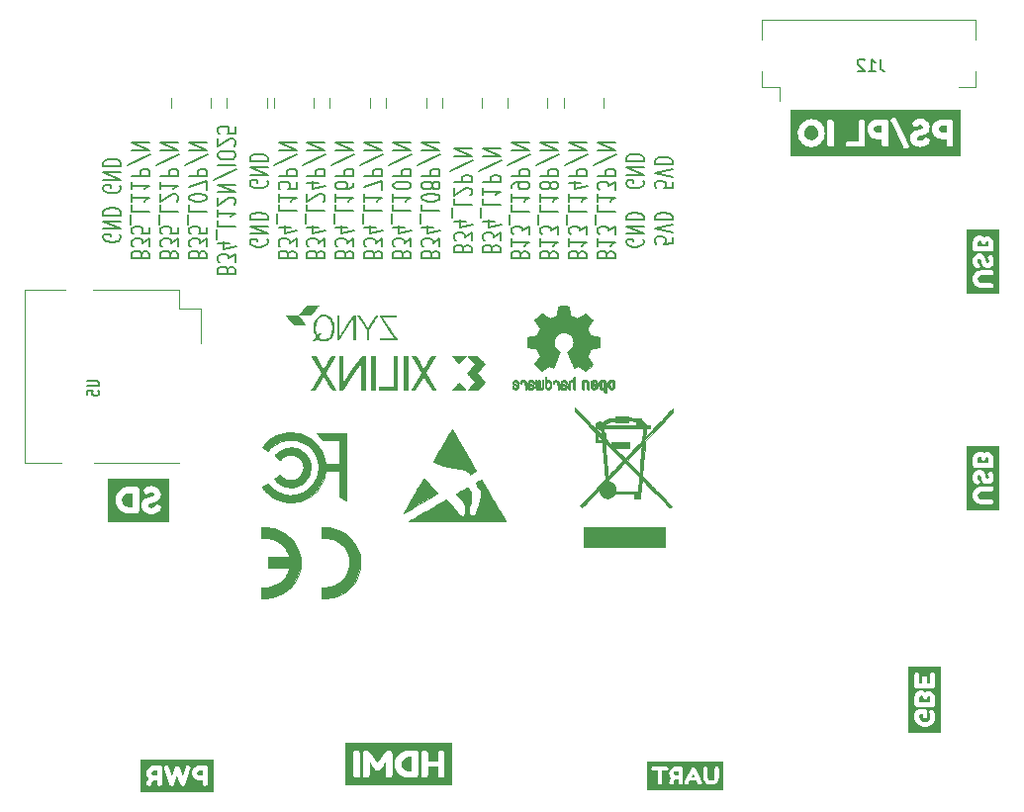
<source format=gbr>
G04 #@! TF.GenerationSoftware,KiCad,Pcbnew,7.0.6*
G04 #@! TF.CreationDate,2023-07-28T17:18:53+08:00*
G04 #@! TF.ProjectId,ZYNQ7000_MINIMB,5a594e51-3730-4303-905f-4d494e494d42,rev?*
G04 #@! TF.SameCoordinates,Original*
G04 #@! TF.FileFunction,Legend,Bot*
G04 #@! TF.FilePolarity,Positive*
%FSLAX46Y46*%
G04 Gerber Fmt 4.6, Leading zero omitted, Abs format (unit mm)*
G04 Created by KiCad (PCBNEW 7.0.6) date 2023-07-28 17:18:53*
%MOMM*%
%LPD*%
G01*
G04 APERTURE LIST*
%ADD10C,0.150000*%
%ADD11C,0.120000*%
%ADD12C,0.010000*%
G04 APERTURE END LIST*
D10*
X87308334Y-73169047D02*
X87235762Y-73011904D01*
X87235762Y-73011904D02*
X87163191Y-72959523D01*
X87163191Y-72959523D02*
X87018048Y-72907142D01*
X87018048Y-72907142D02*
X86800334Y-72907142D01*
X86800334Y-72907142D02*
X86655191Y-72959523D01*
X86655191Y-72959523D02*
X86582620Y-73011904D01*
X86582620Y-73011904D02*
X86510048Y-73116666D01*
X86510048Y-73116666D02*
X86510048Y-73535714D01*
X86510048Y-73535714D02*
X88034048Y-73535714D01*
X88034048Y-73535714D02*
X88034048Y-73169047D01*
X88034048Y-73169047D02*
X87961477Y-73064285D01*
X87961477Y-73064285D02*
X87888905Y-73011904D01*
X87888905Y-73011904D02*
X87743762Y-72959523D01*
X87743762Y-72959523D02*
X87598620Y-72959523D01*
X87598620Y-72959523D02*
X87453477Y-73011904D01*
X87453477Y-73011904D02*
X87380905Y-73064285D01*
X87380905Y-73064285D02*
X87308334Y-73169047D01*
X87308334Y-73169047D02*
X87308334Y-73535714D01*
X88034048Y-72540476D02*
X88034048Y-71859523D01*
X88034048Y-71859523D02*
X87453477Y-72226190D01*
X87453477Y-72226190D02*
X87453477Y-72069047D01*
X87453477Y-72069047D02*
X87380905Y-71964285D01*
X87380905Y-71964285D02*
X87308334Y-71911904D01*
X87308334Y-71911904D02*
X87163191Y-71859523D01*
X87163191Y-71859523D02*
X86800334Y-71859523D01*
X86800334Y-71859523D02*
X86655191Y-71911904D01*
X86655191Y-71911904D02*
X86582620Y-71964285D01*
X86582620Y-71964285D02*
X86510048Y-72069047D01*
X86510048Y-72069047D02*
X86510048Y-72383333D01*
X86510048Y-72383333D02*
X86582620Y-72488095D01*
X86582620Y-72488095D02*
X86655191Y-72540476D01*
X87526048Y-70916666D02*
X86510048Y-70916666D01*
X88106620Y-71178571D02*
X87018048Y-71440476D01*
X87018048Y-71440476D02*
X87018048Y-70759523D01*
X86364905Y-70602381D02*
X86364905Y-69764285D01*
X86510048Y-68978571D02*
X86510048Y-69502381D01*
X86510048Y-69502381D02*
X88034048Y-69502381D01*
X86510048Y-68035714D02*
X86510048Y-68664286D01*
X86510048Y-68350000D02*
X88034048Y-68350000D01*
X88034048Y-68350000D02*
X87816334Y-68454762D01*
X87816334Y-68454762D02*
X87671191Y-68559524D01*
X87671191Y-68559524D02*
X87598620Y-68664286D01*
X87888905Y-67616667D02*
X87961477Y-67564286D01*
X87961477Y-67564286D02*
X88034048Y-67459524D01*
X88034048Y-67459524D02*
X88034048Y-67197619D01*
X88034048Y-67197619D02*
X87961477Y-67092857D01*
X87961477Y-67092857D02*
X87888905Y-67040476D01*
X87888905Y-67040476D02*
X87743762Y-66988095D01*
X87743762Y-66988095D02*
X87598620Y-66988095D01*
X87598620Y-66988095D02*
X87380905Y-67040476D01*
X87380905Y-67040476D02*
X86510048Y-67669048D01*
X86510048Y-67669048D02*
X86510048Y-66988095D01*
X86510048Y-66516667D02*
X88034048Y-66516667D01*
X88034048Y-66516667D02*
X86510048Y-65888095D01*
X86510048Y-65888095D02*
X88034048Y-65888095D01*
X88106620Y-64578571D02*
X86147191Y-65521429D01*
X86510048Y-64211905D02*
X88034048Y-64211905D01*
X88034048Y-63478571D02*
X88034048Y-63269047D01*
X88034048Y-63269047D02*
X87961477Y-63164285D01*
X87961477Y-63164285D02*
X87816334Y-63059523D01*
X87816334Y-63059523D02*
X87526048Y-63007142D01*
X87526048Y-63007142D02*
X87018048Y-63007142D01*
X87018048Y-63007142D02*
X86727762Y-63059523D01*
X86727762Y-63059523D02*
X86582620Y-63164285D01*
X86582620Y-63164285D02*
X86510048Y-63269047D01*
X86510048Y-63269047D02*
X86510048Y-63478571D01*
X86510048Y-63478571D02*
X86582620Y-63583333D01*
X86582620Y-63583333D02*
X86727762Y-63688095D01*
X86727762Y-63688095D02*
X87018048Y-63740476D01*
X87018048Y-63740476D02*
X87526048Y-63740476D01*
X87526048Y-63740476D02*
X87816334Y-63688095D01*
X87816334Y-63688095D02*
X87961477Y-63583333D01*
X87961477Y-63583333D02*
X88034048Y-63478571D01*
X87888905Y-62588095D02*
X87961477Y-62535714D01*
X87961477Y-62535714D02*
X88034048Y-62430952D01*
X88034048Y-62430952D02*
X88034048Y-62169047D01*
X88034048Y-62169047D02*
X87961477Y-62064285D01*
X87961477Y-62064285D02*
X87888905Y-62011904D01*
X87888905Y-62011904D02*
X87743762Y-61959523D01*
X87743762Y-61959523D02*
X87598620Y-61959523D01*
X87598620Y-61959523D02*
X87380905Y-62011904D01*
X87380905Y-62011904D02*
X86510048Y-62640476D01*
X86510048Y-62640476D02*
X86510048Y-61959523D01*
X88034048Y-60964285D02*
X88034048Y-61488095D01*
X88034048Y-61488095D02*
X87308334Y-61540476D01*
X87308334Y-61540476D02*
X87380905Y-61488095D01*
X87380905Y-61488095D02*
X87453477Y-61383333D01*
X87453477Y-61383333D02*
X87453477Y-61121428D01*
X87453477Y-61121428D02*
X87380905Y-61016666D01*
X87380905Y-61016666D02*
X87308334Y-60964285D01*
X87308334Y-60964285D02*
X87163191Y-60911904D01*
X87163191Y-60911904D02*
X86800334Y-60911904D01*
X86800334Y-60911904D02*
X86655191Y-60964285D01*
X86655191Y-60964285D02*
X86582620Y-61016666D01*
X86582620Y-61016666D02*
X86510048Y-61121428D01*
X86510048Y-61121428D02*
X86510048Y-61383333D01*
X86510048Y-61383333D02*
X86582620Y-61488095D01*
X86582620Y-61488095D02*
X86655191Y-61540476D01*
X84854694Y-71833332D02*
X84782122Y-71676189D01*
X84782122Y-71676189D02*
X84709551Y-71623808D01*
X84709551Y-71623808D02*
X84564408Y-71571427D01*
X84564408Y-71571427D02*
X84346694Y-71571427D01*
X84346694Y-71571427D02*
X84201551Y-71623808D01*
X84201551Y-71623808D02*
X84128980Y-71676189D01*
X84128980Y-71676189D02*
X84056408Y-71780951D01*
X84056408Y-71780951D02*
X84056408Y-72199999D01*
X84056408Y-72199999D02*
X85580408Y-72199999D01*
X85580408Y-72199999D02*
X85580408Y-71833332D01*
X85580408Y-71833332D02*
X85507837Y-71728570D01*
X85507837Y-71728570D02*
X85435265Y-71676189D01*
X85435265Y-71676189D02*
X85290122Y-71623808D01*
X85290122Y-71623808D02*
X85144980Y-71623808D01*
X85144980Y-71623808D02*
X84999837Y-71676189D01*
X84999837Y-71676189D02*
X84927265Y-71728570D01*
X84927265Y-71728570D02*
X84854694Y-71833332D01*
X84854694Y-71833332D02*
X84854694Y-72199999D01*
X85580408Y-71204761D02*
X85580408Y-70523808D01*
X85580408Y-70523808D02*
X84999837Y-70890475D01*
X84999837Y-70890475D02*
X84999837Y-70733332D01*
X84999837Y-70733332D02*
X84927265Y-70628570D01*
X84927265Y-70628570D02*
X84854694Y-70576189D01*
X84854694Y-70576189D02*
X84709551Y-70523808D01*
X84709551Y-70523808D02*
X84346694Y-70523808D01*
X84346694Y-70523808D02*
X84201551Y-70576189D01*
X84201551Y-70576189D02*
X84128980Y-70628570D01*
X84128980Y-70628570D02*
X84056408Y-70733332D01*
X84056408Y-70733332D02*
X84056408Y-71047618D01*
X84056408Y-71047618D02*
X84128980Y-71152380D01*
X84128980Y-71152380D02*
X84201551Y-71204761D01*
X85580408Y-69528570D02*
X85580408Y-70052380D01*
X85580408Y-70052380D02*
X84854694Y-70104761D01*
X84854694Y-70104761D02*
X84927265Y-70052380D01*
X84927265Y-70052380D02*
X84999837Y-69947618D01*
X84999837Y-69947618D02*
X84999837Y-69685713D01*
X84999837Y-69685713D02*
X84927265Y-69580951D01*
X84927265Y-69580951D02*
X84854694Y-69528570D01*
X84854694Y-69528570D02*
X84709551Y-69476189D01*
X84709551Y-69476189D02*
X84346694Y-69476189D01*
X84346694Y-69476189D02*
X84201551Y-69528570D01*
X84201551Y-69528570D02*
X84128980Y-69580951D01*
X84128980Y-69580951D02*
X84056408Y-69685713D01*
X84056408Y-69685713D02*
X84056408Y-69947618D01*
X84056408Y-69947618D02*
X84128980Y-70052380D01*
X84128980Y-70052380D02*
X84201551Y-70104761D01*
X83911265Y-69266666D02*
X83911265Y-68428570D01*
X84056408Y-67642856D02*
X84056408Y-68166666D01*
X84056408Y-68166666D02*
X85580408Y-68166666D01*
X85580408Y-67066666D02*
X85580408Y-66961904D01*
X85580408Y-66961904D02*
X85507837Y-66857142D01*
X85507837Y-66857142D02*
X85435265Y-66804761D01*
X85435265Y-66804761D02*
X85290122Y-66752380D01*
X85290122Y-66752380D02*
X84999837Y-66699999D01*
X84999837Y-66699999D02*
X84636980Y-66699999D01*
X84636980Y-66699999D02*
X84346694Y-66752380D01*
X84346694Y-66752380D02*
X84201551Y-66804761D01*
X84201551Y-66804761D02*
X84128980Y-66857142D01*
X84128980Y-66857142D02*
X84056408Y-66961904D01*
X84056408Y-66961904D02*
X84056408Y-67066666D01*
X84056408Y-67066666D02*
X84128980Y-67171428D01*
X84128980Y-67171428D02*
X84201551Y-67223809D01*
X84201551Y-67223809D02*
X84346694Y-67276190D01*
X84346694Y-67276190D02*
X84636980Y-67328571D01*
X84636980Y-67328571D02*
X84999837Y-67328571D01*
X84999837Y-67328571D02*
X85290122Y-67276190D01*
X85290122Y-67276190D02*
X85435265Y-67223809D01*
X85435265Y-67223809D02*
X85507837Y-67171428D01*
X85507837Y-67171428D02*
X85580408Y-67066666D01*
X85580408Y-66333333D02*
X85580408Y-65599999D01*
X85580408Y-65599999D02*
X84056408Y-66071428D01*
X84056408Y-65180952D02*
X85580408Y-65180952D01*
X85580408Y-65180952D02*
X85580408Y-64761904D01*
X85580408Y-64761904D02*
X85507837Y-64657142D01*
X85507837Y-64657142D02*
X85435265Y-64604761D01*
X85435265Y-64604761D02*
X85290122Y-64552380D01*
X85290122Y-64552380D02*
X85072408Y-64552380D01*
X85072408Y-64552380D02*
X84927265Y-64604761D01*
X84927265Y-64604761D02*
X84854694Y-64657142D01*
X84854694Y-64657142D02*
X84782122Y-64761904D01*
X84782122Y-64761904D02*
X84782122Y-65180952D01*
X85652980Y-63295237D02*
X83693551Y-64238095D01*
X84056408Y-62928571D02*
X85580408Y-62928571D01*
X85580408Y-62928571D02*
X84056408Y-62299999D01*
X84056408Y-62299999D02*
X85580408Y-62299999D01*
X82401054Y-71833332D02*
X82328482Y-71676189D01*
X82328482Y-71676189D02*
X82255911Y-71623808D01*
X82255911Y-71623808D02*
X82110768Y-71571427D01*
X82110768Y-71571427D02*
X81893054Y-71571427D01*
X81893054Y-71571427D02*
X81747911Y-71623808D01*
X81747911Y-71623808D02*
X81675340Y-71676189D01*
X81675340Y-71676189D02*
X81602768Y-71780951D01*
X81602768Y-71780951D02*
X81602768Y-72199999D01*
X81602768Y-72199999D02*
X83126768Y-72199999D01*
X83126768Y-72199999D02*
X83126768Y-71833332D01*
X83126768Y-71833332D02*
X83054197Y-71728570D01*
X83054197Y-71728570D02*
X82981625Y-71676189D01*
X82981625Y-71676189D02*
X82836482Y-71623808D01*
X82836482Y-71623808D02*
X82691340Y-71623808D01*
X82691340Y-71623808D02*
X82546197Y-71676189D01*
X82546197Y-71676189D02*
X82473625Y-71728570D01*
X82473625Y-71728570D02*
X82401054Y-71833332D01*
X82401054Y-71833332D02*
X82401054Y-72199999D01*
X83126768Y-71204761D02*
X83126768Y-70523808D01*
X83126768Y-70523808D02*
X82546197Y-70890475D01*
X82546197Y-70890475D02*
X82546197Y-70733332D01*
X82546197Y-70733332D02*
X82473625Y-70628570D01*
X82473625Y-70628570D02*
X82401054Y-70576189D01*
X82401054Y-70576189D02*
X82255911Y-70523808D01*
X82255911Y-70523808D02*
X81893054Y-70523808D01*
X81893054Y-70523808D02*
X81747911Y-70576189D01*
X81747911Y-70576189D02*
X81675340Y-70628570D01*
X81675340Y-70628570D02*
X81602768Y-70733332D01*
X81602768Y-70733332D02*
X81602768Y-71047618D01*
X81602768Y-71047618D02*
X81675340Y-71152380D01*
X81675340Y-71152380D02*
X81747911Y-71204761D01*
X83126768Y-69528570D02*
X83126768Y-70052380D01*
X83126768Y-70052380D02*
X82401054Y-70104761D01*
X82401054Y-70104761D02*
X82473625Y-70052380D01*
X82473625Y-70052380D02*
X82546197Y-69947618D01*
X82546197Y-69947618D02*
X82546197Y-69685713D01*
X82546197Y-69685713D02*
X82473625Y-69580951D01*
X82473625Y-69580951D02*
X82401054Y-69528570D01*
X82401054Y-69528570D02*
X82255911Y-69476189D01*
X82255911Y-69476189D02*
X81893054Y-69476189D01*
X81893054Y-69476189D02*
X81747911Y-69528570D01*
X81747911Y-69528570D02*
X81675340Y-69580951D01*
X81675340Y-69580951D02*
X81602768Y-69685713D01*
X81602768Y-69685713D02*
X81602768Y-69947618D01*
X81602768Y-69947618D02*
X81675340Y-70052380D01*
X81675340Y-70052380D02*
X81747911Y-70104761D01*
X81457625Y-69266666D02*
X81457625Y-68428570D01*
X81602768Y-67642856D02*
X81602768Y-68166666D01*
X81602768Y-68166666D02*
X83126768Y-68166666D01*
X82981625Y-67328571D02*
X83054197Y-67276190D01*
X83054197Y-67276190D02*
X83126768Y-67171428D01*
X83126768Y-67171428D02*
X83126768Y-66909523D01*
X83126768Y-66909523D02*
X83054197Y-66804761D01*
X83054197Y-66804761D02*
X82981625Y-66752380D01*
X82981625Y-66752380D02*
X82836482Y-66699999D01*
X82836482Y-66699999D02*
X82691340Y-66699999D01*
X82691340Y-66699999D02*
X82473625Y-66752380D01*
X82473625Y-66752380D02*
X81602768Y-67380952D01*
X81602768Y-67380952D02*
X81602768Y-66699999D01*
X81602768Y-65652380D02*
X81602768Y-66280952D01*
X81602768Y-65966666D02*
X83126768Y-65966666D01*
X83126768Y-65966666D02*
X82909054Y-66071428D01*
X82909054Y-66071428D02*
X82763911Y-66176190D01*
X82763911Y-66176190D02*
X82691340Y-66280952D01*
X81602768Y-65180952D02*
X83126768Y-65180952D01*
X83126768Y-65180952D02*
X83126768Y-64761904D01*
X83126768Y-64761904D02*
X83054197Y-64657142D01*
X83054197Y-64657142D02*
X82981625Y-64604761D01*
X82981625Y-64604761D02*
X82836482Y-64552380D01*
X82836482Y-64552380D02*
X82618768Y-64552380D01*
X82618768Y-64552380D02*
X82473625Y-64604761D01*
X82473625Y-64604761D02*
X82401054Y-64657142D01*
X82401054Y-64657142D02*
X82328482Y-64761904D01*
X82328482Y-64761904D02*
X82328482Y-65180952D01*
X83199340Y-63295237D02*
X81239911Y-64238095D01*
X81602768Y-62928571D02*
X83126768Y-62928571D01*
X83126768Y-62928571D02*
X81602768Y-62299999D01*
X81602768Y-62299999D02*
X83126768Y-62299999D01*
X79947414Y-71833332D02*
X79874842Y-71676189D01*
X79874842Y-71676189D02*
X79802271Y-71623808D01*
X79802271Y-71623808D02*
X79657128Y-71571427D01*
X79657128Y-71571427D02*
X79439414Y-71571427D01*
X79439414Y-71571427D02*
X79294271Y-71623808D01*
X79294271Y-71623808D02*
X79221700Y-71676189D01*
X79221700Y-71676189D02*
X79149128Y-71780951D01*
X79149128Y-71780951D02*
X79149128Y-72199999D01*
X79149128Y-72199999D02*
X80673128Y-72199999D01*
X80673128Y-72199999D02*
X80673128Y-71833332D01*
X80673128Y-71833332D02*
X80600557Y-71728570D01*
X80600557Y-71728570D02*
X80527985Y-71676189D01*
X80527985Y-71676189D02*
X80382842Y-71623808D01*
X80382842Y-71623808D02*
X80237700Y-71623808D01*
X80237700Y-71623808D02*
X80092557Y-71676189D01*
X80092557Y-71676189D02*
X80019985Y-71728570D01*
X80019985Y-71728570D02*
X79947414Y-71833332D01*
X79947414Y-71833332D02*
X79947414Y-72199999D01*
X80673128Y-71204761D02*
X80673128Y-70523808D01*
X80673128Y-70523808D02*
X80092557Y-70890475D01*
X80092557Y-70890475D02*
X80092557Y-70733332D01*
X80092557Y-70733332D02*
X80019985Y-70628570D01*
X80019985Y-70628570D02*
X79947414Y-70576189D01*
X79947414Y-70576189D02*
X79802271Y-70523808D01*
X79802271Y-70523808D02*
X79439414Y-70523808D01*
X79439414Y-70523808D02*
X79294271Y-70576189D01*
X79294271Y-70576189D02*
X79221700Y-70628570D01*
X79221700Y-70628570D02*
X79149128Y-70733332D01*
X79149128Y-70733332D02*
X79149128Y-71047618D01*
X79149128Y-71047618D02*
X79221700Y-71152380D01*
X79221700Y-71152380D02*
X79294271Y-71204761D01*
X80673128Y-69528570D02*
X80673128Y-70052380D01*
X80673128Y-70052380D02*
X79947414Y-70104761D01*
X79947414Y-70104761D02*
X80019985Y-70052380D01*
X80019985Y-70052380D02*
X80092557Y-69947618D01*
X80092557Y-69947618D02*
X80092557Y-69685713D01*
X80092557Y-69685713D02*
X80019985Y-69580951D01*
X80019985Y-69580951D02*
X79947414Y-69528570D01*
X79947414Y-69528570D02*
X79802271Y-69476189D01*
X79802271Y-69476189D02*
X79439414Y-69476189D01*
X79439414Y-69476189D02*
X79294271Y-69528570D01*
X79294271Y-69528570D02*
X79221700Y-69580951D01*
X79221700Y-69580951D02*
X79149128Y-69685713D01*
X79149128Y-69685713D02*
X79149128Y-69947618D01*
X79149128Y-69947618D02*
X79221700Y-70052380D01*
X79221700Y-70052380D02*
X79294271Y-70104761D01*
X79003985Y-69266666D02*
X79003985Y-68428570D01*
X79149128Y-67642856D02*
X79149128Y-68166666D01*
X79149128Y-68166666D02*
X80673128Y-68166666D01*
X79149128Y-66699999D02*
X79149128Y-67328571D01*
X79149128Y-67014285D02*
X80673128Y-67014285D01*
X80673128Y-67014285D02*
X80455414Y-67119047D01*
X80455414Y-67119047D02*
X80310271Y-67223809D01*
X80310271Y-67223809D02*
X80237700Y-67328571D01*
X79149128Y-65652380D02*
X79149128Y-66280952D01*
X79149128Y-65966666D02*
X80673128Y-65966666D01*
X80673128Y-65966666D02*
X80455414Y-66071428D01*
X80455414Y-66071428D02*
X80310271Y-66176190D01*
X80310271Y-66176190D02*
X80237700Y-66280952D01*
X79149128Y-65180952D02*
X80673128Y-65180952D01*
X80673128Y-65180952D02*
X80673128Y-64761904D01*
X80673128Y-64761904D02*
X80600557Y-64657142D01*
X80600557Y-64657142D02*
X80527985Y-64604761D01*
X80527985Y-64604761D02*
X80382842Y-64552380D01*
X80382842Y-64552380D02*
X80165128Y-64552380D01*
X80165128Y-64552380D02*
X80019985Y-64604761D01*
X80019985Y-64604761D02*
X79947414Y-64657142D01*
X79947414Y-64657142D02*
X79874842Y-64761904D01*
X79874842Y-64761904D02*
X79874842Y-65180952D01*
X80745700Y-63295237D02*
X78786271Y-64238095D01*
X79149128Y-62928571D02*
X80673128Y-62928571D01*
X80673128Y-62928571D02*
X79149128Y-62299999D01*
X79149128Y-62299999D02*
X80673128Y-62299999D01*
X78146917Y-70183332D02*
X78219488Y-70288094D01*
X78219488Y-70288094D02*
X78219488Y-70445237D01*
X78219488Y-70445237D02*
X78146917Y-70602380D01*
X78146917Y-70602380D02*
X78001774Y-70707142D01*
X78001774Y-70707142D02*
X77856631Y-70759523D01*
X77856631Y-70759523D02*
X77566345Y-70811904D01*
X77566345Y-70811904D02*
X77348631Y-70811904D01*
X77348631Y-70811904D02*
X77058345Y-70759523D01*
X77058345Y-70759523D02*
X76913202Y-70707142D01*
X76913202Y-70707142D02*
X76768060Y-70602380D01*
X76768060Y-70602380D02*
X76695488Y-70445237D01*
X76695488Y-70445237D02*
X76695488Y-70340475D01*
X76695488Y-70340475D02*
X76768060Y-70183332D01*
X76768060Y-70183332D02*
X76840631Y-70130951D01*
X76840631Y-70130951D02*
X77348631Y-70130951D01*
X77348631Y-70130951D02*
X77348631Y-70340475D01*
X76695488Y-69659523D02*
X78219488Y-69659523D01*
X78219488Y-69659523D02*
X76695488Y-69030951D01*
X76695488Y-69030951D02*
X78219488Y-69030951D01*
X76695488Y-68507142D02*
X78219488Y-68507142D01*
X78219488Y-68507142D02*
X78219488Y-68245237D01*
X78219488Y-68245237D02*
X78146917Y-68088094D01*
X78146917Y-68088094D02*
X78001774Y-67983332D01*
X78001774Y-67983332D02*
X77856631Y-67930951D01*
X77856631Y-67930951D02*
X77566345Y-67878570D01*
X77566345Y-67878570D02*
X77348631Y-67878570D01*
X77348631Y-67878570D02*
X77058345Y-67930951D01*
X77058345Y-67930951D02*
X76913202Y-67983332D01*
X76913202Y-67983332D02*
X76768060Y-68088094D01*
X76768060Y-68088094D02*
X76695488Y-68245237D01*
X76695488Y-68245237D02*
X76695488Y-68507142D01*
X78146917Y-65992856D02*
X78219488Y-66097618D01*
X78219488Y-66097618D02*
X78219488Y-66254761D01*
X78219488Y-66254761D02*
X78146917Y-66411904D01*
X78146917Y-66411904D02*
X78001774Y-66516666D01*
X78001774Y-66516666D02*
X77856631Y-66569047D01*
X77856631Y-66569047D02*
X77566345Y-66621428D01*
X77566345Y-66621428D02*
X77348631Y-66621428D01*
X77348631Y-66621428D02*
X77058345Y-66569047D01*
X77058345Y-66569047D02*
X76913202Y-66516666D01*
X76913202Y-66516666D02*
X76768060Y-66411904D01*
X76768060Y-66411904D02*
X76695488Y-66254761D01*
X76695488Y-66254761D02*
X76695488Y-66149999D01*
X76695488Y-66149999D02*
X76768060Y-65992856D01*
X76768060Y-65992856D02*
X76840631Y-65940475D01*
X76840631Y-65940475D02*
X77348631Y-65940475D01*
X77348631Y-65940475D02*
X77348631Y-66149999D01*
X76695488Y-65469047D02*
X78219488Y-65469047D01*
X78219488Y-65469047D02*
X76695488Y-64840475D01*
X76695488Y-64840475D02*
X78219488Y-64840475D01*
X76695488Y-64316666D02*
X78219488Y-64316666D01*
X78219488Y-64316666D02*
X78219488Y-64054761D01*
X78219488Y-64054761D02*
X78146917Y-63897618D01*
X78146917Y-63897618D02*
X78001774Y-63792856D01*
X78001774Y-63792856D02*
X77856631Y-63740475D01*
X77856631Y-63740475D02*
X77566345Y-63688094D01*
X77566345Y-63688094D02*
X77348631Y-63688094D01*
X77348631Y-63688094D02*
X77058345Y-63740475D01*
X77058345Y-63740475D02*
X76913202Y-63792856D01*
X76913202Y-63792856D02*
X76768060Y-63897618D01*
X76768060Y-63897618D02*
X76695488Y-64054761D01*
X76695488Y-64054761D02*
X76695488Y-64316666D01*
X104761969Y-71823332D02*
X104689397Y-71666189D01*
X104689397Y-71666189D02*
X104616826Y-71613808D01*
X104616826Y-71613808D02*
X104471683Y-71561427D01*
X104471683Y-71561427D02*
X104253969Y-71561427D01*
X104253969Y-71561427D02*
X104108826Y-71613808D01*
X104108826Y-71613808D02*
X104036255Y-71666189D01*
X104036255Y-71666189D02*
X103963683Y-71770951D01*
X103963683Y-71770951D02*
X103963683Y-72189999D01*
X103963683Y-72189999D02*
X105487683Y-72189999D01*
X105487683Y-72189999D02*
X105487683Y-71823332D01*
X105487683Y-71823332D02*
X105415112Y-71718570D01*
X105415112Y-71718570D02*
X105342540Y-71666189D01*
X105342540Y-71666189D02*
X105197397Y-71613808D01*
X105197397Y-71613808D02*
X105052255Y-71613808D01*
X105052255Y-71613808D02*
X104907112Y-71666189D01*
X104907112Y-71666189D02*
X104834540Y-71718570D01*
X104834540Y-71718570D02*
X104761969Y-71823332D01*
X104761969Y-71823332D02*
X104761969Y-72189999D01*
X105487683Y-71194761D02*
X105487683Y-70513808D01*
X105487683Y-70513808D02*
X104907112Y-70880475D01*
X104907112Y-70880475D02*
X104907112Y-70723332D01*
X104907112Y-70723332D02*
X104834540Y-70618570D01*
X104834540Y-70618570D02*
X104761969Y-70566189D01*
X104761969Y-70566189D02*
X104616826Y-70513808D01*
X104616826Y-70513808D02*
X104253969Y-70513808D01*
X104253969Y-70513808D02*
X104108826Y-70566189D01*
X104108826Y-70566189D02*
X104036255Y-70618570D01*
X104036255Y-70618570D02*
X103963683Y-70723332D01*
X103963683Y-70723332D02*
X103963683Y-71037618D01*
X103963683Y-71037618D02*
X104036255Y-71142380D01*
X104036255Y-71142380D02*
X104108826Y-71194761D01*
X104979683Y-69570951D02*
X103963683Y-69570951D01*
X105560255Y-69832856D02*
X104471683Y-70094761D01*
X104471683Y-70094761D02*
X104471683Y-69413808D01*
X103818540Y-69256666D02*
X103818540Y-68418570D01*
X103963683Y-67632856D02*
X103963683Y-68156666D01*
X103963683Y-68156666D02*
X105487683Y-68156666D01*
X105487683Y-67056666D02*
X105487683Y-66951904D01*
X105487683Y-66951904D02*
X105415112Y-66847142D01*
X105415112Y-66847142D02*
X105342540Y-66794761D01*
X105342540Y-66794761D02*
X105197397Y-66742380D01*
X105197397Y-66742380D02*
X104907112Y-66689999D01*
X104907112Y-66689999D02*
X104544255Y-66689999D01*
X104544255Y-66689999D02*
X104253969Y-66742380D01*
X104253969Y-66742380D02*
X104108826Y-66794761D01*
X104108826Y-66794761D02*
X104036255Y-66847142D01*
X104036255Y-66847142D02*
X103963683Y-66951904D01*
X103963683Y-66951904D02*
X103963683Y-67056666D01*
X103963683Y-67056666D02*
X104036255Y-67161428D01*
X104036255Y-67161428D02*
X104108826Y-67213809D01*
X104108826Y-67213809D02*
X104253969Y-67266190D01*
X104253969Y-67266190D02*
X104544255Y-67318571D01*
X104544255Y-67318571D02*
X104907112Y-67318571D01*
X104907112Y-67318571D02*
X105197397Y-67266190D01*
X105197397Y-67266190D02*
X105342540Y-67213809D01*
X105342540Y-67213809D02*
X105415112Y-67161428D01*
X105415112Y-67161428D02*
X105487683Y-67056666D01*
X104834540Y-66061428D02*
X104907112Y-66166190D01*
X104907112Y-66166190D02*
X104979683Y-66218571D01*
X104979683Y-66218571D02*
X105124826Y-66270952D01*
X105124826Y-66270952D02*
X105197397Y-66270952D01*
X105197397Y-66270952D02*
X105342540Y-66218571D01*
X105342540Y-66218571D02*
X105415112Y-66166190D01*
X105415112Y-66166190D02*
X105487683Y-66061428D01*
X105487683Y-66061428D02*
X105487683Y-65851904D01*
X105487683Y-65851904D02*
X105415112Y-65747142D01*
X105415112Y-65747142D02*
X105342540Y-65694761D01*
X105342540Y-65694761D02*
X105197397Y-65642380D01*
X105197397Y-65642380D02*
X105124826Y-65642380D01*
X105124826Y-65642380D02*
X104979683Y-65694761D01*
X104979683Y-65694761D02*
X104907112Y-65747142D01*
X104907112Y-65747142D02*
X104834540Y-65851904D01*
X104834540Y-65851904D02*
X104834540Y-66061428D01*
X104834540Y-66061428D02*
X104761969Y-66166190D01*
X104761969Y-66166190D02*
X104689397Y-66218571D01*
X104689397Y-66218571D02*
X104544255Y-66270952D01*
X104544255Y-66270952D02*
X104253969Y-66270952D01*
X104253969Y-66270952D02*
X104108826Y-66218571D01*
X104108826Y-66218571D02*
X104036255Y-66166190D01*
X104036255Y-66166190D02*
X103963683Y-66061428D01*
X103963683Y-66061428D02*
X103963683Y-65851904D01*
X103963683Y-65851904D02*
X104036255Y-65747142D01*
X104036255Y-65747142D02*
X104108826Y-65694761D01*
X104108826Y-65694761D02*
X104253969Y-65642380D01*
X104253969Y-65642380D02*
X104544255Y-65642380D01*
X104544255Y-65642380D02*
X104689397Y-65694761D01*
X104689397Y-65694761D02*
X104761969Y-65747142D01*
X104761969Y-65747142D02*
X104834540Y-65851904D01*
X103963683Y-65170952D02*
X105487683Y-65170952D01*
X105487683Y-65170952D02*
X105487683Y-64751904D01*
X105487683Y-64751904D02*
X105415112Y-64647142D01*
X105415112Y-64647142D02*
X105342540Y-64594761D01*
X105342540Y-64594761D02*
X105197397Y-64542380D01*
X105197397Y-64542380D02*
X104979683Y-64542380D01*
X104979683Y-64542380D02*
X104834540Y-64594761D01*
X104834540Y-64594761D02*
X104761969Y-64647142D01*
X104761969Y-64647142D02*
X104689397Y-64751904D01*
X104689397Y-64751904D02*
X104689397Y-65170952D01*
X105560255Y-63285237D02*
X103600826Y-64228095D01*
X103963683Y-62918571D02*
X105487683Y-62918571D01*
X105487683Y-62918571D02*
X103963683Y-62289999D01*
X103963683Y-62289999D02*
X105487683Y-62289999D01*
X102308329Y-71823332D02*
X102235757Y-71666189D01*
X102235757Y-71666189D02*
X102163186Y-71613808D01*
X102163186Y-71613808D02*
X102018043Y-71561427D01*
X102018043Y-71561427D02*
X101800329Y-71561427D01*
X101800329Y-71561427D02*
X101655186Y-71613808D01*
X101655186Y-71613808D02*
X101582615Y-71666189D01*
X101582615Y-71666189D02*
X101510043Y-71770951D01*
X101510043Y-71770951D02*
X101510043Y-72189999D01*
X101510043Y-72189999D02*
X103034043Y-72189999D01*
X103034043Y-72189999D02*
X103034043Y-71823332D01*
X103034043Y-71823332D02*
X102961472Y-71718570D01*
X102961472Y-71718570D02*
X102888900Y-71666189D01*
X102888900Y-71666189D02*
X102743757Y-71613808D01*
X102743757Y-71613808D02*
X102598615Y-71613808D01*
X102598615Y-71613808D02*
X102453472Y-71666189D01*
X102453472Y-71666189D02*
X102380900Y-71718570D01*
X102380900Y-71718570D02*
X102308329Y-71823332D01*
X102308329Y-71823332D02*
X102308329Y-72189999D01*
X103034043Y-71194761D02*
X103034043Y-70513808D01*
X103034043Y-70513808D02*
X102453472Y-70880475D01*
X102453472Y-70880475D02*
X102453472Y-70723332D01*
X102453472Y-70723332D02*
X102380900Y-70618570D01*
X102380900Y-70618570D02*
X102308329Y-70566189D01*
X102308329Y-70566189D02*
X102163186Y-70513808D01*
X102163186Y-70513808D02*
X101800329Y-70513808D01*
X101800329Y-70513808D02*
X101655186Y-70566189D01*
X101655186Y-70566189D02*
X101582615Y-70618570D01*
X101582615Y-70618570D02*
X101510043Y-70723332D01*
X101510043Y-70723332D02*
X101510043Y-71037618D01*
X101510043Y-71037618D02*
X101582615Y-71142380D01*
X101582615Y-71142380D02*
X101655186Y-71194761D01*
X102526043Y-69570951D02*
X101510043Y-69570951D01*
X103106615Y-69832856D02*
X102018043Y-70094761D01*
X102018043Y-70094761D02*
X102018043Y-69413808D01*
X101364900Y-69256666D02*
X101364900Y-68418570D01*
X101510043Y-67632856D02*
X101510043Y-68156666D01*
X101510043Y-68156666D02*
X103034043Y-68156666D01*
X101510043Y-66689999D02*
X101510043Y-67318571D01*
X101510043Y-67004285D02*
X103034043Y-67004285D01*
X103034043Y-67004285D02*
X102816329Y-67109047D01*
X102816329Y-67109047D02*
X102671186Y-67213809D01*
X102671186Y-67213809D02*
X102598615Y-67318571D01*
X103034043Y-66009047D02*
X103034043Y-65904285D01*
X103034043Y-65904285D02*
X102961472Y-65799523D01*
X102961472Y-65799523D02*
X102888900Y-65747142D01*
X102888900Y-65747142D02*
X102743757Y-65694761D01*
X102743757Y-65694761D02*
X102453472Y-65642380D01*
X102453472Y-65642380D02*
X102090615Y-65642380D01*
X102090615Y-65642380D02*
X101800329Y-65694761D01*
X101800329Y-65694761D02*
X101655186Y-65747142D01*
X101655186Y-65747142D02*
X101582615Y-65799523D01*
X101582615Y-65799523D02*
X101510043Y-65904285D01*
X101510043Y-65904285D02*
X101510043Y-66009047D01*
X101510043Y-66009047D02*
X101582615Y-66113809D01*
X101582615Y-66113809D02*
X101655186Y-66166190D01*
X101655186Y-66166190D02*
X101800329Y-66218571D01*
X101800329Y-66218571D02*
X102090615Y-66270952D01*
X102090615Y-66270952D02*
X102453472Y-66270952D01*
X102453472Y-66270952D02*
X102743757Y-66218571D01*
X102743757Y-66218571D02*
X102888900Y-66166190D01*
X102888900Y-66166190D02*
X102961472Y-66113809D01*
X102961472Y-66113809D02*
X103034043Y-66009047D01*
X101510043Y-65170952D02*
X103034043Y-65170952D01*
X103034043Y-65170952D02*
X103034043Y-64751904D01*
X103034043Y-64751904D02*
X102961472Y-64647142D01*
X102961472Y-64647142D02*
X102888900Y-64594761D01*
X102888900Y-64594761D02*
X102743757Y-64542380D01*
X102743757Y-64542380D02*
X102526043Y-64542380D01*
X102526043Y-64542380D02*
X102380900Y-64594761D01*
X102380900Y-64594761D02*
X102308329Y-64647142D01*
X102308329Y-64647142D02*
X102235757Y-64751904D01*
X102235757Y-64751904D02*
X102235757Y-65170952D01*
X103106615Y-63285237D02*
X101147186Y-64228095D01*
X101510043Y-62918571D02*
X103034043Y-62918571D01*
X103034043Y-62918571D02*
X101510043Y-62289999D01*
X101510043Y-62289999D02*
X103034043Y-62289999D01*
X99854689Y-71823332D02*
X99782117Y-71666189D01*
X99782117Y-71666189D02*
X99709546Y-71613808D01*
X99709546Y-71613808D02*
X99564403Y-71561427D01*
X99564403Y-71561427D02*
X99346689Y-71561427D01*
X99346689Y-71561427D02*
X99201546Y-71613808D01*
X99201546Y-71613808D02*
X99128975Y-71666189D01*
X99128975Y-71666189D02*
X99056403Y-71770951D01*
X99056403Y-71770951D02*
X99056403Y-72189999D01*
X99056403Y-72189999D02*
X100580403Y-72189999D01*
X100580403Y-72189999D02*
X100580403Y-71823332D01*
X100580403Y-71823332D02*
X100507832Y-71718570D01*
X100507832Y-71718570D02*
X100435260Y-71666189D01*
X100435260Y-71666189D02*
X100290117Y-71613808D01*
X100290117Y-71613808D02*
X100144975Y-71613808D01*
X100144975Y-71613808D02*
X99999832Y-71666189D01*
X99999832Y-71666189D02*
X99927260Y-71718570D01*
X99927260Y-71718570D02*
X99854689Y-71823332D01*
X99854689Y-71823332D02*
X99854689Y-72189999D01*
X100580403Y-71194761D02*
X100580403Y-70513808D01*
X100580403Y-70513808D02*
X99999832Y-70880475D01*
X99999832Y-70880475D02*
X99999832Y-70723332D01*
X99999832Y-70723332D02*
X99927260Y-70618570D01*
X99927260Y-70618570D02*
X99854689Y-70566189D01*
X99854689Y-70566189D02*
X99709546Y-70513808D01*
X99709546Y-70513808D02*
X99346689Y-70513808D01*
X99346689Y-70513808D02*
X99201546Y-70566189D01*
X99201546Y-70566189D02*
X99128975Y-70618570D01*
X99128975Y-70618570D02*
X99056403Y-70723332D01*
X99056403Y-70723332D02*
X99056403Y-71037618D01*
X99056403Y-71037618D02*
X99128975Y-71142380D01*
X99128975Y-71142380D02*
X99201546Y-71194761D01*
X100072403Y-69570951D02*
X99056403Y-69570951D01*
X100652975Y-69832856D02*
X99564403Y-70094761D01*
X99564403Y-70094761D02*
X99564403Y-69413808D01*
X98911260Y-69256666D02*
X98911260Y-68418570D01*
X99056403Y-67632856D02*
X99056403Y-68156666D01*
X99056403Y-68156666D02*
X100580403Y-68156666D01*
X99056403Y-66689999D02*
X99056403Y-67318571D01*
X99056403Y-67004285D02*
X100580403Y-67004285D01*
X100580403Y-67004285D02*
X100362689Y-67109047D01*
X100362689Y-67109047D02*
X100217546Y-67213809D01*
X100217546Y-67213809D02*
X100144975Y-67318571D01*
X100580403Y-66323333D02*
X100580403Y-65589999D01*
X100580403Y-65589999D02*
X99056403Y-66061428D01*
X99056403Y-65170952D02*
X100580403Y-65170952D01*
X100580403Y-65170952D02*
X100580403Y-64751904D01*
X100580403Y-64751904D02*
X100507832Y-64647142D01*
X100507832Y-64647142D02*
X100435260Y-64594761D01*
X100435260Y-64594761D02*
X100290117Y-64542380D01*
X100290117Y-64542380D02*
X100072403Y-64542380D01*
X100072403Y-64542380D02*
X99927260Y-64594761D01*
X99927260Y-64594761D02*
X99854689Y-64647142D01*
X99854689Y-64647142D02*
X99782117Y-64751904D01*
X99782117Y-64751904D02*
X99782117Y-65170952D01*
X100652975Y-63285237D02*
X98693546Y-64228095D01*
X99056403Y-62918571D02*
X100580403Y-62918571D01*
X100580403Y-62918571D02*
X99056403Y-62289999D01*
X99056403Y-62289999D02*
X100580403Y-62289999D01*
X97401049Y-71823332D02*
X97328477Y-71666189D01*
X97328477Y-71666189D02*
X97255906Y-71613808D01*
X97255906Y-71613808D02*
X97110763Y-71561427D01*
X97110763Y-71561427D02*
X96893049Y-71561427D01*
X96893049Y-71561427D02*
X96747906Y-71613808D01*
X96747906Y-71613808D02*
X96675335Y-71666189D01*
X96675335Y-71666189D02*
X96602763Y-71770951D01*
X96602763Y-71770951D02*
X96602763Y-72189999D01*
X96602763Y-72189999D02*
X98126763Y-72189999D01*
X98126763Y-72189999D02*
X98126763Y-71823332D01*
X98126763Y-71823332D02*
X98054192Y-71718570D01*
X98054192Y-71718570D02*
X97981620Y-71666189D01*
X97981620Y-71666189D02*
X97836477Y-71613808D01*
X97836477Y-71613808D02*
X97691335Y-71613808D01*
X97691335Y-71613808D02*
X97546192Y-71666189D01*
X97546192Y-71666189D02*
X97473620Y-71718570D01*
X97473620Y-71718570D02*
X97401049Y-71823332D01*
X97401049Y-71823332D02*
X97401049Y-72189999D01*
X98126763Y-71194761D02*
X98126763Y-70513808D01*
X98126763Y-70513808D02*
X97546192Y-70880475D01*
X97546192Y-70880475D02*
X97546192Y-70723332D01*
X97546192Y-70723332D02*
X97473620Y-70618570D01*
X97473620Y-70618570D02*
X97401049Y-70566189D01*
X97401049Y-70566189D02*
X97255906Y-70513808D01*
X97255906Y-70513808D02*
X96893049Y-70513808D01*
X96893049Y-70513808D02*
X96747906Y-70566189D01*
X96747906Y-70566189D02*
X96675335Y-70618570D01*
X96675335Y-70618570D02*
X96602763Y-70723332D01*
X96602763Y-70723332D02*
X96602763Y-71037618D01*
X96602763Y-71037618D02*
X96675335Y-71142380D01*
X96675335Y-71142380D02*
X96747906Y-71194761D01*
X97618763Y-69570951D02*
X96602763Y-69570951D01*
X98199335Y-69832856D02*
X97110763Y-70094761D01*
X97110763Y-70094761D02*
X97110763Y-69413808D01*
X96457620Y-69256666D02*
X96457620Y-68418570D01*
X96602763Y-67632856D02*
X96602763Y-68156666D01*
X96602763Y-68156666D02*
X98126763Y-68156666D01*
X96602763Y-66689999D02*
X96602763Y-67318571D01*
X96602763Y-67004285D02*
X98126763Y-67004285D01*
X98126763Y-67004285D02*
X97909049Y-67109047D01*
X97909049Y-67109047D02*
X97763906Y-67213809D01*
X97763906Y-67213809D02*
X97691335Y-67318571D01*
X98126763Y-65747142D02*
X98126763Y-65956666D01*
X98126763Y-65956666D02*
X98054192Y-66061428D01*
X98054192Y-66061428D02*
X97981620Y-66113809D01*
X97981620Y-66113809D02*
X97763906Y-66218571D01*
X97763906Y-66218571D02*
X97473620Y-66270952D01*
X97473620Y-66270952D02*
X96893049Y-66270952D01*
X96893049Y-66270952D02*
X96747906Y-66218571D01*
X96747906Y-66218571D02*
X96675335Y-66166190D01*
X96675335Y-66166190D02*
X96602763Y-66061428D01*
X96602763Y-66061428D02*
X96602763Y-65851904D01*
X96602763Y-65851904D02*
X96675335Y-65747142D01*
X96675335Y-65747142D02*
X96747906Y-65694761D01*
X96747906Y-65694761D02*
X96893049Y-65642380D01*
X96893049Y-65642380D02*
X97255906Y-65642380D01*
X97255906Y-65642380D02*
X97401049Y-65694761D01*
X97401049Y-65694761D02*
X97473620Y-65747142D01*
X97473620Y-65747142D02*
X97546192Y-65851904D01*
X97546192Y-65851904D02*
X97546192Y-66061428D01*
X97546192Y-66061428D02*
X97473620Y-66166190D01*
X97473620Y-66166190D02*
X97401049Y-66218571D01*
X97401049Y-66218571D02*
X97255906Y-66270952D01*
X96602763Y-65170952D02*
X98126763Y-65170952D01*
X98126763Y-65170952D02*
X98126763Y-64751904D01*
X98126763Y-64751904D02*
X98054192Y-64647142D01*
X98054192Y-64647142D02*
X97981620Y-64594761D01*
X97981620Y-64594761D02*
X97836477Y-64542380D01*
X97836477Y-64542380D02*
X97618763Y-64542380D01*
X97618763Y-64542380D02*
X97473620Y-64594761D01*
X97473620Y-64594761D02*
X97401049Y-64647142D01*
X97401049Y-64647142D02*
X97328477Y-64751904D01*
X97328477Y-64751904D02*
X97328477Y-65170952D01*
X98199335Y-63285237D02*
X96239906Y-64228095D01*
X96602763Y-62918571D02*
X98126763Y-62918571D01*
X98126763Y-62918571D02*
X96602763Y-62289999D01*
X96602763Y-62289999D02*
X98126763Y-62289999D01*
X94947409Y-71823332D02*
X94874837Y-71666189D01*
X94874837Y-71666189D02*
X94802266Y-71613808D01*
X94802266Y-71613808D02*
X94657123Y-71561427D01*
X94657123Y-71561427D02*
X94439409Y-71561427D01*
X94439409Y-71561427D02*
X94294266Y-71613808D01*
X94294266Y-71613808D02*
X94221695Y-71666189D01*
X94221695Y-71666189D02*
X94149123Y-71770951D01*
X94149123Y-71770951D02*
X94149123Y-72189999D01*
X94149123Y-72189999D02*
X95673123Y-72189999D01*
X95673123Y-72189999D02*
X95673123Y-71823332D01*
X95673123Y-71823332D02*
X95600552Y-71718570D01*
X95600552Y-71718570D02*
X95527980Y-71666189D01*
X95527980Y-71666189D02*
X95382837Y-71613808D01*
X95382837Y-71613808D02*
X95237695Y-71613808D01*
X95237695Y-71613808D02*
X95092552Y-71666189D01*
X95092552Y-71666189D02*
X95019980Y-71718570D01*
X95019980Y-71718570D02*
X94947409Y-71823332D01*
X94947409Y-71823332D02*
X94947409Y-72189999D01*
X95673123Y-71194761D02*
X95673123Y-70513808D01*
X95673123Y-70513808D02*
X95092552Y-70880475D01*
X95092552Y-70880475D02*
X95092552Y-70723332D01*
X95092552Y-70723332D02*
X95019980Y-70618570D01*
X95019980Y-70618570D02*
X94947409Y-70566189D01*
X94947409Y-70566189D02*
X94802266Y-70513808D01*
X94802266Y-70513808D02*
X94439409Y-70513808D01*
X94439409Y-70513808D02*
X94294266Y-70566189D01*
X94294266Y-70566189D02*
X94221695Y-70618570D01*
X94221695Y-70618570D02*
X94149123Y-70723332D01*
X94149123Y-70723332D02*
X94149123Y-71037618D01*
X94149123Y-71037618D02*
X94221695Y-71142380D01*
X94221695Y-71142380D02*
X94294266Y-71194761D01*
X95165123Y-69570951D02*
X94149123Y-69570951D01*
X95745695Y-69832856D02*
X94657123Y-70094761D01*
X94657123Y-70094761D02*
X94657123Y-69413808D01*
X94003980Y-69256666D02*
X94003980Y-68418570D01*
X94149123Y-67632856D02*
X94149123Y-68156666D01*
X94149123Y-68156666D02*
X95673123Y-68156666D01*
X95527980Y-67318571D02*
X95600552Y-67266190D01*
X95600552Y-67266190D02*
X95673123Y-67161428D01*
X95673123Y-67161428D02*
X95673123Y-66899523D01*
X95673123Y-66899523D02*
X95600552Y-66794761D01*
X95600552Y-66794761D02*
X95527980Y-66742380D01*
X95527980Y-66742380D02*
X95382837Y-66689999D01*
X95382837Y-66689999D02*
X95237695Y-66689999D01*
X95237695Y-66689999D02*
X95019980Y-66742380D01*
X95019980Y-66742380D02*
X94149123Y-67370952D01*
X94149123Y-67370952D02*
X94149123Y-66689999D01*
X95165123Y-65747142D02*
X94149123Y-65747142D01*
X95745695Y-66009047D02*
X94657123Y-66270952D01*
X94657123Y-66270952D02*
X94657123Y-65589999D01*
X94149123Y-65170952D02*
X95673123Y-65170952D01*
X95673123Y-65170952D02*
X95673123Y-64751904D01*
X95673123Y-64751904D02*
X95600552Y-64647142D01*
X95600552Y-64647142D02*
X95527980Y-64594761D01*
X95527980Y-64594761D02*
X95382837Y-64542380D01*
X95382837Y-64542380D02*
X95165123Y-64542380D01*
X95165123Y-64542380D02*
X95019980Y-64594761D01*
X95019980Y-64594761D02*
X94947409Y-64647142D01*
X94947409Y-64647142D02*
X94874837Y-64751904D01*
X94874837Y-64751904D02*
X94874837Y-65170952D01*
X95745695Y-63285237D02*
X93786266Y-64228095D01*
X94149123Y-62918571D02*
X95673123Y-62918571D01*
X95673123Y-62918571D02*
X94149123Y-62289999D01*
X94149123Y-62289999D02*
X95673123Y-62289999D01*
X92493769Y-71823332D02*
X92421197Y-71666189D01*
X92421197Y-71666189D02*
X92348626Y-71613808D01*
X92348626Y-71613808D02*
X92203483Y-71561427D01*
X92203483Y-71561427D02*
X91985769Y-71561427D01*
X91985769Y-71561427D02*
X91840626Y-71613808D01*
X91840626Y-71613808D02*
X91768055Y-71666189D01*
X91768055Y-71666189D02*
X91695483Y-71770951D01*
X91695483Y-71770951D02*
X91695483Y-72189999D01*
X91695483Y-72189999D02*
X93219483Y-72189999D01*
X93219483Y-72189999D02*
X93219483Y-71823332D01*
X93219483Y-71823332D02*
X93146912Y-71718570D01*
X93146912Y-71718570D02*
X93074340Y-71666189D01*
X93074340Y-71666189D02*
X92929197Y-71613808D01*
X92929197Y-71613808D02*
X92784055Y-71613808D01*
X92784055Y-71613808D02*
X92638912Y-71666189D01*
X92638912Y-71666189D02*
X92566340Y-71718570D01*
X92566340Y-71718570D02*
X92493769Y-71823332D01*
X92493769Y-71823332D02*
X92493769Y-72189999D01*
X93219483Y-71194761D02*
X93219483Y-70513808D01*
X93219483Y-70513808D02*
X92638912Y-70880475D01*
X92638912Y-70880475D02*
X92638912Y-70723332D01*
X92638912Y-70723332D02*
X92566340Y-70618570D01*
X92566340Y-70618570D02*
X92493769Y-70566189D01*
X92493769Y-70566189D02*
X92348626Y-70513808D01*
X92348626Y-70513808D02*
X91985769Y-70513808D01*
X91985769Y-70513808D02*
X91840626Y-70566189D01*
X91840626Y-70566189D02*
X91768055Y-70618570D01*
X91768055Y-70618570D02*
X91695483Y-70723332D01*
X91695483Y-70723332D02*
X91695483Y-71037618D01*
X91695483Y-71037618D02*
X91768055Y-71142380D01*
X91768055Y-71142380D02*
X91840626Y-71194761D01*
X92711483Y-69570951D02*
X91695483Y-69570951D01*
X93292055Y-69832856D02*
X92203483Y-70094761D01*
X92203483Y-70094761D02*
X92203483Y-69413808D01*
X91550340Y-69256666D02*
X91550340Y-68418570D01*
X91695483Y-67632856D02*
X91695483Y-68156666D01*
X91695483Y-68156666D02*
X93219483Y-68156666D01*
X91695483Y-66689999D02*
X91695483Y-67318571D01*
X91695483Y-67004285D02*
X93219483Y-67004285D01*
X93219483Y-67004285D02*
X93001769Y-67109047D01*
X93001769Y-67109047D02*
X92856626Y-67213809D01*
X92856626Y-67213809D02*
X92784055Y-67318571D01*
X93219483Y-65694761D02*
X93219483Y-66218571D01*
X93219483Y-66218571D02*
X92493769Y-66270952D01*
X92493769Y-66270952D02*
X92566340Y-66218571D01*
X92566340Y-66218571D02*
X92638912Y-66113809D01*
X92638912Y-66113809D02*
X92638912Y-65851904D01*
X92638912Y-65851904D02*
X92566340Y-65747142D01*
X92566340Y-65747142D02*
X92493769Y-65694761D01*
X92493769Y-65694761D02*
X92348626Y-65642380D01*
X92348626Y-65642380D02*
X91985769Y-65642380D01*
X91985769Y-65642380D02*
X91840626Y-65694761D01*
X91840626Y-65694761D02*
X91768055Y-65747142D01*
X91768055Y-65747142D02*
X91695483Y-65851904D01*
X91695483Y-65851904D02*
X91695483Y-66113809D01*
X91695483Y-66113809D02*
X91768055Y-66218571D01*
X91768055Y-66218571D02*
X91840626Y-66270952D01*
X91695483Y-65170952D02*
X93219483Y-65170952D01*
X93219483Y-65170952D02*
X93219483Y-64751904D01*
X93219483Y-64751904D02*
X93146912Y-64647142D01*
X93146912Y-64647142D02*
X93074340Y-64594761D01*
X93074340Y-64594761D02*
X92929197Y-64542380D01*
X92929197Y-64542380D02*
X92711483Y-64542380D01*
X92711483Y-64542380D02*
X92566340Y-64594761D01*
X92566340Y-64594761D02*
X92493769Y-64647142D01*
X92493769Y-64647142D02*
X92421197Y-64751904D01*
X92421197Y-64751904D02*
X92421197Y-65170952D01*
X93292055Y-63285237D02*
X91332626Y-64228095D01*
X91695483Y-62918571D02*
X93219483Y-62918571D01*
X93219483Y-62918571D02*
X91695483Y-62289999D01*
X91695483Y-62289999D02*
X93219483Y-62289999D01*
X90693272Y-70592380D02*
X90765843Y-70697142D01*
X90765843Y-70697142D02*
X90765843Y-70854285D01*
X90765843Y-70854285D02*
X90693272Y-71011428D01*
X90693272Y-71011428D02*
X90548129Y-71116190D01*
X90548129Y-71116190D02*
X90402986Y-71168571D01*
X90402986Y-71168571D02*
X90112700Y-71220952D01*
X90112700Y-71220952D02*
X89894986Y-71220952D01*
X89894986Y-71220952D02*
X89604700Y-71168571D01*
X89604700Y-71168571D02*
X89459557Y-71116190D01*
X89459557Y-71116190D02*
X89314415Y-71011428D01*
X89314415Y-71011428D02*
X89241843Y-70854285D01*
X89241843Y-70854285D02*
X89241843Y-70749523D01*
X89241843Y-70749523D02*
X89314415Y-70592380D01*
X89314415Y-70592380D02*
X89386986Y-70539999D01*
X89386986Y-70539999D02*
X89894986Y-70539999D01*
X89894986Y-70539999D02*
X89894986Y-70749523D01*
X89241843Y-70068571D02*
X90765843Y-70068571D01*
X90765843Y-70068571D02*
X89241843Y-69439999D01*
X89241843Y-69439999D02*
X90765843Y-69439999D01*
X89241843Y-68916190D02*
X90765843Y-68916190D01*
X90765843Y-68916190D02*
X90765843Y-68654285D01*
X90765843Y-68654285D02*
X90693272Y-68497142D01*
X90693272Y-68497142D02*
X90548129Y-68392380D01*
X90548129Y-68392380D02*
X90402986Y-68339999D01*
X90402986Y-68339999D02*
X90112700Y-68287618D01*
X90112700Y-68287618D02*
X89894986Y-68287618D01*
X89894986Y-68287618D02*
X89604700Y-68339999D01*
X89604700Y-68339999D02*
X89459557Y-68392380D01*
X89459557Y-68392380D02*
X89314415Y-68497142D01*
X89314415Y-68497142D02*
X89241843Y-68654285D01*
X89241843Y-68654285D02*
X89241843Y-68916190D01*
X90693272Y-65563809D02*
X90765843Y-65668571D01*
X90765843Y-65668571D02*
X90765843Y-65825714D01*
X90765843Y-65825714D02*
X90693272Y-65982857D01*
X90693272Y-65982857D02*
X90548129Y-66087619D01*
X90548129Y-66087619D02*
X90402986Y-66140000D01*
X90402986Y-66140000D02*
X90112700Y-66192381D01*
X90112700Y-66192381D02*
X89894986Y-66192381D01*
X89894986Y-66192381D02*
X89604700Y-66140000D01*
X89604700Y-66140000D02*
X89459557Y-66087619D01*
X89459557Y-66087619D02*
X89314415Y-65982857D01*
X89314415Y-65982857D02*
X89241843Y-65825714D01*
X89241843Y-65825714D02*
X89241843Y-65720952D01*
X89241843Y-65720952D02*
X89314415Y-65563809D01*
X89314415Y-65563809D02*
X89386986Y-65511428D01*
X89386986Y-65511428D02*
X89894986Y-65511428D01*
X89894986Y-65511428D02*
X89894986Y-65720952D01*
X89241843Y-65040000D02*
X90765843Y-65040000D01*
X90765843Y-65040000D02*
X89241843Y-64411428D01*
X89241843Y-64411428D02*
X90765843Y-64411428D01*
X89241843Y-63887619D02*
X90765843Y-63887619D01*
X90765843Y-63887619D02*
X90765843Y-63625714D01*
X90765843Y-63625714D02*
X90693272Y-63468571D01*
X90693272Y-63468571D02*
X90548129Y-63363809D01*
X90548129Y-63363809D02*
X90402986Y-63311428D01*
X90402986Y-63311428D02*
X90112700Y-63259047D01*
X90112700Y-63259047D02*
X89894986Y-63259047D01*
X89894986Y-63259047D02*
X89604700Y-63311428D01*
X89604700Y-63311428D02*
X89459557Y-63363809D01*
X89459557Y-63363809D02*
X89314415Y-63468571D01*
X89314415Y-63468571D02*
X89241843Y-63625714D01*
X89241843Y-63625714D02*
X89241843Y-63887619D01*
X125414517Y-70392856D02*
X125414517Y-70916666D01*
X125414517Y-70916666D02*
X124688803Y-70969047D01*
X124688803Y-70969047D02*
X124761374Y-70916666D01*
X124761374Y-70916666D02*
X124833946Y-70811904D01*
X124833946Y-70811904D02*
X124833946Y-70549999D01*
X124833946Y-70549999D02*
X124761374Y-70445237D01*
X124761374Y-70445237D02*
X124688803Y-70392856D01*
X124688803Y-70392856D02*
X124543660Y-70340475D01*
X124543660Y-70340475D02*
X124180803Y-70340475D01*
X124180803Y-70340475D02*
X124035660Y-70392856D01*
X124035660Y-70392856D02*
X123963089Y-70445237D01*
X123963089Y-70445237D02*
X123890517Y-70549999D01*
X123890517Y-70549999D02*
X123890517Y-70811904D01*
X123890517Y-70811904D02*
X123963089Y-70916666D01*
X123963089Y-70916666D02*
X124035660Y-70969047D01*
X125414517Y-70026190D02*
X123890517Y-69659523D01*
X123890517Y-69659523D02*
X125414517Y-69292856D01*
X123890517Y-68926190D02*
X125414517Y-68926190D01*
X125414517Y-68926190D02*
X125414517Y-68664285D01*
X125414517Y-68664285D02*
X125341946Y-68507142D01*
X125341946Y-68507142D02*
X125196803Y-68402380D01*
X125196803Y-68402380D02*
X125051660Y-68349999D01*
X125051660Y-68349999D02*
X124761374Y-68297618D01*
X124761374Y-68297618D02*
X124543660Y-68297618D01*
X124543660Y-68297618D02*
X124253374Y-68349999D01*
X124253374Y-68349999D02*
X124108231Y-68402380D01*
X124108231Y-68402380D02*
X123963089Y-68507142D01*
X123963089Y-68507142D02*
X123890517Y-68664285D01*
X123890517Y-68664285D02*
X123890517Y-68926190D01*
X125414517Y-65626190D02*
X125414517Y-66150000D01*
X125414517Y-66150000D02*
X124688803Y-66202381D01*
X124688803Y-66202381D02*
X124761374Y-66150000D01*
X124761374Y-66150000D02*
X124833946Y-66045238D01*
X124833946Y-66045238D02*
X124833946Y-65783333D01*
X124833946Y-65783333D02*
X124761374Y-65678571D01*
X124761374Y-65678571D02*
X124688803Y-65626190D01*
X124688803Y-65626190D02*
X124543660Y-65573809D01*
X124543660Y-65573809D02*
X124180803Y-65573809D01*
X124180803Y-65573809D02*
X124035660Y-65626190D01*
X124035660Y-65626190D02*
X123963089Y-65678571D01*
X123963089Y-65678571D02*
X123890517Y-65783333D01*
X123890517Y-65783333D02*
X123890517Y-66045238D01*
X123890517Y-66045238D02*
X123963089Y-66150000D01*
X123963089Y-66150000D02*
X124035660Y-66202381D01*
X125414517Y-65259524D02*
X123890517Y-64892857D01*
X123890517Y-64892857D02*
X125414517Y-64526190D01*
X123890517Y-64159524D02*
X125414517Y-64159524D01*
X125414517Y-64159524D02*
X125414517Y-63897619D01*
X125414517Y-63897619D02*
X125341946Y-63740476D01*
X125341946Y-63740476D02*
X125196803Y-63635714D01*
X125196803Y-63635714D02*
X125051660Y-63583333D01*
X125051660Y-63583333D02*
X124761374Y-63530952D01*
X124761374Y-63530952D02*
X124543660Y-63530952D01*
X124543660Y-63530952D02*
X124253374Y-63583333D01*
X124253374Y-63583333D02*
X124108231Y-63635714D01*
X124108231Y-63635714D02*
X123963089Y-63740476D01*
X123963089Y-63740476D02*
X123890517Y-63897619D01*
X123890517Y-63897619D02*
X123890517Y-64159524D01*
X122888306Y-70602380D02*
X122960877Y-70707142D01*
X122960877Y-70707142D02*
X122960877Y-70864285D01*
X122960877Y-70864285D02*
X122888306Y-71021428D01*
X122888306Y-71021428D02*
X122743163Y-71126190D01*
X122743163Y-71126190D02*
X122598020Y-71178571D01*
X122598020Y-71178571D02*
X122307734Y-71230952D01*
X122307734Y-71230952D02*
X122090020Y-71230952D01*
X122090020Y-71230952D02*
X121799734Y-71178571D01*
X121799734Y-71178571D02*
X121654591Y-71126190D01*
X121654591Y-71126190D02*
X121509449Y-71021428D01*
X121509449Y-71021428D02*
X121436877Y-70864285D01*
X121436877Y-70864285D02*
X121436877Y-70759523D01*
X121436877Y-70759523D02*
X121509449Y-70602380D01*
X121509449Y-70602380D02*
X121582020Y-70549999D01*
X121582020Y-70549999D02*
X122090020Y-70549999D01*
X122090020Y-70549999D02*
X122090020Y-70759523D01*
X121436877Y-70078571D02*
X122960877Y-70078571D01*
X122960877Y-70078571D02*
X121436877Y-69449999D01*
X121436877Y-69449999D02*
X122960877Y-69449999D01*
X121436877Y-68926190D02*
X122960877Y-68926190D01*
X122960877Y-68926190D02*
X122960877Y-68664285D01*
X122960877Y-68664285D02*
X122888306Y-68507142D01*
X122888306Y-68507142D02*
X122743163Y-68402380D01*
X122743163Y-68402380D02*
X122598020Y-68349999D01*
X122598020Y-68349999D02*
X122307734Y-68297618D01*
X122307734Y-68297618D02*
X122090020Y-68297618D01*
X122090020Y-68297618D02*
X121799734Y-68349999D01*
X121799734Y-68349999D02*
X121654591Y-68402380D01*
X121654591Y-68402380D02*
X121509449Y-68507142D01*
X121509449Y-68507142D02*
X121436877Y-68664285D01*
X121436877Y-68664285D02*
X121436877Y-68926190D01*
X122888306Y-65573809D02*
X122960877Y-65678571D01*
X122960877Y-65678571D02*
X122960877Y-65835714D01*
X122960877Y-65835714D02*
X122888306Y-65992857D01*
X122888306Y-65992857D02*
X122743163Y-66097619D01*
X122743163Y-66097619D02*
X122598020Y-66150000D01*
X122598020Y-66150000D02*
X122307734Y-66202381D01*
X122307734Y-66202381D02*
X122090020Y-66202381D01*
X122090020Y-66202381D02*
X121799734Y-66150000D01*
X121799734Y-66150000D02*
X121654591Y-66097619D01*
X121654591Y-66097619D02*
X121509449Y-65992857D01*
X121509449Y-65992857D02*
X121436877Y-65835714D01*
X121436877Y-65835714D02*
X121436877Y-65730952D01*
X121436877Y-65730952D02*
X121509449Y-65573809D01*
X121509449Y-65573809D02*
X121582020Y-65521428D01*
X121582020Y-65521428D02*
X122090020Y-65521428D01*
X122090020Y-65521428D02*
X122090020Y-65730952D01*
X121436877Y-65050000D02*
X122960877Y-65050000D01*
X122960877Y-65050000D02*
X121436877Y-64421428D01*
X121436877Y-64421428D02*
X122960877Y-64421428D01*
X121436877Y-63897619D02*
X122960877Y-63897619D01*
X122960877Y-63897619D02*
X122960877Y-63635714D01*
X122960877Y-63635714D02*
X122888306Y-63478571D01*
X122888306Y-63478571D02*
X122743163Y-63373809D01*
X122743163Y-63373809D02*
X122598020Y-63321428D01*
X122598020Y-63321428D02*
X122307734Y-63269047D01*
X122307734Y-63269047D02*
X122090020Y-63269047D01*
X122090020Y-63269047D02*
X121799734Y-63321428D01*
X121799734Y-63321428D02*
X121654591Y-63373809D01*
X121654591Y-63373809D02*
X121509449Y-63478571D01*
X121509449Y-63478571D02*
X121436877Y-63635714D01*
X121436877Y-63635714D02*
X121436877Y-63897619D01*
X119781523Y-71833332D02*
X119708951Y-71676189D01*
X119708951Y-71676189D02*
X119636380Y-71623808D01*
X119636380Y-71623808D02*
X119491237Y-71571427D01*
X119491237Y-71571427D02*
X119273523Y-71571427D01*
X119273523Y-71571427D02*
X119128380Y-71623808D01*
X119128380Y-71623808D02*
X119055809Y-71676189D01*
X119055809Y-71676189D02*
X118983237Y-71780951D01*
X118983237Y-71780951D02*
X118983237Y-72199999D01*
X118983237Y-72199999D02*
X120507237Y-72199999D01*
X120507237Y-72199999D02*
X120507237Y-71833332D01*
X120507237Y-71833332D02*
X120434666Y-71728570D01*
X120434666Y-71728570D02*
X120362094Y-71676189D01*
X120362094Y-71676189D02*
X120216951Y-71623808D01*
X120216951Y-71623808D02*
X120071809Y-71623808D01*
X120071809Y-71623808D02*
X119926666Y-71676189D01*
X119926666Y-71676189D02*
X119854094Y-71728570D01*
X119854094Y-71728570D02*
X119781523Y-71833332D01*
X119781523Y-71833332D02*
X119781523Y-72199999D01*
X118983237Y-70523808D02*
X118983237Y-71152380D01*
X118983237Y-70838094D02*
X120507237Y-70838094D01*
X120507237Y-70838094D02*
X120289523Y-70942856D01*
X120289523Y-70942856D02*
X120144380Y-71047618D01*
X120144380Y-71047618D02*
X120071809Y-71152380D01*
X120507237Y-70157142D02*
X120507237Y-69476189D01*
X120507237Y-69476189D02*
X119926666Y-69842856D01*
X119926666Y-69842856D02*
X119926666Y-69685713D01*
X119926666Y-69685713D02*
X119854094Y-69580951D01*
X119854094Y-69580951D02*
X119781523Y-69528570D01*
X119781523Y-69528570D02*
X119636380Y-69476189D01*
X119636380Y-69476189D02*
X119273523Y-69476189D01*
X119273523Y-69476189D02*
X119128380Y-69528570D01*
X119128380Y-69528570D02*
X119055809Y-69580951D01*
X119055809Y-69580951D02*
X118983237Y-69685713D01*
X118983237Y-69685713D02*
X118983237Y-69999999D01*
X118983237Y-69999999D02*
X119055809Y-70104761D01*
X119055809Y-70104761D02*
X119128380Y-70157142D01*
X118838094Y-69266666D02*
X118838094Y-68428570D01*
X118983237Y-67642856D02*
X118983237Y-68166666D01*
X118983237Y-68166666D02*
X120507237Y-68166666D01*
X118983237Y-66699999D02*
X118983237Y-67328571D01*
X118983237Y-67014285D02*
X120507237Y-67014285D01*
X120507237Y-67014285D02*
X120289523Y-67119047D01*
X120289523Y-67119047D02*
X120144380Y-67223809D01*
X120144380Y-67223809D02*
X120071809Y-67328571D01*
X120507237Y-66333333D02*
X120507237Y-65652380D01*
X120507237Y-65652380D02*
X119926666Y-66019047D01*
X119926666Y-66019047D02*
X119926666Y-65861904D01*
X119926666Y-65861904D02*
X119854094Y-65757142D01*
X119854094Y-65757142D02*
X119781523Y-65704761D01*
X119781523Y-65704761D02*
X119636380Y-65652380D01*
X119636380Y-65652380D02*
X119273523Y-65652380D01*
X119273523Y-65652380D02*
X119128380Y-65704761D01*
X119128380Y-65704761D02*
X119055809Y-65757142D01*
X119055809Y-65757142D02*
X118983237Y-65861904D01*
X118983237Y-65861904D02*
X118983237Y-66176190D01*
X118983237Y-66176190D02*
X119055809Y-66280952D01*
X119055809Y-66280952D02*
X119128380Y-66333333D01*
X118983237Y-65180952D02*
X120507237Y-65180952D01*
X120507237Y-65180952D02*
X120507237Y-64761904D01*
X120507237Y-64761904D02*
X120434666Y-64657142D01*
X120434666Y-64657142D02*
X120362094Y-64604761D01*
X120362094Y-64604761D02*
X120216951Y-64552380D01*
X120216951Y-64552380D02*
X119999237Y-64552380D01*
X119999237Y-64552380D02*
X119854094Y-64604761D01*
X119854094Y-64604761D02*
X119781523Y-64657142D01*
X119781523Y-64657142D02*
X119708951Y-64761904D01*
X119708951Y-64761904D02*
X119708951Y-65180952D01*
X120579809Y-63295237D02*
X118620380Y-64238095D01*
X118983237Y-62928571D02*
X120507237Y-62928571D01*
X120507237Y-62928571D02*
X118983237Y-62299999D01*
X118983237Y-62299999D02*
X120507237Y-62299999D01*
X117327883Y-71833332D02*
X117255311Y-71676189D01*
X117255311Y-71676189D02*
X117182740Y-71623808D01*
X117182740Y-71623808D02*
X117037597Y-71571427D01*
X117037597Y-71571427D02*
X116819883Y-71571427D01*
X116819883Y-71571427D02*
X116674740Y-71623808D01*
X116674740Y-71623808D02*
X116602169Y-71676189D01*
X116602169Y-71676189D02*
X116529597Y-71780951D01*
X116529597Y-71780951D02*
X116529597Y-72199999D01*
X116529597Y-72199999D02*
X118053597Y-72199999D01*
X118053597Y-72199999D02*
X118053597Y-71833332D01*
X118053597Y-71833332D02*
X117981026Y-71728570D01*
X117981026Y-71728570D02*
X117908454Y-71676189D01*
X117908454Y-71676189D02*
X117763311Y-71623808D01*
X117763311Y-71623808D02*
X117618169Y-71623808D01*
X117618169Y-71623808D02*
X117473026Y-71676189D01*
X117473026Y-71676189D02*
X117400454Y-71728570D01*
X117400454Y-71728570D02*
X117327883Y-71833332D01*
X117327883Y-71833332D02*
X117327883Y-72199999D01*
X116529597Y-70523808D02*
X116529597Y-71152380D01*
X116529597Y-70838094D02*
X118053597Y-70838094D01*
X118053597Y-70838094D02*
X117835883Y-70942856D01*
X117835883Y-70942856D02*
X117690740Y-71047618D01*
X117690740Y-71047618D02*
X117618169Y-71152380D01*
X118053597Y-70157142D02*
X118053597Y-69476189D01*
X118053597Y-69476189D02*
X117473026Y-69842856D01*
X117473026Y-69842856D02*
X117473026Y-69685713D01*
X117473026Y-69685713D02*
X117400454Y-69580951D01*
X117400454Y-69580951D02*
X117327883Y-69528570D01*
X117327883Y-69528570D02*
X117182740Y-69476189D01*
X117182740Y-69476189D02*
X116819883Y-69476189D01*
X116819883Y-69476189D02*
X116674740Y-69528570D01*
X116674740Y-69528570D02*
X116602169Y-69580951D01*
X116602169Y-69580951D02*
X116529597Y-69685713D01*
X116529597Y-69685713D02*
X116529597Y-69999999D01*
X116529597Y-69999999D02*
X116602169Y-70104761D01*
X116602169Y-70104761D02*
X116674740Y-70157142D01*
X116384454Y-69266666D02*
X116384454Y-68428570D01*
X116529597Y-67642856D02*
X116529597Y-68166666D01*
X116529597Y-68166666D02*
X118053597Y-68166666D01*
X116529597Y-66699999D02*
X116529597Y-67328571D01*
X116529597Y-67014285D02*
X118053597Y-67014285D01*
X118053597Y-67014285D02*
X117835883Y-67119047D01*
X117835883Y-67119047D02*
X117690740Y-67223809D01*
X117690740Y-67223809D02*
X117618169Y-67328571D01*
X117545597Y-65757142D02*
X116529597Y-65757142D01*
X118126169Y-66019047D02*
X117037597Y-66280952D01*
X117037597Y-66280952D02*
X117037597Y-65599999D01*
X116529597Y-65180952D02*
X118053597Y-65180952D01*
X118053597Y-65180952D02*
X118053597Y-64761904D01*
X118053597Y-64761904D02*
X117981026Y-64657142D01*
X117981026Y-64657142D02*
X117908454Y-64604761D01*
X117908454Y-64604761D02*
X117763311Y-64552380D01*
X117763311Y-64552380D02*
X117545597Y-64552380D01*
X117545597Y-64552380D02*
X117400454Y-64604761D01*
X117400454Y-64604761D02*
X117327883Y-64657142D01*
X117327883Y-64657142D02*
X117255311Y-64761904D01*
X117255311Y-64761904D02*
X117255311Y-65180952D01*
X118126169Y-63295237D02*
X116166740Y-64238095D01*
X116529597Y-62928571D02*
X118053597Y-62928571D01*
X118053597Y-62928571D02*
X116529597Y-62299999D01*
X116529597Y-62299999D02*
X118053597Y-62299999D01*
X114874243Y-71833332D02*
X114801671Y-71676189D01*
X114801671Y-71676189D02*
X114729100Y-71623808D01*
X114729100Y-71623808D02*
X114583957Y-71571427D01*
X114583957Y-71571427D02*
X114366243Y-71571427D01*
X114366243Y-71571427D02*
X114221100Y-71623808D01*
X114221100Y-71623808D02*
X114148529Y-71676189D01*
X114148529Y-71676189D02*
X114075957Y-71780951D01*
X114075957Y-71780951D02*
X114075957Y-72199999D01*
X114075957Y-72199999D02*
X115599957Y-72199999D01*
X115599957Y-72199999D02*
X115599957Y-71833332D01*
X115599957Y-71833332D02*
X115527386Y-71728570D01*
X115527386Y-71728570D02*
X115454814Y-71676189D01*
X115454814Y-71676189D02*
X115309671Y-71623808D01*
X115309671Y-71623808D02*
X115164529Y-71623808D01*
X115164529Y-71623808D02*
X115019386Y-71676189D01*
X115019386Y-71676189D02*
X114946814Y-71728570D01*
X114946814Y-71728570D02*
X114874243Y-71833332D01*
X114874243Y-71833332D02*
X114874243Y-72199999D01*
X114075957Y-70523808D02*
X114075957Y-71152380D01*
X114075957Y-70838094D02*
X115599957Y-70838094D01*
X115599957Y-70838094D02*
X115382243Y-70942856D01*
X115382243Y-70942856D02*
X115237100Y-71047618D01*
X115237100Y-71047618D02*
X115164529Y-71152380D01*
X115599957Y-70157142D02*
X115599957Y-69476189D01*
X115599957Y-69476189D02*
X115019386Y-69842856D01*
X115019386Y-69842856D02*
X115019386Y-69685713D01*
X115019386Y-69685713D02*
X114946814Y-69580951D01*
X114946814Y-69580951D02*
X114874243Y-69528570D01*
X114874243Y-69528570D02*
X114729100Y-69476189D01*
X114729100Y-69476189D02*
X114366243Y-69476189D01*
X114366243Y-69476189D02*
X114221100Y-69528570D01*
X114221100Y-69528570D02*
X114148529Y-69580951D01*
X114148529Y-69580951D02*
X114075957Y-69685713D01*
X114075957Y-69685713D02*
X114075957Y-69999999D01*
X114075957Y-69999999D02*
X114148529Y-70104761D01*
X114148529Y-70104761D02*
X114221100Y-70157142D01*
X113930814Y-69266666D02*
X113930814Y-68428570D01*
X114075957Y-67642856D02*
X114075957Y-68166666D01*
X114075957Y-68166666D02*
X115599957Y-68166666D01*
X114075957Y-66699999D02*
X114075957Y-67328571D01*
X114075957Y-67014285D02*
X115599957Y-67014285D01*
X115599957Y-67014285D02*
X115382243Y-67119047D01*
X115382243Y-67119047D02*
X115237100Y-67223809D01*
X115237100Y-67223809D02*
X115164529Y-67328571D01*
X114946814Y-66071428D02*
X115019386Y-66176190D01*
X115019386Y-66176190D02*
X115091957Y-66228571D01*
X115091957Y-66228571D02*
X115237100Y-66280952D01*
X115237100Y-66280952D02*
X115309671Y-66280952D01*
X115309671Y-66280952D02*
X115454814Y-66228571D01*
X115454814Y-66228571D02*
X115527386Y-66176190D01*
X115527386Y-66176190D02*
X115599957Y-66071428D01*
X115599957Y-66071428D02*
X115599957Y-65861904D01*
X115599957Y-65861904D02*
X115527386Y-65757142D01*
X115527386Y-65757142D02*
X115454814Y-65704761D01*
X115454814Y-65704761D02*
X115309671Y-65652380D01*
X115309671Y-65652380D02*
X115237100Y-65652380D01*
X115237100Y-65652380D02*
X115091957Y-65704761D01*
X115091957Y-65704761D02*
X115019386Y-65757142D01*
X115019386Y-65757142D02*
X114946814Y-65861904D01*
X114946814Y-65861904D02*
X114946814Y-66071428D01*
X114946814Y-66071428D02*
X114874243Y-66176190D01*
X114874243Y-66176190D02*
X114801671Y-66228571D01*
X114801671Y-66228571D02*
X114656529Y-66280952D01*
X114656529Y-66280952D02*
X114366243Y-66280952D01*
X114366243Y-66280952D02*
X114221100Y-66228571D01*
X114221100Y-66228571D02*
X114148529Y-66176190D01*
X114148529Y-66176190D02*
X114075957Y-66071428D01*
X114075957Y-66071428D02*
X114075957Y-65861904D01*
X114075957Y-65861904D02*
X114148529Y-65757142D01*
X114148529Y-65757142D02*
X114221100Y-65704761D01*
X114221100Y-65704761D02*
X114366243Y-65652380D01*
X114366243Y-65652380D02*
X114656529Y-65652380D01*
X114656529Y-65652380D02*
X114801671Y-65704761D01*
X114801671Y-65704761D02*
X114874243Y-65757142D01*
X114874243Y-65757142D02*
X114946814Y-65861904D01*
X114075957Y-65180952D02*
X115599957Y-65180952D01*
X115599957Y-65180952D02*
X115599957Y-64761904D01*
X115599957Y-64761904D02*
X115527386Y-64657142D01*
X115527386Y-64657142D02*
X115454814Y-64604761D01*
X115454814Y-64604761D02*
X115309671Y-64552380D01*
X115309671Y-64552380D02*
X115091957Y-64552380D01*
X115091957Y-64552380D02*
X114946814Y-64604761D01*
X114946814Y-64604761D02*
X114874243Y-64657142D01*
X114874243Y-64657142D02*
X114801671Y-64761904D01*
X114801671Y-64761904D02*
X114801671Y-65180952D01*
X115672529Y-63295237D02*
X113713100Y-64238095D01*
X114075957Y-62928571D02*
X115599957Y-62928571D01*
X115599957Y-62928571D02*
X114075957Y-62299999D01*
X114075957Y-62299999D02*
X115599957Y-62299999D01*
X112420603Y-71833332D02*
X112348031Y-71676189D01*
X112348031Y-71676189D02*
X112275460Y-71623808D01*
X112275460Y-71623808D02*
X112130317Y-71571427D01*
X112130317Y-71571427D02*
X111912603Y-71571427D01*
X111912603Y-71571427D02*
X111767460Y-71623808D01*
X111767460Y-71623808D02*
X111694889Y-71676189D01*
X111694889Y-71676189D02*
X111622317Y-71780951D01*
X111622317Y-71780951D02*
X111622317Y-72199999D01*
X111622317Y-72199999D02*
X113146317Y-72199999D01*
X113146317Y-72199999D02*
X113146317Y-71833332D01*
X113146317Y-71833332D02*
X113073746Y-71728570D01*
X113073746Y-71728570D02*
X113001174Y-71676189D01*
X113001174Y-71676189D02*
X112856031Y-71623808D01*
X112856031Y-71623808D02*
X112710889Y-71623808D01*
X112710889Y-71623808D02*
X112565746Y-71676189D01*
X112565746Y-71676189D02*
X112493174Y-71728570D01*
X112493174Y-71728570D02*
X112420603Y-71833332D01*
X112420603Y-71833332D02*
X112420603Y-72199999D01*
X111622317Y-70523808D02*
X111622317Y-71152380D01*
X111622317Y-70838094D02*
X113146317Y-70838094D01*
X113146317Y-70838094D02*
X112928603Y-70942856D01*
X112928603Y-70942856D02*
X112783460Y-71047618D01*
X112783460Y-71047618D02*
X112710889Y-71152380D01*
X113146317Y-70157142D02*
X113146317Y-69476189D01*
X113146317Y-69476189D02*
X112565746Y-69842856D01*
X112565746Y-69842856D02*
X112565746Y-69685713D01*
X112565746Y-69685713D02*
X112493174Y-69580951D01*
X112493174Y-69580951D02*
X112420603Y-69528570D01*
X112420603Y-69528570D02*
X112275460Y-69476189D01*
X112275460Y-69476189D02*
X111912603Y-69476189D01*
X111912603Y-69476189D02*
X111767460Y-69528570D01*
X111767460Y-69528570D02*
X111694889Y-69580951D01*
X111694889Y-69580951D02*
X111622317Y-69685713D01*
X111622317Y-69685713D02*
X111622317Y-69999999D01*
X111622317Y-69999999D02*
X111694889Y-70104761D01*
X111694889Y-70104761D02*
X111767460Y-70157142D01*
X111477174Y-69266666D02*
X111477174Y-68428570D01*
X111622317Y-67642856D02*
X111622317Y-68166666D01*
X111622317Y-68166666D02*
X113146317Y-68166666D01*
X111622317Y-66699999D02*
X111622317Y-67328571D01*
X111622317Y-67014285D02*
X113146317Y-67014285D01*
X113146317Y-67014285D02*
X112928603Y-67119047D01*
X112928603Y-67119047D02*
X112783460Y-67223809D01*
X112783460Y-67223809D02*
X112710889Y-67328571D01*
X111622317Y-66176190D02*
X111622317Y-65966666D01*
X111622317Y-65966666D02*
X111694889Y-65861904D01*
X111694889Y-65861904D02*
X111767460Y-65809523D01*
X111767460Y-65809523D02*
X111985174Y-65704761D01*
X111985174Y-65704761D02*
X112275460Y-65652380D01*
X112275460Y-65652380D02*
X112856031Y-65652380D01*
X112856031Y-65652380D02*
X113001174Y-65704761D01*
X113001174Y-65704761D02*
X113073746Y-65757142D01*
X113073746Y-65757142D02*
X113146317Y-65861904D01*
X113146317Y-65861904D02*
X113146317Y-66071428D01*
X113146317Y-66071428D02*
X113073746Y-66176190D01*
X113073746Y-66176190D02*
X113001174Y-66228571D01*
X113001174Y-66228571D02*
X112856031Y-66280952D01*
X112856031Y-66280952D02*
X112493174Y-66280952D01*
X112493174Y-66280952D02*
X112348031Y-66228571D01*
X112348031Y-66228571D02*
X112275460Y-66176190D01*
X112275460Y-66176190D02*
X112202889Y-66071428D01*
X112202889Y-66071428D02*
X112202889Y-65861904D01*
X112202889Y-65861904D02*
X112275460Y-65757142D01*
X112275460Y-65757142D02*
X112348031Y-65704761D01*
X112348031Y-65704761D02*
X112493174Y-65652380D01*
X111622317Y-65180952D02*
X113146317Y-65180952D01*
X113146317Y-65180952D02*
X113146317Y-64761904D01*
X113146317Y-64761904D02*
X113073746Y-64657142D01*
X113073746Y-64657142D02*
X113001174Y-64604761D01*
X113001174Y-64604761D02*
X112856031Y-64552380D01*
X112856031Y-64552380D02*
X112638317Y-64552380D01*
X112638317Y-64552380D02*
X112493174Y-64604761D01*
X112493174Y-64604761D02*
X112420603Y-64657142D01*
X112420603Y-64657142D02*
X112348031Y-64761904D01*
X112348031Y-64761904D02*
X112348031Y-65180952D01*
X113218889Y-63295237D02*
X111259460Y-64238095D01*
X111622317Y-62928571D02*
X113146317Y-62928571D01*
X113146317Y-62928571D02*
X111622317Y-62299999D01*
X111622317Y-62299999D02*
X113146317Y-62299999D01*
X109966963Y-71309523D02*
X109894391Y-71152380D01*
X109894391Y-71152380D02*
X109821820Y-71099999D01*
X109821820Y-71099999D02*
X109676677Y-71047618D01*
X109676677Y-71047618D02*
X109458963Y-71047618D01*
X109458963Y-71047618D02*
X109313820Y-71099999D01*
X109313820Y-71099999D02*
X109241249Y-71152380D01*
X109241249Y-71152380D02*
X109168677Y-71257142D01*
X109168677Y-71257142D02*
X109168677Y-71676190D01*
X109168677Y-71676190D02*
X110692677Y-71676190D01*
X110692677Y-71676190D02*
X110692677Y-71309523D01*
X110692677Y-71309523D02*
X110620106Y-71204761D01*
X110620106Y-71204761D02*
X110547534Y-71152380D01*
X110547534Y-71152380D02*
X110402391Y-71099999D01*
X110402391Y-71099999D02*
X110257249Y-71099999D01*
X110257249Y-71099999D02*
X110112106Y-71152380D01*
X110112106Y-71152380D02*
X110039534Y-71204761D01*
X110039534Y-71204761D02*
X109966963Y-71309523D01*
X109966963Y-71309523D02*
X109966963Y-71676190D01*
X110692677Y-70680952D02*
X110692677Y-69999999D01*
X110692677Y-69999999D02*
X110112106Y-70366666D01*
X110112106Y-70366666D02*
X110112106Y-70209523D01*
X110112106Y-70209523D02*
X110039534Y-70104761D01*
X110039534Y-70104761D02*
X109966963Y-70052380D01*
X109966963Y-70052380D02*
X109821820Y-69999999D01*
X109821820Y-69999999D02*
X109458963Y-69999999D01*
X109458963Y-69999999D02*
X109313820Y-70052380D01*
X109313820Y-70052380D02*
X109241249Y-70104761D01*
X109241249Y-70104761D02*
X109168677Y-70209523D01*
X109168677Y-70209523D02*
X109168677Y-70523809D01*
X109168677Y-70523809D02*
X109241249Y-70628571D01*
X109241249Y-70628571D02*
X109313820Y-70680952D01*
X110184677Y-69057142D02*
X109168677Y-69057142D01*
X110765249Y-69319047D02*
X109676677Y-69580952D01*
X109676677Y-69580952D02*
X109676677Y-68899999D01*
X109023534Y-68742857D02*
X109023534Y-67904761D01*
X109168677Y-67119047D02*
X109168677Y-67642857D01*
X109168677Y-67642857D02*
X110692677Y-67642857D01*
X109168677Y-66176190D02*
X109168677Y-66804762D01*
X109168677Y-66490476D02*
X110692677Y-66490476D01*
X110692677Y-66490476D02*
X110474963Y-66595238D01*
X110474963Y-66595238D02*
X110329820Y-66700000D01*
X110329820Y-66700000D02*
X110257249Y-66804762D01*
X109168677Y-65704762D02*
X110692677Y-65704762D01*
X110692677Y-65704762D02*
X110692677Y-65285714D01*
X110692677Y-65285714D02*
X110620106Y-65180952D01*
X110620106Y-65180952D02*
X110547534Y-65128571D01*
X110547534Y-65128571D02*
X110402391Y-65076190D01*
X110402391Y-65076190D02*
X110184677Y-65076190D01*
X110184677Y-65076190D02*
X110039534Y-65128571D01*
X110039534Y-65128571D02*
X109966963Y-65180952D01*
X109966963Y-65180952D02*
X109894391Y-65285714D01*
X109894391Y-65285714D02*
X109894391Y-65704762D01*
X110765249Y-63819047D02*
X108805820Y-64761905D01*
X109168677Y-63452381D02*
X110692677Y-63452381D01*
X110692677Y-63452381D02*
X109168677Y-62823809D01*
X109168677Y-62823809D02*
X110692677Y-62823809D01*
X107513323Y-71309523D02*
X107440751Y-71152380D01*
X107440751Y-71152380D02*
X107368180Y-71099999D01*
X107368180Y-71099999D02*
X107223037Y-71047618D01*
X107223037Y-71047618D02*
X107005323Y-71047618D01*
X107005323Y-71047618D02*
X106860180Y-71099999D01*
X106860180Y-71099999D02*
X106787609Y-71152380D01*
X106787609Y-71152380D02*
X106715037Y-71257142D01*
X106715037Y-71257142D02*
X106715037Y-71676190D01*
X106715037Y-71676190D02*
X108239037Y-71676190D01*
X108239037Y-71676190D02*
X108239037Y-71309523D01*
X108239037Y-71309523D02*
X108166466Y-71204761D01*
X108166466Y-71204761D02*
X108093894Y-71152380D01*
X108093894Y-71152380D02*
X107948751Y-71099999D01*
X107948751Y-71099999D02*
X107803609Y-71099999D01*
X107803609Y-71099999D02*
X107658466Y-71152380D01*
X107658466Y-71152380D02*
X107585894Y-71204761D01*
X107585894Y-71204761D02*
X107513323Y-71309523D01*
X107513323Y-71309523D02*
X107513323Y-71676190D01*
X108239037Y-70680952D02*
X108239037Y-69999999D01*
X108239037Y-69999999D02*
X107658466Y-70366666D01*
X107658466Y-70366666D02*
X107658466Y-70209523D01*
X107658466Y-70209523D02*
X107585894Y-70104761D01*
X107585894Y-70104761D02*
X107513323Y-70052380D01*
X107513323Y-70052380D02*
X107368180Y-69999999D01*
X107368180Y-69999999D02*
X107005323Y-69999999D01*
X107005323Y-69999999D02*
X106860180Y-70052380D01*
X106860180Y-70052380D02*
X106787609Y-70104761D01*
X106787609Y-70104761D02*
X106715037Y-70209523D01*
X106715037Y-70209523D02*
X106715037Y-70523809D01*
X106715037Y-70523809D02*
X106787609Y-70628571D01*
X106787609Y-70628571D02*
X106860180Y-70680952D01*
X107731037Y-69057142D02*
X106715037Y-69057142D01*
X108311609Y-69319047D02*
X107223037Y-69580952D01*
X107223037Y-69580952D02*
X107223037Y-68899999D01*
X106569894Y-68742857D02*
X106569894Y-67904761D01*
X106715037Y-67119047D02*
X106715037Y-67642857D01*
X106715037Y-67642857D02*
X108239037Y-67642857D01*
X108093894Y-66804762D02*
X108166466Y-66752381D01*
X108166466Y-66752381D02*
X108239037Y-66647619D01*
X108239037Y-66647619D02*
X108239037Y-66385714D01*
X108239037Y-66385714D02*
X108166466Y-66280952D01*
X108166466Y-66280952D02*
X108093894Y-66228571D01*
X108093894Y-66228571D02*
X107948751Y-66176190D01*
X107948751Y-66176190D02*
X107803609Y-66176190D01*
X107803609Y-66176190D02*
X107585894Y-66228571D01*
X107585894Y-66228571D02*
X106715037Y-66857143D01*
X106715037Y-66857143D02*
X106715037Y-66176190D01*
X106715037Y-65704762D02*
X108239037Y-65704762D01*
X108239037Y-65704762D02*
X108239037Y-65285714D01*
X108239037Y-65285714D02*
X108166466Y-65180952D01*
X108166466Y-65180952D02*
X108093894Y-65128571D01*
X108093894Y-65128571D02*
X107948751Y-65076190D01*
X107948751Y-65076190D02*
X107731037Y-65076190D01*
X107731037Y-65076190D02*
X107585894Y-65128571D01*
X107585894Y-65128571D02*
X107513323Y-65180952D01*
X107513323Y-65180952D02*
X107440751Y-65285714D01*
X107440751Y-65285714D02*
X107440751Y-65704762D01*
X108311609Y-63819047D02*
X106352180Y-64761905D01*
X106715037Y-63452381D02*
X108239037Y-63452381D01*
X108239037Y-63452381D02*
X106715037Y-62823809D01*
X106715037Y-62823809D02*
X108239037Y-62823809D01*
X143209523Y-55154819D02*
X143209523Y-55869104D01*
X143209523Y-55869104D02*
X143257142Y-56011961D01*
X143257142Y-56011961D02*
X143352380Y-56107200D01*
X143352380Y-56107200D02*
X143495237Y-56154819D01*
X143495237Y-56154819D02*
X143590475Y-56154819D01*
X142209523Y-56154819D02*
X142780951Y-56154819D01*
X142495237Y-56154819D02*
X142495237Y-55154819D01*
X142495237Y-55154819D02*
X142590475Y-55297676D01*
X142590475Y-55297676D02*
X142685713Y-55392914D01*
X142685713Y-55392914D02*
X142780951Y-55440533D01*
X141828570Y-55250057D02*
X141780951Y-55202438D01*
X141780951Y-55202438D02*
X141685713Y-55154819D01*
X141685713Y-55154819D02*
X141447618Y-55154819D01*
X141447618Y-55154819D02*
X141352380Y-55202438D01*
X141352380Y-55202438D02*
X141304761Y-55250057D01*
X141304761Y-55250057D02*
X141257142Y-55345295D01*
X141257142Y-55345295D02*
X141257142Y-55440533D01*
X141257142Y-55440533D02*
X141304761Y-55583390D01*
X141304761Y-55583390D02*
X141876189Y-56154819D01*
X141876189Y-56154819D02*
X141257142Y-56154819D01*
X75334819Y-82690476D02*
X76144342Y-82690476D01*
X76144342Y-82690476D02*
X76239580Y-82728571D01*
X76239580Y-82728571D02*
X76287200Y-82766666D01*
X76287200Y-82766666D02*
X76334819Y-82842857D01*
X76334819Y-82842857D02*
X76334819Y-82995238D01*
X76334819Y-82995238D02*
X76287200Y-83071428D01*
X76287200Y-83071428D02*
X76239580Y-83109523D01*
X76239580Y-83109523D02*
X76144342Y-83147619D01*
X76144342Y-83147619D02*
X75334819Y-83147619D01*
X75334819Y-83909523D02*
X75334819Y-83528571D01*
X75334819Y-83528571D02*
X75811009Y-83490475D01*
X75811009Y-83490475D02*
X75763390Y-83528571D01*
X75763390Y-83528571D02*
X75715771Y-83604761D01*
X75715771Y-83604761D02*
X75715771Y-83795237D01*
X75715771Y-83795237D02*
X75763390Y-83871428D01*
X75763390Y-83871428D02*
X75811009Y-83909523D01*
X75811009Y-83909523D02*
X75906247Y-83947618D01*
X75906247Y-83947618D02*
X76144342Y-83947618D01*
X76144342Y-83947618D02*
X76239580Y-83909523D01*
X76239580Y-83909523D02*
X76287200Y-83871428D01*
X76287200Y-83871428D02*
X76334819Y-83795237D01*
X76334819Y-83795237D02*
X76334819Y-83604761D01*
X76334819Y-83604761D02*
X76287200Y-83528571D01*
X76287200Y-83528571D02*
X76239580Y-83490475D01*
D11*
G04 #@! TO.C,J12*
X133080000Y-57560000D02*
X133080000Y-56220000D01*
X133080000Y-53500000D02*
X133080000Y-51760000D01*
X133080000Y-51760000D02*
X151380000Y-51760000D01*
X134570000Y-57560000D02*
X133080000Y-57560000D01*
X134570000Y-57560000D02*
X134570000Y-58760000D01*
X149890000Y-57560000D02*
X151380000Y-57560000D01*
X151380000Y-57560000D02*
X151380000Y-56220000D01*
X151380000Y-51760000D02*
X151380000Y-53500000D01*
G04 #@! TO.C,kibuzzard-64C35659*
G36*
X153397397Y-70249719D02*
G01*
X153397397Y-74750281D01*
X153397397Y-75246375D01*
X150602603Y-75246375D01*
X150602603Y-74750281D01*
X150602603Y-73984709D01*
X151098697Y-73984709D01*
X151117747Y-74158541D01*
X151174897Y-74315703D01*
X151263003Y-74450541D01*
X151374922Y-74557400D01*
X151505295Y-74641786D01*
X151644003Y-74702061D01*
X151791045Y-74738226D01*
X151946422Y-74750281D01*
X152663178Y-74750281D01*
X152747713Y-74746709D01*
X152810816Y-74724088D01*
X152860822Y-74659794D01*
X152875109Y-74538350D01*
X152860822Y-74416906D01*
X152810816Y-74354994D01*
X152660797Y-74326419D01*
X151946422Y-74326419D01*
X151804738Y-74308559D01*
X151670197Y-74254981D01*
X151563041Y-74147825D01*
X151522559Y-73978756D01*
X151554706Y-73826952D01*
X151651147Y-73719200D01*
X151789855Y-73654906D01*
X151948803Y-73633475D01*
X152677466Y-73633475D01*
X152808434Y-73609663D01*
X152860822Y-73540606D01*
X152875109Y-73427497D01*
X152863203Y-73319150D01*
X152834628Y-73257238D01*
X152784622Y-73226281D01*
X152660797Y-73211994D01*
X151941659Y-73211994D01*
X151788069Y-73224198D01*
X151641622Y-73260809D01*
X151502319Y-73321829D01*
X151370159Y-73407256D01*
X151260324Y-73516198D01*
X151173706Y-73652525D01*
X151117449Y-73810580D01*
X151098697Y-73984709D01*
X150602603Y-73984709D01*
X150602603Y-72423800D01*
X151103459Y-72423800D01*
X151110305Y-72532742D01*
X151130844Y-72635731D01*
X151198709Y-72797656D01*
X151273719Y-72904813D01*
X151346347Y-72973869D01*
X151372541Y-72995300D01*
X151509463Y-73057212D01*
X151580007Y-73031614D01*
X151670197Y-72954819D01*
X151727347Y-72828613D01*
X151697581Y-72748841D01*
X151608284Y-72642875D01*
X151530894Y-72547625D01*
X151493984Y-72433325D01*
X151514093Y-72310294D01*
X151574418Y-72236475D01*
X151674959Y-72211869D01*
X151766637Y-72272591D01*
X151820216Y-72423800D01*
X151841945Y-72517859D01*
X151873794Y-72619063D01*
X151913977Y-72720266D01*
X151960709Y-72814325D01*
X152025301Y-72897371D01*
X152119063Y-72965534D01*
X152238423Y-73011076D01*
X152379809Y-73026256D01*
X152513556Y-73008926D01*
X152635397Y-72956935D01*
X152745331Y-72870284D01*
X152831982Y-72753735D01*
X152883973Y-72612051D01*
X152901303Y-72445231D01*
X152892076Y-72308607D01*
X152864394Y-72184484D01*
X152789384Y-72021369D01*
X152744141Y-71961838D01*
X152627459Y-71888019D01*
X152496491Y-71945169D01*
X152407194Y-72027322D01*
X152377428Y-72111856D01*
X152425053Y-72235681D01*
X152448866Y-72263066D01*
X152479822Y-72299975D01*
X152510778Y-72427372D01*
X152473869Y-72555959D01*
X152371475Y-72607156D01*
X152265509Y-72546434D01*
X152210741Y-72395225D01*
X152192584Y-72300570D01*
X152166688Y-72197581D01*
X152133648Y-72094592D01*
X152094059Y-71999938D01*
X152035421Y-71916891D01*
X151945231Y-71848728D01*
X151827062Y-71803187D01*
X151684484Y-71788006D01*
X151538930Y-71803484D01*
X151411831Y-71849919D01*
X151307354Y-71921356D01*
X151229666Y-72011844D01*
X151159551Y-72143342D01*
X151117482Y-72280660D01*
X151103459Y-72423800D01*
X150602603Y-72423800D01*
X150602603Y-70797406D01*
X151129653Y-70797406D01*
X151129653Y-71423675D01*
X151152275Y-71555834D01*
X151220141Y-71618937D01*
X151343966Y-71633225D01*
X152665559Y-71633225D01*
X152748903Y-71629653D01*
X152810816Y-71607031D01*
X152859036Y-71543928D01*
X152875109Y-71421294D01*
X152875109Y-70821219D01*
X152858176Y-70683106D01*
X152807376Y-70560869D01*
X152722709Y-70454506D01*
X152612643Y-70368517D01*
X152488818Y-70316923D01*
X152351234Y-70299725D01*
X152200620Y-70322347D01*
X152063103Y-70390213D01*
X151947480Y-70312160D01*
X151822861Y-70265329D01*
X151689247Y-70249719D01*
X151539096Y-70269959D01*
X151406143Y-70324331D01*
X151290387Y-70412834D01*
X151201091Y-70525944D01*
X151147513Y-70654134D01*
X151129653Y-70797406D01*
X150602603Y-70797406D01*
X150602603Y-70249719D01*
X150602603Y-69753625D01*
X153397397Y-69753625D01*
X153397397Y-70249719D01*
G37*
G36*
X151803547Y-70684297D02*
G01*
X151851172Y-70728350D01*
X151870222Y-70861700D01*
X151903559Y-70990287D01*
X152040481Y-71033150D01*
X152177403Y-70989097D01*
X152210741Y-70842650D01*
X152260747Y-70728350D01*
X152346472Y-70721206D01*
X152429816Y-70760497D01*
X152453628Y-70878369D01*
X152453628Y-71211744D01*
X151551134Y-71211744D01*
X151551134Y-70821219D01*
X151591616Y-70708705D01*
X151713059Y-70671200D01*
X151803547Y-70684297D01*
G37*
G04 #@! TO.C,kibuzzard-64C3561C*
G36*
X150077208Y-63471783D02*
G01*
X149415750Y-63471783D01*
X149136350Y-63471783D01*
X146612225Y-63471783D01*
X145300950Y-63471783D01*
X143608675Y-63471783D01*
X140459075Y-63471783D01*
X138935075Y-63471783D01*
X137287250Y-63471783D01*
X136144250Y-63471783D01*
X135482792Y-63471783D01*
X135482792Y-61459362D01*
X136144250Y-61459362D01*
X136164887Y-61701655D01*
X136226800Y-61925294D01*
X136329987Y-62130280D01*
X136474450Y-62316613D01*
X136649075Y-62471493D01*
X136842750Y-62582122D01*
X137055475Y-62648499D01*
X137287250Y-62670625D01*
X137519521Y-62648797D01*
X137733734Y-62583313D01*
X137929890Y-62474172D01*
X138070980Y-62353125D01*
X138652500Y-62353125D01*
X138657263Y-62464250D01*
X138687425Y-62546800D01*
X138771562Y-62611094D01*
X138935075Y-62632525D01*
X139111288Y-62602362D01*
X139195425Y-62511875D01*
X139209059Y-62395988D01*
X140224125Y-62395988D01*
X140240000Y-62530925D01*
X140293975Y-62600775D01*
X140459075Y-62632525D01*
X141602075Y-62632525D01*
X141778288Y-62602362D01*
X141862425Y-62511875D01*
X141881475Y-62349950D01*
X141881475Y-61149800D01*
X142087850Y-61149800D01*
X142108488Y-61346253D01*
X142170400Y-61522862D01*
X142264856Y-61672484D01*
X142383125Y-61787975D01*
X142560925Y-61900864D01*
X142742958Y-61968597D01*
X142929225Y-61991175D01*
X143326100Y-61991175D01*
X143326100Y-62349950D01*
X143330863Y-62459488D01*
X143361025Y-62543625D01*
X143445162Y-62607919D01*
X143608675Y-62629350D01*
X143784888Y-62599981D01*
X143869025Y-62511875D01*
X143888075Y-62346775D01*
X143888075Y-60584650D01*
X143883313Y-60475113D01*
X143853150Y-60390975D01*
X143840685Y-60381450D01*
X144062700Y-60381450D01*
X144107150Y-60540200D01*
X145126325Y-62657925D01*
X145166013Y-62737300D01*
X145213638Y-62786513D01*
X145300950Y-62810325D01*
X145459700Y-62762700D01*
X145600988Y-62678562D01*
X145637500Y-62597600D01*
X145599400Y-62438850D01*
X145336597Y-61889575D01*
X145764500Y-61889575D01*
X145785138Y-62083647D01*
X145847050Y-62253113D01*
X145942300Y-62392416D01*
X146062950Y-62496000D01*
X146238281Y-62589486D01*
X146421372Y-62645578D01*
X146612225Y-62664275D01*
X146757481Y-62655147D01*
X146894800Y-62627762D01*
X147110700Y-62537275D01*
X147253575Y-62437263D01*
X147345650Y-62340425D01*
X147374225Y-62305500D01*
X147456775Y-62122937D01*
X147422644Y-62028878D01*
X147320250Y-61908625D01*
X147151975Y-61832425D01*
X147045613Y-61872112D01*
X146904325Y-61991175D01*
X146777325Y-62094362D01*
X146624925Y-62143575D01*
X146460883Y-62116764D01*
X146362458Y-62036331D01*
X146329650Y-61902275D01*
X146410613Y-61780038D01*
X146612225Y-61708600D01*
X146737638Y-61679628D01*
X146872575Y-61637162D01*
X147007513Y-61583584D01*
X147132925Y-61521275D01*
X147243653Y-61435153D01*
X147334538Y-61310137D01*
X147395259Y-61150991D01*
X147395387Y-61149800D01*
X147615525Y-61149800D01*
X147636163Y-61346253D01*
X147698075Y-61522862D01*
X147792531Y-61672484D01*
X147910800Y-61787975D01*
X148088600Y-61900864D01*
X148270633Y-61968597D01*
X148456900Y-61991175D01*
X148853775Y-61991175D01*
X148853775Y-62349950D01*
X148858538Y-62459488D01*
X148888700Y-62543625D01*
X148972838Y-62607919D01*
X149136350Y-62629350D01*
X149312563Y-62599981D01*
X149396700Y-62511875D01*
X149415750Y-62346775D01*
X149415750Y-60584650D01*
X149410988Y-60475113D01*
X149380825Y-60390975D01*
X149296688Y-60326681D01*
X149133175Y-60305250D01*
X148453725Y-60305250D01*
X148269222Y-60327828D01*
X148088247Y-60395561D01*
X147910800Y-60508450D01*
X147792531Y-60624337D01*
X147698075Y-60775150D01*
X147636163Y-60952950D01*
X147615525Y-61149800D01*
X147395387Y-61149800D01*
X147415500Y-60962475D01*
X147392393Y-60784146D01*
X147323072Y-60621692D01*
X147207538Y-60475113D01*
X147052139Y-60359578D01*
X146863226Y-60290257D01*
X146640800Y-60267150D01*
X146458634Y-60279453D01*
X146293138Y-60316363D01*
X146075650Y-60416375D01*
X145996275Y-60476700D01*
X145897850Y-60632275D01*
X145974050Y-60806900D01*
X146083588Y-60925963D01*
X146196300Y-60965650D01*
X146361400Y-60902150D01*
X146397913Y-60870400D01*
X146447125Y-60829125D01*
X146616988Y-60787850D01*
X146788438Y-60837062D01*
X146856700Y-60973587D01*
X146775738Y-61114875D01*
X146574125Y-61187900D01*
X146447919Y-61212109D01*
X146310600Y-61246637D01*
X146173281Y-61290691D01*
X146047075Y-61343475D01*
X145936347Y-61421659D01*
X145845463Y-61541912D01*
X145784741Y-61699472D01*
X145764500Y-61889575D01*
X145336597Y-61889575D01*
X144577050Y-60302075D01*
X144469100Y-60162375D01*
X144394488Y-60149675D01*
X144234150Y-60200475D01*
X144105563Y-60286994D01*
X144062700Y-60381450D01*
X143840685Y-60381450D01*
X143769013Y-60326681D01*
X143605500Y-60305250D01*
X142926050Y-60305250D01*
X142741547Y-60327828D01*
X142560572Y-60395561D01*
X142383125Y-60508450D01*
X142264856Y-60624337D01*
X142170400Y-60775150D01*
X142108488Y-60952950D01*
X142087850Y-61149800D01*
X141881475Y-61149800D01*
X141881475Y-60584650D01*
X141876713Y-60475113D01*
X141846550Y-60390975D01*
X141762413Y-60326681D01*
X141598900Y-60305250D01*
X141421894Y-60334619D01*
X141335375Y-60422725D01*
X141319500Y-60587825D01*
X141319500Y-62162625D01*
X140455900Y-62162625D01*
X140303500Y-62186437D01*
X140240000Y-62261050D01*
X140224125Y-62395988D01*
X139209059Y-62395988D01*
X139214475Y-62349950D01*
X139214475Y-60584650D01*
X139209713Y-60475113D01*
X139179550Y-60390975D01*
X139095413Y-60326681D01*
X138931900Y-60305250D01*
X138754894Y-60334619D01*
X138668375Y-60422725D01*
X138652500Y-60587825D01*
X138652500Y-62353125D01*
X138070980Y-62353125D01*
X138107987Y-62321375D01*
X138255923Y-62138416D01*
X138361591Y-61938788D01*
X138424991Y-61722491D01*
X138446125Y-61489525D01*
X138422313Y-61234334D01*
X138350875Y-60995812D01*
X138239750Y-60784278D01*
X138096875Y-60610050D01*
X137926219Y-60471144D01*
X137731750Y-60365575D01*
X137522200Y-60298900D01*
X137306300Y-60276675D01*
X137079089Y-60297908D01*
X136867356Y-60361606D01*
X136671102Y-60467770D01*
X136490325Y-60616400D01*
X136338917Y-60796482D01*
X136230769Y-60997003D01*
X136165880Y-61217963D01*
X136144250Y-61459362D01*
X135482792Y-61459362D01*
X135482792Y-59488217D01*
X136144250Y-59488217D01*
X149415750Y-59488217D01*
X150077208Y-59488217D01*
X150077208Y-63471783D01*
G37*
G36*
X137511087Y-60882703D02*
G01*
X137703175Y-61014862D01*
X137803717Y-61144156D01*
X137864042Y-61297085D01*
X137884150Y-61473650D01*
X137863865Y-61650215D01*
X137803011Y-61803144D01*
X137701587Y-61932437D01*
X137508309Y-62064597D01*
X137293600Y-62108650D01*
X137079287Y-62065788D01*
X136887200Y-61937200D01*
X136786658Y-61809847D01*
X136726333Y-61656389D01*
X136706225Y-61476825D01*
X136726510Y-61296908D01*
X136787364Y-61142392D01*
X136888787Y-61013275D01*
X137082066Y-60882306D01*
X137296775Y-60838650D01*
X137511087Y-60882703D01*
G37*
G36*
X148853775Y-61429200D02*
G01*
X148453725Y-61429200D01*
X148266400Y-61359350D01*
X148174325Y-61149800D01*
X148266400Y-60938662D01*
X148456900Y-60867225D01*
X148853775Y-60867225D01*
X148853775Y-61429200D01*
G37*
G36*
X143326100Y-61429200D02*
G01*
X142926050Y-61429200D01*
X142738725Y-61359350D01*
X142646650Y-61149800D01*
X142738725Y-60938662D01*
X142929225Y-60867225D01*
X143326100Y-60867225D01*
X143326100Y-61429200D01*
G37*
G04 #@! TO.C,U5*
X70010000Y-89700000D02*
X73110000Y-89700000D01*
X83210000Y-89700000D02*
X75910000Y-89700000D01*
X85010000Y-79500000D02*
X85010000Y-76500000D01*
X83210000Y-76500000D02*
X83210000Y-74900000D01*
X85010000Y-76500000D02*
X83210000Y-76500000D01*
X70010000Y-74900000D02*
X70010000Y-89700000D01*
X73410000Y-74900000D02*
X70010000Y-74900000D01*
X83210000Y-74900000D02*
X75810000Y-74900000D01*
G04 #@! TO.C,kibuzzard-64C26B95*
G36*
X85206228Y-116470234D02*
G01*
X84906191Y-116470234D01*
X84765697Y-116417847D01*
X84696641Y-116260684D01*
X84765697Y-116102331D01*
X84908572Y-116048753D01*
X85206228Y-116048753D01*
X85206228Y-116470234D01*
G37*
G36*
X81322409Y-116470234D02*
G01*
X81017609Y-116470234D01*
X80879497Y-116417847D01*
X80810441Y-116260684D01*
X80879497Y-116102331D01*
X81022372Y-116048753D01*
X81322409Y-116048753D01*
X81322409Y-116470234D01*
G37*
G36*
X86123803Y-117883109D02*
G01*
X85627709Y-117883109D01*
X85418159Y-117883109D01*
X82561850Y-117883109D01*
X80642562Y-117883109D01*
X80372291Y-117883109D01*
X79876197Y-117883109D01*
X79876197Y-117201278D01*
X80372291Y-117201278D01*
X80409200Y-117284622D01*
X80519928Y-117353678D01*
X80642562Y-117387016D01*
X80718762Y-117364394D01*
X80762816Y-117317959D01*
X80794036Y-117249961D01*
X80855949Y-117106293D01*
X80948553Y-116886953D01*
X81022372Y-116891716D01*
X81322409Y-116891716D01*
X81322409Y-117160797D01*
X81325981Y-117242950D01*
X81348603Y-117306053D01*
X81411706Y-117354273D01*
X81534341Y-117370347D01*
X81666500Y-117348320D01*
X81729603Y-117282241D01*
X81743891Y-117158416D01*
X81743891Y-115836822D01*
X81741820Y-115789197D01*
X81874859Y-115789197D01*
X81903434Y-115905878D01*
X82360634Y-117227472D01*
X82377303Y-117267953D01*
X82440406Y-117331056D01*
X82561850Y-117370347D01*
X82683294Y-117331056D01*
X82751159Y-117253666D01*
X83029766Y-116432134D01*
X83125111Y-116713884D01*
X83199692Y-116934292D01*
X83253508Y-117093360D01*
X83286560Y-117191086D01*
X83298847Y-117227472D01*
X83320278Y-117267953D01*
X83358378Y-117315578D01*
X83489347Y-117370347D01*
X83614362Y-117334628D01*
X83679847Y-117263191D01*
X83696516Y-117227472D01*
X84032714Y-116260684D01*
X84277541Y-116260684D01*
X84293019Y-116408024D01*
X84339453Y-116540481D01*
X84410295Y-116652698D01*
X84498997Y-116739316D01*
X84632347Y-116823982D01*
X84768872Y-116874782D01*
X84908572Y-116891716D01*
X85206228Y-116891716D01*
X85206228Y-117160797D01*
X85209800Y-117242950D01*
X85232422Y-117306053D01*
X85295525Y-117354273D01*
X85418159Y-117370347D01*
X85550319Y-117348320D01*
X85613422Y-117282241D01*
X85627709Y-117158416D01*
X85627709Y-115836822D01*
X85624138Y-115754669D01*
X85601516Y-115691566D01*
X85538412Y-115643345D01*
X85415778Y-115627272D01*
X84906191Y-115627272D01*
X84767814Y-115644205D01*
X84632082Y-115695005D01*
X84498997Y-115779672D01*
X84410295Y-115866587D01*
X84339453Y-115979697D01*
X84293019Y-116113047D01*
X84277541Y-116260684D01*
X84032714Y-116260684D01*
X84156097Y-115905878D01*
X84182291Y-115789197D01*
X84142405Y-115704067D01*
X84022747Y-115639178D01*
X83897731Y-115615366D01*
X83812006Y-115653466D01*
X83758428Y-115770147D01*
X83496491Y-116565484D01*
X83236934Y-115782053D01*
X83189905Y-115697519D01*
X83115491Y-115643941D01*
X83016669Y-115627272D01*
X82903559Y-115666562D01*
X82836884Y-115743953D01*
X82563041Y-116570247D01*
X82301103Y-115770147D01*
X82270147Y-115689184D01*
X82226094Y-115637987D01*
X82146322Y-115612984D01*
X82034403Y-115636797D01*
X81914745Y-115703472D01*
X81874859Y-115789197D01*
X81741820Y-115789197D01*
X81740319Y-115754669D01*
X81717697Y-115691566D01*
X81654594Y-115643345D01*
X81531959Y-115627272D01*
X81017609Y-115627272D01*
X80879232Y-115644205D01*
X80743501Y-115695005D01*
X80610416Y-115779672D01*
X80523500Y-115866587D01*
X80453253Y-115979697D01*
X80406819Y-116113047D01*
X80391341Y-116260684D01*
X80411184Y-116429489D01*
X80470716Y-116577126D01*
X80569934Y-116703597D01*
X80528659Y-116801228D01*
X80474684Y-116925847D01*
X80408009Y-117077453D01*
X80372291Y-117201278D01*
X79876197Y-117201278D01*
X79876197Y-115116891D01*
X80372291Y-115116891D01*
X85627709Y-115116891D01*
X86123803Y-115116891D01*
X86123803Y-117883109D01*
G37*
G04 #@! TO.C,kibuzzard-64C26C4D*
G36*
X146799975Y-109634478D02*
G01*
X146847600Y-109678531D01*
X146866650Y-109811881D01*
X146899987Y-109940469D01*
X147036909Y-109983331D01*
X147173831Y-109939278D01*
X147207169Y-109792831D01*
X147257175Y-109678531D01*
X147342900Y-109671387D01*
X147426244Y-109710678D01*
X147450056Y-109828550D01*
X147450056Y-110161925D01*
X146547562Y-110161925D01*
X146547562Y-109771400D01*
X146588044Y-109658886D01*
X146709487Y-109621381D01*
X146799975Y-109634478D01*
G37*
G36*
X148396206Y-107680662D02*
G01*
X148396206Y-112319337D01*
X148396206Y-112815431D01*
X145603794Y-112815431D01*
X145603794Y-112319337D01*
X145603794Y-111440656D01*
X146099888Y-111440656D01*
X146116631Y-111612255D01*
X146166860Y-111772245D01*
X146250576Y-111920627D01*
X146367778Y-112057400D01*
X146508644Y-112171998D01*
X146663351Y-112253853D01*
X146831899Y-112302966D01*
X147014288Y-112319337D01*
X147195783Y-112302669D01*
X147361652Y-112252663D01*
X147511894Y-112169319D01*
X147646509Y-112052638D01*
X147757461Y-111913334D01*
X147836712Y-111762125D01*
X147884262Y-111599009D01*
X147900112Y-111423987D01*
X147879475Y-111240102D01*
X147817562Y-111063096D01*
X147714375Y-110892969D01*
X147608409Y-110828675D01*
X147473869Y-110883444D01*
X147379214Y-110972145D01*
X147347662Y-111052512D01*
X147413147Y-111197769D01*
X147462260Y-111307306D01*
X147478631Y-111435894D01*
X147446782Y-111606748D01*
X147351234Y-111757363D01*
X147204192Y-111862733D01*
X147017859Y-111897856D01*
X146887420Y-111881981D01*
X146770739Y-111834356D01*
X146667816Y-111754981D01*
X146559766Y-111602581D01*
X146523750Y-111431131D01*
X146534466Y-111306711D01*
X146566612Y-111195387D01*
X146826169Y-111195387D01*
X146826169Y-111383506D01*
X146845219Y-111488281D01*
X146901178Y-111528762D01*
X147001191Y-111538287D01*
X147102394Y-111527572D01*
X147154781Y-111488281D01*
X147176212Y-111373981D01*
X147176212Y-110954881D01*
X147109537Y-110797719D01*
X146976187Y-110773906D01*
X146452313Y-110773906D01*
X146307056Y-110840581D01*
X146216420Y-110953095D01*
X146151680Y-111090613D01*
X146112836Y-111253133D01*
X146099888Y-111440656D01*
X145603794Y-111440656D01*
X145603794Y-109747587D01*
X146126081Y-109747587D01*
X146126081Y-110373856D01*
X146148703Y-110506016D01*
X146216569Y-110569119D01*
X146340394Y-110583406D01*
X147661987Y-110583406D01*
X147745331Y-110579834D01*
X147807244Y-110557212D01*
X147855464Y-110494109D01*
X147871537Y-110371475D01*
X147871537Y-109771400D01*
X147854604Y-109633287D01*
X147803804Y-109511050D01*
X147719138Y-109404688D01*
X147609071Y-109318698D01*
X147485246Y-109267104D01*
X147347662Y-109249906D01*
X147197048Y-109272528D01*
X147059531Y-109340394D01*
X146943908Y-109262342D01*
X146819290Y-109215510D01*
X146685675Y-109199900D01*
X146535524Y-109220141D01*
X146402571Y-109274512D01*
X146286816Y-109363016D01*
X146197519Y-109476125D01*
X146143941Y-109604316D01*
X146126081Y-109747587D01*
X145603794Y-109747587D01*
X145603794Y-107892594D01*
X146123700Y-107892594D01*
X146123700Y-108835569D01*
X146146322Y-108967728D01*
X146214187Y-109030831D01*
X146335631Y-109045119D01*
X147659606Y-109045119D01*
X147825103Y-108999875D01*
X147869156Y-108828425D01*
X147869156Y-107890212D01*
X147865584Y-107808059D01*
X147842962Y-107744956D01*
X147779859Y-107696736D01*
X147657225Y-107680662D01*
X147525066Y-107702689D01*
X147461962Y-107768769D01*
X147447675Y-107892594D01*
X147447675Y-108623637D01*
X147207169Y-108623637D01*
X147207169Y-108152150D01*
X147203597Y-108069997D01*
X147180975Y-108006894D01*
X147117872Y-107958673D01*
X146995237Y-107942600D01*
X146863078Y-107965222D01*
X146799975Y-108033088D01*
X146785687Y-108156912D01*
X146785687Y-108623637D01*
X146545181Y-108623637D01*
X146545181Y-107890212D01*
X146541609Y-107808059D01*
X146518988Y-107744956D01*
X146455884Y-107696736D01*
X146333250Y-107680662D01*
X146201091Y-107702689D01*
X146137987Y-107768769D01*
X146123700Y-107892594D01*
X145603794Y-107892594D01*
X145603794Y-107680662D01*
X145603794Y-107184569D01*
X148396206Y-107184569D01*
X148396206Y-107680662D01*
G37*
G04 #@! TO.C,SYME2*
D12*
X104173597Y-91086335D02*
X104192700Y-91104740D01*
X104248401Y-91160870D01*
X104322074Y-91237287D01*
X104410138Y-91330092D01*
X104509012Y-91435388D01*
X104615118Y-91549277D01*
X104724875Y-91667862D01*
X104834702Y-91787244D01*
X104941020Y-91903525D01*
X105040248Y-92012809D01*
X105128807Y-92111196D01*
X105203115Y-92194790D01*
X105259593Y-92259692D01*
X105294661Y-92302005D01*
X105304738Y-92317830D01*
X105301280Y-92319578D01*
X105268208Y-92338034D01*
X105202796Y-92375243D01*
X105107799Y-92429620D01*
X104985973Y-92499578D01*
X104840072Y-92583531D01*
X104672852Y-92679893D01*
X104487068Y-92787077D01*
X104285476Y-92903497D01*
X104070830Y-93027567D01*
X103845887Y-93157702D01*
X103761809Y-93206357D01*
X103540820Y-93334189D01*
X103331410Y-93455247D01*
X103136302Y-93567960D01*
X102958219Y-93670759D01*
X102799886Y-93762074D01*
X102664025Y-93840333D01*
X102553360Y-93903968D01*
X102470614Y-93951407D01*
X102418512Y-93981082D01*
X102399776Y-93991420D01*
X102400618Y-93985914D01*
X102415993Y-93954271D01*
X102444269Y-93903719D01*
X102461615Y-93873797D01*
X102498504Y-93809988D01*
X102552786Y-93716009D01*
X102622698Y-93594917D01*
X102706477Y-93449765D01*
X102802362Y-93283607D01*
X102908588Y-93099499D01*
X103023392Y-92900495D01*
X103145013Y-92689649D01*
X103271687Y-92470017D01*
X103395722Y-92255016D01*
X103516310Y-92046130D01*
X103629701Y-91849849D01*
X103734191Y-91669114D01*
X103828079Y-91506867D01*
X103909660Y-91366049D01*
X103977231Y-91249602D01*
X104029089Y-91160469D01*
X104063531Y-91101590D01*
X104078854Y-91075908D01*
X104110292Y-91026872D01*
X104173597Y-91086335D01*
G36*
X104173597Y-91086335D02*
G01*
X104192700Y-91104740D01*
X104248401Y-91160870D01*
X104322074Y-91237287D01*
X104410138Y-91330092D01*
X104509012Y-91435388D01*
X104615118Y-91549277D01*
X104724875Y-91667862D01*
X104834702Y-91787244D01*
X104941020Y-91903525D01*
X105040248Y-92012809D01*
X105128807Y-92111196D01*
X105203115Y-92194790D01*
X105259593Y-92259692D01*
X105294661Y-92302005D01*
X105304738Y-92317830D01*
X105301280Y-92319578D01*
X105268208Y-92338034D01*
X105202796Y-92375243D01*
X105107799Y-92429620D01*
X104985973Y-92499578D01*
X104840072Y-92583531D01*
X104672852Y-92679893D01*
X104487068Y-92787077D01*
X104285476Y-92903497D01*
X104070830Y-93027567D01*
X103845887Y-93157702D01*
X103761809Y-93206357D01*
X103540820Y-93334189D01*
X103331410Y-93455247D01*
X103136302Y-93567960D01*
X102958219Y-93670759D01*
X102799886Y-93762074D01*
X102664025Y-93840333D01*
X102553360Y-93903968D01*
X102470614Y-93951407D01*
X102418512Y-93981082D01*
X102399776Y-93991420D01*
X102400618Y-93985914D01*
X102415993Y-93954271D01*
X102444269Y-93903719D01*
X102461615Y-93873797D01*
X102498504Y-93809988D01*
X102552786Y-93716009D01*
X102622698Y-93594917D01*
X102706477Y-93449765D01*
X102802362Y-93283607D01*
X102908588Y-93099499D01*
X103023392Y-92900495D01*
X103145013Y-92689649D01*
X103271687Y-92470017D01*
X103395722Y-92255016D01*
X103516310Y-92046130D01*
X103629701Y-91849849D01*
X103734191Y-91669114D01*
X103828079Y-91506867D01*
X103909660Y-91366049D01*
X103977231Y-91249602D01*
X104029089Y-91160469D01*
X104063531Y-91101590D01*
X104078854Y-91075908D01*
X104110292Y-91026872D01*
X104173597Y-91086335D01*
G37*
X106547052Y-86819119D02*
X106562580Y-86842462D01*
X106596791Y-86898543D01*
X106647966Y-86984380D01*
X106714387Y-87096991D01*
X106794335Y-87233394D01*
X106886092Y-87390606D01*
X106987940Y-87565647D01*
X107098161Y-87755532D01*
X107215035Y-87957281D01*
X107336845Y-88167912D01*
X107461873Y-88384442D01*
X107588399Y-88603889D01*
X107714706Y-88823271D01*
X107839076Y-89039605D01*
X107959789Y-89249911D01*
X108075128Y-89451206D01*
X108183374Y-89640507D01*
X108282809Y-89814833D01*
X108371714Y-89971201D01*
X108448371Y-90106629D01*
X108511062Y-90218136D01*
X108558069Y-90302739D01*
X108587672Y-90357456D01*
X108598155Y-90379305D01*
X108598165Y-90379472D01*
X108581261Y-90402399D01*
X108532688Y-90441263D01*
X108457499Y-90492385D01*
X108360748Y-90552088D01*
X108295863Y-90590281D01*
X108202499Y-90643391D01*
X108137467Y-90676861D01*
X108096410Y-90692575D01*
X108074972Y-90692416D01*
X108068794Y-90678265D01*
X108068323Y-90675958D01*
X108050666Y-90647815D01*
X108012603Y-90599958D01*
X107961149Y-90541312D01*
X107937410Y-90516120D01*
X107863794Y-90448309D01*
X107782386Y-90390348D01*
X107688350Y-90340539D01*
X107576845Y-90297182D01*
X107443036Y-90258577D01*
X107282083Y-90223026D01*
X107089148Y-90188828D01*
X106859394Y-90154284D01*
X106594952Y-90115347D01*
X106339311Y-90073534D01*
X106115778Y-90031620D01*
X105919357Y-89988395D01*
X105745050Y-89942651D01*
X105587858Y-89893179D01*
X105442785Y-89838769D01*
X105304833Y-89778213D01*
X105203448Y-89728274D01*
X105106605Y-89675722D01*
X105030020Y-89628807D01*
X104979679Y-89591217D01*
X104961569Y-89566644D01*
X104962103Y-89564833D01*
X104976691Y-89535874D01*
X105009767Y-89475229D01*
X105059372Y-89386294D01*
X105123547Y-89272465D01*
X105200335Y-89137137D01*
X105287777Y-88983705D01*
X105383916Y-88815565D01*
X105486793Y-88636111D01*
X105594450Y-88448741D01*
X105704929Y-88256847D01*
X105816271Y-88063827D01*
X105926519Y-87873075D01*
X106033715Y-87687987D01*
X106135899Y-87511958D01*
X106231115Y-87348384D01*
X106317403Y-87200659D01*
X106392806Y-87072180D01*
X106455366Y-86966341D01*
X106503124Y-86886538D01*
X106534122Y-86836166D01*
X106546402Y-86818621D01*
X106547052Y-86819119D01*
G36*
X106547052Y-86819119D02*
G01*
X106562580Y-86842462D01*
X106596791Y-86898543D01*
X106647966Y-86984380D01*
X106714387Y-87096991D01*
X106794335Y-87233394D01*
X106886092Y-87390606D01*
X106987940Y-87565647D01*
X107098161Y-87755532D01*
X107215035Y-87957281D01*
X107336845Y-88167912D01*
X107461873Y-88384442D01*
X107588399Y-88603889D01*
X107714706Y-88823271D01*
X107839076Y-89039605D01*
X107959789Y-89249911D01*
X108075128Y-89451206D01*
X108183374Y-89640507D01*
X108282809Y-89814833D01*
X108371714Y-89971201D01*
X108448371Y-90106629D01*
X108511062Y-90218136D01*
X108558069Y-90302739D01*
X108587672Y-90357456D01*
X108598155Y-90379305D01*
X108598165Y-90379472D01*
X108581261Y-90402399D01*
X108532688Y-90441263D01*
X108457499Y-90492385D01*
X108360748Y-90552088D01*
X108295863Y-90590281D01*
X108202499Y-90643391D01*
X108137467Y-90676861D01*
X108096410Y-90692575D01*
X108074972Y-90692416D01*
X108068794Y-90678265D01*
X108068323Y-90675958D01*
X108050666Y-90647815D01*
X108012603Y-90599958D01*
X107961149Y-90541312D01*
X107937410Y-90516120D01*
X107863794Y-90448309D01*
X107782386Y-90390348D01*
X107688350Y-90340539D01*
X107576845Y-90297182D01*
X107443036Y-90258577D01*
X107282083Y-90223026D01*
X107089148Y-90188828D01*
X106859394Y-90154284D01*
X106594952Y-90115347D01*
X106339311Y-90073534D01*
X106115778Y-90031620D01*
X105919357Y-89988395D01*
X105745050Y-89942651D01*
X105587858Y-89893179D01*
X105442785Y-89838769D01*
X105304833Y-89778213D01*
X105203448Y-89728274D01*
X105106605Y-89675722D01*
X105030020Y-89628807D01*
X104979679Y-89591217D01*
X104961569Y-89566644D01*
X104962103Y-89564833D01*
X104976691Y-89535874D01*
X105009767Y-89475229D01*
X105059372Y-89386294D01*
X105123547Y-89272465D01*
X105200335Y-89137137D01*
X105287777Y-88983705D01*
X105383916Y-88815565D01*
X105486793Y-88636111D01*
X105594450Y-88448741D01*
X105704929Y-88256847D01*
X105816271Y-88063827D01*
X105926519Y-87873075D01*
X106033715Y-87687987D01*
X106135899Y-87511958D01*
X106231115Y-87348384D01*
X106317403Y-87200659D01*
X106392806Y-87072180D01*
X106455366Y-86966341D01*
X106503124Y-86886538D01*
X106534122Y-86836166D01*
X106546402Y-86818621D01*
X106547052Y-86819119D01*
G37*
X109057528Y-91158609D02*
X109065275Y-91170169D01*
X109092963Y-91215573D01*
X109138493Y-91292125D01*
X109200122Y-91396838D01*
X109276108Y-91526723D01*
X109364706Y-91678792D01*
X109464175Y-91850059D01*
X109572772Y-92037535D01*
X109688753Y-92238232D01*
X109810376Y-92449163D01*
X109843731Y-92507073D01*
X109975621Y-92736046D01*
X110108395Y-92966533D01*
X110239340Y-93193828D01*
X110365745Y-93413223D01*
X110484897Y-93620012D01*
X110594084Y-93809486D01*
X110690594Y-93976940D01*
X110771714Y-94117665D01*
X110834732Y-94226954D01*
X111132414Y-94743087D01*
X106958420Y-94743087D01*
X106785863Y-94743072D01*
X106374623Y-94742914D01*
X105975976Y-94742590D01*
X105591865Y-94742109D01*
X105224231Y-94741479D01*
X104875013Y-94740708D01*
X104546153Y-94739804D01*
X104239592Y-94738776D01*
X103957271Y-94737632D01*
X103701130Y-94736380D01*
X103473111Y-94735029D01*
X103275154Y-94733587D01*
X103109201Y-94732063D01*
X102977191Y-94730464D01*
X102881067Y-94728799D01*
X102822769Y-94727076D01*
X102804237Y-94725304D01*
X102817996Y-94716337D01*
X102865468Y-94687764D01*
X102943443Y-94641765D01*
X103048749Y-94580165D01*
X103178215Y-94504788D01*
X103328670Y-94417460D01*
X103496942Y-94320004D01*
X103679860Y-94214246D01*
X103874253Y-94102011D01*
X104076948Y-93985123D01*
X104284775Y-93865407D01*
X104494561Y-93744687D01*
X104703137Y-93624789D01*
X104907330Y-93507537D01*
X105103968Y-93394756D01*
X105289881Y-93288270D01*
X105461897Y-93189905D01*
X105616844Y-93101485D01*
X105751552Y-93024835D01*
X105862848Y-92961780D01*
X105947562Y-92914144D01*
X106002521Y-92883752D01*
X106024555Y-92872429D01*
X106038934Y-92875235D01*
X106082247Y-92900763D01*
X106144001Y-92948057D01*
X106217409Y-93012198D01*
X106283527Y-93076408D01*
X106367741Y-93163875D01*
X106461966Y-93265990D01*
X106561373Y-93377130D01*
X106661132Y-93491675D01*
X106756412Y-93604000D01*
X106842384Y-93708485D01*
X106914217Y-93799506D01*
X106967081Y-93871441D01*
X106996147Y-93918668D01*
X107015550Y-93953159D01*
X107068248Y-94024537D01*
X107135995Y-94100474D01*
X107209133Y-94171230D01*
X107278001Y-94227066D01*
X107332942Y-94258244D01*
X107393620Y-94265450D01*
X107474589Y-94245532D01*
X107551544Y-94199862D01*
X107611265Y-94134324D01*
X107621606Y-94117321D01*
X107634773Y-94089474D01*
X107643354Y-94055961D01*
X107647901Y-94009583D01*
X107648964Y-93943138D01*
X107647092Y-93849427D01*
X107642837Y-93721248D01*
X107639788Y-93647103D01*
X107633309Y-93529846D01*
X107625662Y-93427221D01*
X107617560Y-93348250D01*
X107609716Y-93301954D01*
X107590726Y-93249068D01*
X107534427Y-93144921D01*
X107446944Y-93021519D01*
X107327210Y-92877414D01*
X107174156Y-92711156D01*
X107107738Y-92641107D01*
X107030943Y-92558475D01*
X106967560Y-92488416D01*
X106922803Y-92436714D01*
X106901885Y-92409152D01*
X106899735Y-92404775D01*
X106897156Y-92385934D01*
X106910039Y-92365044D01*
X106943661Y-92337604D01*
X107003298Y-92299111D01*
X107094227Y-92245065D01*
X107171527Y-92199944D01*
X107313774Y-92117407D01*
X107425772Y-92053296D01*
X107511282Y-92005529D01*
X107574066Y-91972024D01*
X107617886Y-91950700D01*
X107646503Y-91939476D01*
X107676116Y-91927023D01*
X107693424Y-91910299D01*
X107695043Y-91906354D01*
X107720367Y-91884415D01*
X107766650Y-91856158D01*
X107839876Y-91816723D01*
X107893944Y-91867056D01*
X107913041Y-91887448D01*
X107957472Y-91942865D01*
X108011723Y-92016856D01*
X108068054Y-92099106D01*
X108188097Y-92280822D01*
X108183386Y-92751916D01*
X108178675Y-93223009D01*
X108110079Y-93289657D01*
X108087028Y-93313418D01*
X108013110Y-93420166D01*
X107969961Y-93547105D01*
X107955259Y-93700394D01*
X107958910Y-93782527D01*
X107984678Y-93927405D01*
X108031644Y-94059636D01*
X108095736Y-94165736D01*
X108140242Y-94204423D01*
X108219352Y-94233807D01*
X108308908Y-94237197D01*
X108397446Y-94216156D01*
X108473502Y-94172250D01*
X108525613Y-94107045D01*
X108527318Y-94103511D01*
X108558817Y-94038957D01*
X108592177Y-93971494D01*
X108620497Y-93908163D01*
X108661122Y-93801420D01*
X108705943Y-93669818D01*
X108753403Y-93519224D01*
X108801943Y-93355501D01*
X108850006Y-93184514D01*
X108896035Y-93012126D01*
X108938472Y-92844203D01*
X108975760Y-92686609D01*
X109006340Y-92545208D01*
X109028657Y-92425865D01*
X109041152Y-92334443D01*
X109042267Y-92276807D01*
X109039754Y-92263714D01*
X109015263Y-92197432D01*
X108969817Y-92108757D01*
X108907406Y-92005707D01*
X108883452Y-91968571D01*
X108787203Y-91817144D01*
X108705389Y-91684717D01*
X108639812Y-91574389D01*
X108592277Y-91489255D01*
X108564591Y-91432414D01*
X108558555Y-91406962D01*
X108559254Y-91406064D01*
X108584240Y-91387731D01*
X108637637Y-91354223D01*
X108712129Y-91310001D01*
X108800401Y-91259525D01*
X108807863Y-91255334D01*
X108903707Y-91202601D01*
X108970456Y-91168972D01*
X109014251Y-91152036D01*
X109041228Y-91149385D01*
X109057528Y-91158609D01*
G36*
X109057528Y-91158609D02*
G01*
X109065275Y-91170169D01*
X109092963Y-91215573D01*
X109138493Y-91292125D01*
X109200122Y-91396838D01*
X109276108Y-91526723D01*
X109364706Y-91678792D01*
X109464175Y-91850059D01*
X109572772Y-92037535D01*
X109688753Y-92238232D01*
X109810376Y-92449163D01*
X109843731Y-92507073D01*
X109975621Y-92736046D01*
X110108395Y-92966533D01*
X110239340Y-93193828D01*
X110365745Y-93413223D01*
X110484897Y-93620012D01*
X110594084Y-93809486D01*
X110690594Y-93976940D01*
X110771714Y-94117665D01*
X110834732Y-94226954D01*
X111132414Y-94743087D01*
X106958420Y-94743087D01*
X106785863Y-94743072D01*
X106374623Y-94742914D01*
X105975976Y-94742590D01*
X105591865Y-94742109D01*
X105224231Y-94741479D01*
X104875013Y-94740708D01*
X104546153Y-94739804D01*
X104239592Y-94738776D01*
X103957271Y-94737632D01*
X103701130Y-94736380D01*
X103473111Y-94735029D01*
X103275154Y-94733587D01*
X103109201Y-94732063D01*
X102977191Y-94730464D01*
X102881067Y-94728799D01*
X102822769Y-94727076D01*
X102804237Y-94725304D01*
X102817996Y-94716337D01*
X102865468Y-94687764D01*
X102943443Y-94641765D01*
X103048749Y-94580165D01*
X103178215Y-94504788D01*
X103328670Y-94417460D01*
X103496942Y-94320004D01*
X103679860Y-94214246D01*
X103874253Y-94102011D01*
X104076948Y-93985123D01*
X104284775Y-93865407D01*
X104494561Y-93744687D01*
X104703137Y-93624789D01*
X104907330Y-93507537D01*
X105103968Y-93394756D01*
X105289881Y-93288270D01*
X105461897Y-93189905D01*
X105616844Y-93101485D01*
X105751552Y-93024835D01*
X105862848Y-92961780D01*
X105947562Y-92914144D01*
X106002521Y-92883752D01*
X106024555Y-92872429D01*
X106038934Y-92875235D01*
X106082247Y-92900763D01*
X106144001Y-92948057D01*
X106217409Y-93012198D01*
X106283527Y-93076408D01*
X106367741Y-93163875D01*
X106461966Y-93265990D01*
X106561373Y-93377130D01*
X106661132Y-93491675D01*
X106756412Y-93604000D01*
X106842384Y-93708485D01*
X106914217Y-93799506D01*
X106967081Y-93871441D01*
X106996147Y-93918668D01*
X107015550Y-93953159D01*
X107068248Y-94024537D01*
X107135995Y-94100474D01*
X107209133Y-94171230D01*
X107278001Y-94227066D01*
X107332942Y-94258244D01*
X107393620Y-94265450D01*
X107474589Y-94245532D01*
X107551544Y-94199862D01*
X107611265Y-94134324D01*
X107621606Y-94117321D01*
X107634773Y-94089474D01*
X107643354Y-94055961D01*
X107647901Y-94009583D01*
X107648964Y-93943138D01*
X107647092Y-93849427D01*
X107642837Y-93721248D01*
X107639788Y-93647103D01*
X107633309Y-93529846D01*
X107625662Y-93427221D01*
X107617560Y-93348250D01*
X107609716Y-93301954D01*
X107590726Y-93249068D01*
X107534427Y-93144921D01*
X107446944Y-93021519D01*
X107327210Y-92877414D01*
X107174156Y-92711156D01*
X107107738Y-92641107D01*
X107030943Y-92558475D01*
X106967560Y-92488416D01*
X106922803Y-92436714D01*
X106901885Y-92409152D01*
X106899735Y-92404775D01*
X106897156Y-92385934D01*
X106910039Y-92365044D01*
X106943661Y-92337604D01*
X107003298Y-92299111D01*
X107094227Y-92245065D01*
X107171527Y-92199944D01*
X107313774Y-92117407D01*
X107425772Y-92053296D01*
X107511282Y-92005529D01*
X107574066Y-91972024D01*
X107617886Y-91950700D01*
X107646503Y-91939476D01*
X107676116Y-91927023D01*
X107693424Y-91910299D01*
X107695043Y-91906354D01*
X107720367Y-91884415D01*
X107766650Y-91856158D01*
X107839876Y-91816723D01*
X107893944Y-91867056D01*
X107913041Y-91887448D01*
X107957472Y-91942865D01*
X108011723Y-92016856D01*
X108068054Y-92099106D01*
X108188097Y-92280822D01*
X108183386Y-92751916D01*
X108178675Y-93223009D01*
X108110079Y-93289657D01*
X108087028Y-93313418D01*
X108013110Y-93420166D01*
X107969961Y-93547105D01*
X107955259Y-93700394D01*
X107958910Y-93782527D01*
X107984678Y-93927405D01*
X108031644Y-94059636D01*
X108095736Y-94165736D01*
X108140242Y-94204423D01*
X108219352Y-94233807D01*
X108308908Y-94237197D01*
X108397446Y-94216156D01*
X108473502Y-94172250D01*
X108525613Y-94107045D01*
X108527318Y-94103511D01*
X108558817Y-94038957D01*
X108592177Y-93971494D01*
X108620497Y-93908163D01*
X108661122Y-93801420D01*
X108705943Y-93669818D01*
X108753403Y-93519224D01*
X108801943Y-93355501D01*
X108850006Y-93184514D01*
X108896035Y-93012126D01*
X108938472Y-92844203D01*
X108975760Y-92686609D01*
X109006340Y-92545208D01*
X109028657Y-92425865D01*
X109041152Y-92334443D01*
X109042267Y-92276807D01*
X109039754Y-92263714D01*
X109015263Y-92197432D01*
X108969817Y-92108757D01*
X108907406Y-92005707D01*
X108883452Y-91968571D01*
X108787203Y-91817144D01*
X108705389Y-91684717D01*
X108639812Y-91574389D01*
X108592277Y-91489255D01*
X108564591Y-91432414D01*
X108558555Y-91406962D01*
X108559254Y-91406064D01*
X108584240Y-91387731D01*
X108637637Y-91354223D01*
X108712129Y-91310001D01*
X108800401Y-91259525D01*
X108807863Y-91255334D01*
X108903707Y-91202601D01*
X108970456Y-91168972D01*
X109014251Y-91152036D01*
X109041228Y-91149385D01*
X109057528Y-91158609D01*
G37*
G04 #@! TO.C,SYME7*
X92822661Y-88397820D02*
X93032770Y-88419523D01*
X93231684Y-88465081D01*
X93420123Y-88534791D01*
X93598808Y-88628953D01*
X93768459Y-88747864D01*
X93929797Y-88891823D01*
X93993478Y-88957691D01*
X94111160Y-89097648D01*
X94207779Y-89242252D01*
X94286838Y-89397114D01*
X94351837Y-89567841D01*
X94366122Y-89613604D01*
X94413156Y-89817025D01*
X94434704Y-90021913D01*
X94431301Y-90226123D01*
X94403480Y-90427511D01*
X94351774Y-90623933D01*
X94276717Y-90813245D01*
X94178840Y-90993302D01*
X94058679Y-91161961D01*
X93916766Y-91317077D01*
X93898414Y-91334595D01*
X93734911Y-91471417D01*
X93559593Y-91584814D01*
X93371757Y-91675128D01*
X93170703Y-91742703D01*
X92955729Y-91787884D01*
X92908654Y-91792731D01*
X92833585Y-91795742D01*
X92745828Y-91795821D01*
X92652818Y-91793195D01*
X92561986Y-91788093D01*
X92480766Y-91780741D01*
X92416590Y-91771368D01*
X92237916Y-91727159D01*
X92039122Y-91653571D01*
X91852385Y-91557135D01*
X91679386Y-91438738D01*
X91521812Y-91299270D01*
X91506949Y-91284150D01*
X91462980Y-91237227D01*
X91420307Y-91188908D01*
X91382301Y-91143321D01*
X91352334Y-91104595D01*
X91333774Y-91076862D01*
X91329994Y-91064251D01*
X91330424Y-91063923D01*
X91346303Y-91052408D01*
X91379399Y-91028729D01*
X91425833Y-90995638D01*
X91481728Y-90955885D01*
X91543208Y-90912221D01*
X91606395Y-90867396D01*
X91667412Y-90824161D01*
X91722382Y-90785266D01*
X91767428Y-90753462D01*
X91798672Y-90731500D01*
X91812238Y-90722130D01*
X91813241Y-90721669D01*
X91830349Y-90728762D01*
X91858906Y-90754823D01*
X91895901Y-90797150D01*
X91978071Y-90884220D01*
X92087939Y-90973376D01*
X92211610Y-91051308D01*
X92342565Y-91113959D01*
X92474287Y-91157269D01*
X92541069Y-91169362D01*
X92629693Y-91177499D01*
X92726479Y-91180358D01*
X92822905Y-91177938D01*
X92910448Y-91170241D01*
X92980586Y-91157265D01*
X93119798Y-91112816D01*
X93246845Y-91054413D01*
X93362779Y-90979747D01*
X93474692Y-90884907D01*
X93518888Y-90841103D01*
X93626878Y-90711655D01*
X93710123Y-90573184D01*
X93769037Y-90424726D01*
X93804035Y-90265320D01*
X93815532Y-90094003D01*
X93814113Y-90036323D01*
X93793327Y-89867575D01*
X93748533Y-89708532D01*
X93680742Y-89560802D01*
X93590964Y-89425991D01*
X93480211Y-89305707D01*
X93349493Y-89201556D01*
X93199821Y-89115145D01*
X93198468Y-89114490D01*
X93044884Y-89054538D01*
X92884948Y-89018910D01*
X92722049Y-89007591D01*
X92559572Y-89020565D01*
X92400905Y-89057819D01*
X92249435Y-89119337D01*
X92150431Y-89174912D01*
X92047289Y-89246514D01*
X91958825Y-89323184D01*
X91890781Y-89400421D01*
X91876002Y-89419528D01*
X91853460Y-89444698D01*
X91839728Y-89454688D01*
X91837124Y-89454045D01*
X91816325Y-89442234D01*
X91779929Y-89417708D01*
X91731640Y-89383287D01*
X91675162Y-89341795D01*
X91614197Y-89296052D01*
X91552451Y-89248881D01*
X91493626Y-89203105D01*
X91441426Y-89161544D01*
X91399555Y-89127022D01*
X91371717Y-89102360D01*
X91361614Y-89090380D01*
X91361710Y-89088948D01*
X91372578Y-89065642D01*
X91398842Y-89029027D01*
X91436767Y-88983259D01*
X91482613Y-88932490D01*
X91532645Y-88880874D01*
X91583125Y-88832567D01*
X91630316Y-88791721D01*
X91784794Y-88677605D01*
X91960064Y-88573670D01*
X92139733Y-88494442D01*
X92326371Y-88438995D01*
X92522548Y-88406405D01*
X92730833Y-88395747D01*
X92822661Y-88397820D01*
G36*
X92822661Y-88397820D02*
G01*
X93032770Y-88419523D01*
X93231684Y-88465081D01*
X93420123Y-88534791D01*
X93598808Y-88628953D01*
X93768459Y-88747864D01*
X93929797Y-88891823D01*
X93993478Y-88957691D01*
X94111160Y-89097648D01*
X94207779Y-89242252D01*
X94286838Y-89397114D01*
X94351837Y-89567841D01*
X94366122Y-89613604D01*
X94413156Y-89817025D01*
X94434704Y-90021913D01*
X94431301Y-90226123D01*
X94403480Y-90427511D01*
X94351774Y-90623933D01*
X94276717Y-90813245D01*
X94178840Y-90993302D01*
X94058679Y-91161961D01*
X93916766Y-91317077D01*
X93898414Y-91334595D01*
X93734911Y-91471417D01*
X93559593Y-91584814D01*
X93371757Y-91675128D01*
X93170703Y-91742703D01*
X92955729Y-91787884D01*
X92908654Y-91792731D01*
X92833585Y-91795742D01*
X92745828Y-91795821D01*
X92652818Y-91793195D01*
X92561986Y-91788093D01*
X92480766Y-91780741D01*
X92416590Y-91771368D01*
X92237916Y-91727159D01*
X92039122Y-91653571D01*
X91852385Y-91557135D01*
X91679386Y-91438738D01*
X91521812Y-91299270D01*
X91506949Y-91284150D01*
X91462980Y-91237227D01*
X91420307Y-91188908D01*
X91382301Y-91143321D01*
X91352334Y-91104595D01*
X91333774Y-91076862D01*
X91329994Y-91064251D01*
X91330424Y-91063923D01*
X91346303Y-91052408D01*
X91379399Y-91028729D01*
X91425833Y-90995638D01*
X91481728Y-90955885D01*
X91543208Y-90912221D01*
X91606395Y-90867396D01*
X91667412Y-90824161D01*
X91722382Y-90785266D01*
X91767428Y-90753462D01*
X91798672Y-90731500D01*
X91812238Y-90722130D01*
X91813241Y-90721669D01*
X91830349Y-90728762D01*
X91858906Y-90754823D01*
X91895901Y-90797150D01*
X91978071Y-90884220D01*
X92087939Y-90973376D01*
X92211610Y-91051308D01*
X92342565Y-91113959D01*
X92474287Y-91157269D01*
X92541069Y-91169362D01*
X92629693Y-91177499D01*
X92726479Y-91180358D01*
X92822905Y-91177938D01*
X92910448Y-91170241D01*
X92980586Y-91157265D01*
X93119798Y-91112816D01*
X93246845Y-91054413D01*
X93362779Y-90979747D01*
X93474692Y-90884907D01*
X93518888Y-90841103D01*
X93626878Y-90711655D01*
X93710123Y-90573184D01*
X93769037Y-90424726D01*
X93804035Y-90265320D01*
X93815532Y-90094003D01*
X93814113Y-90036323D01*
X93793327Y-89867575D01*
X93748533Y-89708532D01*
X93680742Y-89560802D01*
X93590964Y-89425991D01*
X93480211Y-89305707D01*
X93349493Y-89201556D01*
X93199821Y-89115145D01*
X93198468Y-89114490D01*
X93044884Y-89054538D01*
X92884948Y-89018910D01*
X92722049Y-89007591D01*
X92559572Y-89020565D01*
X92400905Y-89057819D01*
X92249435Y-89119337D01*
X92150431Y-89174912D01*
X92047289Y-89246514D01*
X91958825Y-89323184D01*
X91890781Y-89400421D01*
X91876002Y-89419528D01*
X91853460Y-89444698D01*
X91839728Y-89454688D01*
X91837124Y-89454045D01*
X91816325Y-89442234D01*
X91779929Y-89417708D01*
X91731640Y-89383287D01*
X91675162Y-89341795D01*
X91614197Y-89296052D01*
X91552451Y-89248881D01*
X91493626Y-89203105D01*
X91441426Y-89161544D01*
X91399555Y-89127022D01*
X91371717Y-89102360D01*
X91361614Y-89090380D01*
X91361710Y-89088948D01*
X91372578Y-89065642D01*
X91398842Y-89029027D01*
X91436767Y-88983259D01*
X91482613Y-88932490D01*
X91532645Y-88880874D01*
X91583125Y-88832567D01*
X91630316Y-88791721D01*
X91784794Y-88677605D01*
X91960064Y-88573670D01*
X92139733Y-88494442D01*
X92326371Y-88438995D01*
X92522548Y-88406405D01*
X92730833Y-88395747D01*
X92822661Y-88397820D01*
G37*
X92943631Y-87119654D02*
X93215588Y-87151800D01*
X93483504Y-87208009D01*
X93744638Y-87287996D01*
X93996253Y-87391474D01*
X94190521Y-87491348D01*
X94424548Y-87637504D01*
X94643326Y-87803981D01*
X94845529Y-87989291D01*
X95029831Y-88191949D01*
X95194906Y-88410468D01*
X95339429Y-88643362D01*
X95462073Y-88889144D01*
X95561513Y-89146327D01*
X95570567Y-89174145D01*
X95595953Y-89258245D01*
X95620819Y-89348586D01*
X95643932Y-89439920D01*
X95664058Y-89527000D01*
X95679962Y-89604579D01*
X95690410Y-89667409D01*
X95694166Y-89710242D01*
X95694027Y-89719383D01*
X95693729Y-89735566D01*
X95695267Y-89748888D01*
X95700882Y-89759628D01*
X95712810Y-89768060D01*
X95733291Y-89774464D01*
X95764562Y-89779115D01*
X95808861Y-89782290D01*
X95868428Y-89784267D01*
X95945499Y-89785322D01*
X96042313Y-89785733D01*
X96161108Y-89785777D01*
X96304123Y-89785730D01*
X96898020Y-89785730D01*
X96898020Y-87788125D01*
X95430040Y-87788125D01*
X95214089Y-87500391D01*
X95212727Y-87498576D01*
X95155436Y-87422119D01*
X95103196Y-87352182D01*
X95058180Y-87291689D01*
X95022559Y-87243565D01*
X94998503Y-87210734D01*
X94988184Y-87196120D01*
X94988043Y-87195801D01*
X94992105Y-87192988D01*
X95006830Y-87190499D01*
X95033534Y-87188317D01*
X95073533Y-87186424D01*
X95128145Y-87184805D01*
X95198684Y-87183440D01*
X95286468Y-87182313D01*
X95392812Y-87181407D01*
X95519033Y-87180705D01*
X95666447Y-87180188D01*
X95836371Y-87179841D01*
X96030120Y-87179645D01*
X96249011Y-87179584D01*
X97519791Y-87179584D01*
X97519791Y-90070157D01*
X97519790Y-90118618D01*
X97519732Y-90392027D01*
X97519590Y-90658149D01*
X97519368Y-90915785D01*
X97519071Y-91163738D01*
X97518703Y-91400808D01*
X97518267Y-91625799D01*
X97517767Y-91837511D01*
X97517208Y-92034747D01*
X97516593Y-92216309D01*
X97515927Y-92380997D01*
X97515213Y-92527614D01*
X97514456Y-92654963D01*
X97513659Y-92761844D01*
X97512827Y-92847059D01*
X97511963Y-92909410D01*
X97511071Y-92947700D01*
X97510156Y-92960730D01*
X97509953Y-92960702D01*
X97495570Y-92952806D01*
X97462320Y-92932187D01*
X97413134Y-92900736D01*
X97350942Y-92860341D01*
X97278678Y-92812893D01*
X97199270Y-92760282D01*
X96898020Y-92559834D01*
X96898020Y-90394271D01*
X95708594Y-90394271D01*
X95701595Y-90437266D01*
X95694684Y-90479600D01*
X95679316Y-90572415D01*
X95666782Y-90645424D01*
X95656226Y-90703199D01*
X95646791Y-90750312D01*
X95637620Y-90791333D01*
X95627858Y-90830834D01*
X95593717Y-90952912D01*
X95501205Y-91214175D01*
X95385709Y-91464331D01*
X95248421Y-91701919D01*
X95090535Y-91925479D01*
X94913245Y-92133550D01*
X94717744Y-92324672D01*
X94505224Y-92497383D01*
X94276881Y-92650224D01*
X94033906Y-92781734D01*
X93917531Y-92835043D01*
X93705152Y-92917826D01*
X93486808Y-92983748D01*
X93256605Y-93034475D01*
X93008645Y-93071675D01*
X93003372Y-93072155D01*
X92969699Y-93073482D01*
X92915625Y-93074280D01*
X92845841Y-93074526D01*
X92765041Y-93074197D01*
X92677916Y-93073272D01*
X92651706Y-93072877D01*
X92541668Y-93070294D01*
X92450523Y-93066191D01*
X92372039Y-93060110D01*
X92299983Y-93051593D01*
X92228125Y-93040181D01*
X92091923Y-93012977D01*
X91827247Y-92941379D01*
X91571276Y-92847220D01*
X91326384Y-92731683D01*
X91094942Y-92595952D01*
X90879324Y-92441211D01*
X90681902Y-92268644D01*
X90657873Y-92245190D01*
X90590985Y-92177498D01*
X90524666Y-92107241D01*
X90461508Y-92037459D01*
X90404104Y-91971188D01*
X90355045Y-91911468D01*
X90316922Y-91861338D01*
X90292329Y-91823836D01*
X90283856Y-91802000D01*
X90284732Y-91799811D01*
X90300353Y-91784114D01*
X90331449Y-91759555D01*
X90372705Y-91730417D01*
X90374914Y-91728928D01*
X90421296Y-91696986D01*
X90481050Y-91654947D01*
X90546706Y-91608103D01*
X90610796Y-91561745D01*
X90629107Y-91548453D01*
X90682003Y-91510772D01*
X90726187Y-91480347D01*
X90757478Y-91460013D01*
X90771698Y-91452605D01*
X90776859Y-91455751D01*
X90796065Y-91475498D01*
X90824547Y-91509364D01*
X90858253Y-91552667D01*
X90872992Y-91571788D01*
X90942147Y-91653604D01*
X91024674Y-91741746D01*
X91113769Y-91829451D01*
X91202632Y-91909953D01*
X91284459Y-91976489D01*
X91368629Y-92037174D01*
X91577598Y-92166559D01*
X91796808Y-92274111D01*
X92022872Y-92358289D01*
X92252409Y-92417551D01*
X92426702Y-92446291D01*
X92676764Y-92465415D01*
X92924843Y-92458327D01*
X93170032Y-92425117D01*
X93411419Y-92365874D01*
X93648097Y-92280687D01*
X93797490Y-92211757D01*
X94009952Y-92090143D01*
X94207434Y-91948000D01*
X94388712Y-91786859D01*
X94552563Y-91608249D01*
X94697762Y-91413700D01*
X94823085Y-91204743D01*
X94927307Y-90982907D01*
X95009205Y-90749722D01*
X95067553Y-90506719D01*
X95073767Y-90470759D01*
X95081191Y-90415018D01*
X95086396Y-90353601D01*
X95089679Y-90281317D01*
X95091335Y-90192975D01*
X95091659Y-90083386D01*
X95091639Y-90074061D01*
X95091126Y-89976580D01*
X95089802Y-89899528D01*
X95087229Y-89837349D01*
X95082971Y-89784485D01*
X95076591Y-89735379D01*
X95067651Y-89684472D01*
X95055716Y-89626207D01*
X95022357Y-89488395D01*
X94944439Y-89249819D01*
X94844601Y-89024428D01*
X94724069Y-88813303D01*
X94584067Y-88617524D01*
X94425822Y-88438174D01*
X94250558Y-88276332D01*
X94059501Y-88133079D01*
X93853877Y-88009498D01*
X93634910Y-87906668D01*
X93403827Y-87825671D01*
X93161853Y-87767589D01*
X92910212Y-87733500D01*
X92817286Y-87727628D01*
X92579010Y-87730510D01*
X92341925Y-87758346D01*
X92108420Y-87810136D01*
X91880887Y-87884878D01*
X91661716Y-87981572D01*
X91453299Y-88099219D01*
X91258025Y-88236817D01*
X91078286Y-88393365D01*
X90916472Y-88567864D01*
X90908514Y-88577418D01*
X90867401Y-88625732D01*
X90832594Y-88664967D01*
X90807555Y-88691308D01*
X90795746Y-88700936D01*
X90786601Y-88696096D01*
X90759027Y-88677645D01*
X90716953Y-88647839D01*
X90664033Y-88609277D01*
X90603923Y-88564557D01*
X90561814Y-88533009D01*
X90498644Y-88485964D01*
X90441713Y-88443887D01*
X90395979Y-88410436D01*
X90366402Y-88389271D01*
X90345750Y-88374443D01*
X90320255Y-88354334D01*
X90310178Y-88343608D01*
X90310409Y-88342182D01*
X90321433Y-88323701D01*
X90346625Y-88290247D01*
X90382757Y-88245601D01*
X90426604Y-88193544D01*
X90474939Y-88137858D01*
X90524536Y-88082324D01*
X90572168Y-88030723D01*
X90614608Y-87986836D01*
X90813780Y-87805158D01*
X91035364Y-87637637D01*
X91271663Y-87491128D01*
X91520744Y-87366706D01*
X91780678Y-87265447D01*
X92049531Y-87188424D01*
X92130904Y-87170451D01*
X92398550Y-87128693D01*
X92670372Y-87111856D01*
X92943631Y-87119654D01*
G36*
X92943631Y-87119654D02*
G01*
X93215588Y-87151800D01*
X93483504Y-87208009D01*
X93744638Y-87287996D01*
X93996253Y-87391474D01*
X94190521Y-87491348D01*
X94424548Y-87637504D01*
X94643326Y-87803981D01*
X94845529Y-87989291D01*
X95029831Y-88191949D01*
X95194906Y-88410468D01*
X95339429Y-88643362D01*
X95462073Y-88889144D01*
X95561513Y-89146327D01*
X95570567Y-89174145D01*
X95595953Y-89258245D01*
X95620819Y-89348586D01*
X95643932Y-89439920D01*
X95664058Y-89527000D01*
X95679962Y-89604579D01*
X95690410Y-89667409D01*
X95694166Y-89710242D01*
X95694027Y-89719383D01*
X95693729Y-89735566D01*
X95695267Y-89748888D01*
X95700882Y-89759628D01*
X95712810Y-89768060D01*
X95733291Y-89774464D01*
X95764562Y-89779115D01*
X95808861Y-89782290D01*
X95868428Y-89784267D01*
X95945499Y-89785322D01*
X96042313Y-89785733D01*
X96161108Y-89785777D01*
X96304123Y-89785730D01*
X96898020Y-89785730D01*
X96898020Y-87788125D01*
X95430040Y-87788125D01*
X95214089Y-87500391D01*
X95212727Y-87498576D01*
X95155436Y-87422119D01*
X95103196Y-87352182D01*
X95058180Y-87291689D01*
X95022559Y-87243565D01*
X94998503Y-87210734D01*
X94988184Y-87196120D01*
X94988043Y-87195801D01*
X94992105Y-87192988D01*
X95006830Y-87190499D01*
X95033534Y-87188317D01*
X95073533Y-87186424D01*
X95128145Y-87184805D01*
X95198684Y-87183440D01*
X95286468Y-87182313D01*
X95392812Y-87181407D01*
X95519033Y-87180705D01*
X95666447Y-87180188D01*
X95836371Y-87179841D01*
X96030120Y-87179645D01*
X96249011Y-87179584D01*
X97519791Y-87179584D01*
X97519791Y-90070157D01*
X97519790Y-90118618D01*
X97519732Y-90392027D01*
X97519590Y-90658149D01*
X97519368Y-90915785D01*
X97519071Y-91163738D01*
X97518703Y-91400808D01*
X97518267Y-91625799D01*
X97517767Y-91837511D01*
X97517208Y-92034747D01*
X97516593Y-92216309D01*
X97515927Y-92380997D01*
X97515213Y-92527614D01*
X97514456Y-92654963D01*
X97513659Y-92761844D01*
X97512827Y-92847059D01*
X97511963Y-92909410D01*
X97511071Y-92947700D01*
X97510156Y-92960730D01*
X97509953Y-92960702D01*
X97495570Y-92952806D01*
X97462320Y-92932187D01*
X97413134Y-92900736D01*
X97350942Y-92860341D01*
X97278678Y-92812893D01*
X97199270Y-92760282D01*
X96898020Y-92559834D01*
X96898020Y-90394271D01*
X95708594Y-90394271D01*
X95701595Y-90437266D01*
X95694684Y-90479600D01*
X95679316Y-90572415D01*
X95666782Y-90645424D01*
X95656226Y-90703199D01*
X95646791Y-90750312D01*
X95637620Y-90791333D01*
X95627858Y-90830834D01*
X95593717Y-90952912D01*
X95501205Y-91214175D01*
X95385709Y-91464331D01*
X95248421Y-91701919D01*
X95090535Y-91925479D01*
X94913245Y-92133550D01*
X94717744Y-92324672D01*
X94505224Y-92497383D01*
X94276881Y-92650224D01*
X94033906Y-92781734D01*
X93917531Y-92835043D01*
X93705152Y-92917826D01*
X93486808Y-92983748D01*
X93256605Y-93034475D01*
X93008645Y-93071675D01*
X93003372Y-93072155D01*
X92969699Y-93073482D01*
X92915625Y-93074280D01*
X92845841Y-93074526D01*
X92765041Y-93074197D01*
X92677916Y-93073272D01*
X92651706Y-93072877D01*
X92541668Y-93070294D01*
X92450523Y-93066191D01*
X92372039Y-93060110D01*
X92299983Y-93051593D01*
X92228125Y-93040181D01*
X92091923Y-93012977D01*
X91827247Y-92941379D01*
X91571276Y-92847220D01*
X91326384Y-92731683D01*
X91094942Y-92595952D01*
X90879324Y-92441211D01*
X90681902Y-92268644D01*
X90657873Y-92245190D01*
X90590985Y-92177498D01*
X90524666Y-92107241D01*
X90461508Y-92037459D01*
X90404104Y-91971188D01*
X90355045Y-91911468D01*
X90316922Y-91861338D01*
X90292329Y-91823836D01*
X90283856Y-91802000D01*
X90284732Y-91799811D01*
X90300353Y-91784114D01*
X90331449Y-91759555D01*
X90372705Y-91730417D01*
X90374914Y-91728928D01*
X90421296Y-91696986D01*
X90481050Y-91654947D01*
X90546706Y-91608103D01*
X90610796Y-91561745D01*
X90629107Y-91548453D01*
X90682003Y-91510772D01*
X90726187Y-91480347D01*
X90757478Y-91460013D01*
X90771698Y-91452605D01*
X90776859Y-91455751D01*
X90796065Y-91475498D01*
X90824547Y-91509364D01*
X90858253Y-91552667D01*
X90872992Y-91571788D01*
X90942147Y-91653604D01*
X91024674Y-91741746D01*
X91113769Y-91829451D01*
X91202632Y-91909953D01*
X91284459Y-91976489D01*
X91368629Y-92037174D01*
X91577598Y-92166559D01*
X91796808Y-92274111D01*
X92022872Y-92358289D01*
X92252409Y-92417551D01*
X92426702Y-92446291D01*
X92676764Y-92465415D01*
X92924843Y-92458327D01*
X93170032Y-92425117D01*
X93411419Y-92365874D01*
X93648097Y-92280687D01*
X93797490Y-92211757D01*
X94009952Y-92090143D01*
X94207434Y-91948000D01*
X94388712Y-91786859D01*
X94552563Y-91608249D01*
X94697762Y-91413700D01*
X94823085Y-91204743D01*
X94927307Y-90982907D01*
X95009205Y-90749722D01*
X95067553Y-90506719D01*
X95073767Y-90470759D01*
X95081191Y-90415018D01*
X95086396Y-90353601D01*
X95089679Y-90281317D01*
X95091335Y-90192975D01*
X95091659Y-90083386D01*
X95091639Y-90074061D01*
X95091126Y-89976580D01*
X95089802Y-89899528D01*
X95087229Y-89837349D01*
X95082971Y-89784485D01*
X95076591Y-89735379D01*
X95067651Y-89684472D01*
X95055716Y-89626207D01*
X95022357Y-89488395D01*
X94944439Y-89249819D01*
X94844601Y-89024428D01*
X94724069Y-88813303D01*
X94584067Y-88617524D01*
X94425822Y-88438174D01*
X94250558Y-88276332D01*
X94059501Y-88133079D01*
X93853877Y-88009498D01*
X93634910Y-87906668D01*
X93403827Y-87825671D01*
X93161853Y-87767589D01*
X92910212Y-87733500D01*
X92817286Y-87727628D01*
X92579010Y-87730510D01*
X92341925Y-87758346D01*
X92108420Y-87810136D01*
X91880887Y-87884878D01*
X91661716Y-87981572D01*
X91453299Y-88099219D01*
X91258025Y-88236817D01*
X91078286Y-88393365D01*
X90916472Y-88567864D01*
X90908514Y-88577418D01*
X90867401Y-88625732D01*
X90832594Y-88664967D01*
X90807555Y-88691308D01*
X90795746Y-88700936D01*
X90786601Y-88696096D01*
X90759027Y-88677645D01*
X90716953Y-88647839D01*
X90664033Y-88609277D01*
X90603923Y-88564557D01*
X90561814Y-88533009D01*
X90498644Y-88485964D01*
X90441713Y-88443887D01*
X90395979Y-88410436D01*
X90366402Y-88389271D01*
X90345750Y-88374443D01*
X90320255Y-88354334D01*
X90310178Y-88343608D01*
X90310409Y-88342182D01*
X90321433Y-88323701D01*
X90346625Y-88290247D01*
X90382757Y-88245601D01*
X90426604Y-88193544D01*
X90474939Y-88137858D01*
X90524536Y-88082324D01*
X90572168Y-88030723D01*
X90614608Y-87986836D01*
X90813780Y-87805158D01*
X91035364Y-87637637D01*
X91271663Y-87491128D01*
X91520744Y-87366706D01*
X91780678Y-87265447D01*
X92049531Y-87188424D01*
X92130904Y-87170451D01*
X92398550Y-87128693D01*
X92670372Y-87111856D01*
X92943631Y-87119654D01*
G37*
G04 #@! TO.C,SYME1*
G36*
X95116698Y-76303040D02*
G01*
X95096466Y-76327290D01*
X95061570Y-76369149D01*
X95015086Y-76424931D01*
X94959265Y-76491931D01*
X94896357Y-76567450D01*
X94828614Y-76648784D01*
X94758288Y-76733231D01*
X94460186Y-77091212D01*
X93936497Y-77091212D01*
X93849259Y-77091195D01*
X93736678Y-77091063D01*
X93645504Y-77090720D01*
X93573610Y-77090076D01*
X93518869Y-77089038D01*
X93479156Y-77087514D01*
X93452345Y-77085412D01*
X93436308Y-77082641D01*
X93428920Y-77079108D01*
X93428055Y-77074722D01*
X93431586Y-77069391D01*
X93436053Y-77064108D01*
X93455684Y-77040659D01*
X93488557Y-77001277D01*
X93532913Y-76948070D01*
X93586994Y-76883150D01*
X93649042Y-76808625D01*
X93717301Y-76726605D01*
X93790012Y-76639200D01*
X94129661Y-76230829D01*
X95177006Y-76230829D01*
X95116698Y-76303040D01*
G37*
G36*
X96886337Y-77992121D02*
G01*
X96886200Y-78013131D01*
X96885103Y-78206895D01*
X96884464Y-78376136D01*
X96884286Y-78521227D01*
X96884572Y-78642539D01*
X96885324Y-78740448D01*
X96886545Y-78815325D01*
X96888239Y-78867543D01*
X96890407Y-78897477D01*
X96893052Y-78905498D01*
X96899886Y-78896082D01*
X96919739Y-78867120D01*
X96951464Y-78820195D01*
X96994053Y-78756821D01*
X97046493Y-78678510D01*
X97107777Y-78586773D01*
X97176892Y-78483124D01*
X97252830Y-78369075D01*
X97334579Y-78246138D01*
X97421129Y-78115826D01*
X97511471Y-77979651D01*
X98117090Y-77066274D01*
X98317116Y-77066274D01*
X98317116Y-79248404D01*
X98117765Y-79248404D01*
X98114568Y-78311976D01*
X98111372Y-77375548D01*
X97505314Y-78308859D01*
X96899255Y-79242170D01*
X96797680Y-79245791D01*
X96696105Y-79249413D01*
X96696105Y-77066274D01*
X96892421Y-77066274D01*
X96886337Y-77992121D01*
G37*
G36*
X93731873Y-77512052D02*
G01*
X93772901Y-77561271D01*
X93842914Y-77645407D01*
X93907146Y-77722778D01*
X93963893Y-77791323D01*
X94011454Y-77848979D01*
X94048125Y-77893686D01*
X94072206Y-77923383D01*
X94081993Y-77936009D01*
X94081812Y-77938515D01*
X94073045Y-77942031D01*
X94052176Y-77944891D01*
X94017373Y-77947149D01*
X93966802Y-77948861D01*
X93898629Y-77950081D01*
X93811020Y-77950865D01*
X93702141Y-77951267D01*
X93570159Y-77951342D01*
X93048829Y-77951089D01*
X92705923Y-77538367D01*
X92661630Y-77485006D01*
X92592021Y-77400935D01*
X92528435Y-77323880D01*
X92472529Y-77255865D01*
X92425962Y-77198912D01*
X92390389Y-77155045D01*
X92367470Y-77126288D01*
X92358860Y-77114664D01*
X92360127Y-77113758D01*
X92379699Y-77111383D01*
X92421043Y-77109236D01*
X92481835Y-77107369D01*
X92559748Y-77105830D01*
X92652460Y-77104670D01*
X92757644Y-77103937D01*
X92872976Y-77103682D01*
X93391249Y-77103682D01*
X93731873Y-77512052D01*
G37*
G36*
X100149875Y-77066687D02*
G01*
X100194836Y-77067728D01*
X100225838Y-77069656D01*
X100237391Y-77072204D01*
X100231499Y-77082919D01*
X100213721Y-77113147D01*
X100185175Y-77160995D01*
X100146988Y-77224594D01*
X100100285Y-77302077D01*
X100046193Y-77391575D01*
X99985838Y-77491221D01*
X99920345Y-77599145D01*
X99850842Y-77713480D01*
X99464293Y-78348825D01*
X99464293Y-79248404D01*
X99264784Y-79248404D01*
X99264784Y-78342177D01*
X98859949Y-77707343D01*
X98455113Y-77072508D01*
X98562816Y-77068875D01*
X98581996Y-77068317D01*
X98629877Y-77067758D01*
X98666206Y-77068526D01*
X98684302Y-77070530D01*
X98685161Y-77071210D01*
X98696800Y-77086729D01*
X98719923Y-77121033D01*
X98753229Y-77172084D01*
X98795416Y-77237845D01*
X98845185Y-77316278D01*
X98901233Y-77405344D01*
X98962259Y-77503007D01*
X99026963Y-77607227D01*
X99041390Y-77630527D01*
X99105151Y-77733203D01*
X99164753Y-77828709D01*
X99218923Y-77915035D01*
X99266387Y-77990172D01*
X99305871Y-78052110D01*
X99336102Y-78098840D01*
X99355807Y-78128351D01*
X99363712Y-78138635D01*
X99364306Y-78138181D01*
X99374472Y-78123601D01*
X99395807Y-78089992D01*
X99427077Y-78039390D01*
X99467044Y-77973833D01*
X99514471Y-77895355D01*
X99568121Y-77805994D01*
X99626759Y-77707786D01*
X99689147Y-77602768D01*
X100006709Y-77066900D01*
X100122050Y-77066587D01*
X100149875Y-77066687D01*
G37*
G36*
X101820994Y-77253313D02*
G01*
X101222467Y-77253313D01*
X101216358Y-77253314D01*
X101097188Y-77253452D01*
X100986090Y-77253824D01*
X100885473Y-77254405D01*
X100797746Y-77255170D01*
X100725320Y-77256093D01*
X100670604Y-77257150D01*
X100636007Y-77258315D01*
X100623940Y-77259562D01*
X100623956Y-77259631D01*
X100631550Y-77271519D01*
X100652300Y-77302380D01*
X100685207Y-77350759D01*
X100729271Y-77415201D01*
X100783492Y-77494250D01*
X100846870Y-77586453D01*
X100918404Y-77690355D01*
X100997095Y-77804499D01*
X101081943Y-77927432D01*
X101171948Y-78057698D01*
X101266110Y-78193843D01*
X101318694Y-78269837D01*
X101422386Y-78419732D01*
X101513146Y-78551063D01*
X101591836Y-78665162D01*
X101659318Y-78763357D01*
X101716451Y-78846978D01*
X101764098Y-78917354D01*
X101803119Y-78975815D01*
X101834376Y-79023690D01*
X101858731Y-79062308D01*
X101877044Y-79093000D01*
X101890177Y-79117095D01*
X101898990Y-79135922D01*
X101904346Y-79150810D01*
X101907106Y-79163089D01*
X101908130Y-79174090D01*
X101908279Y-79185140D01*
X101908279Y-79248404D01*
X100362084Y-79248404D01*
X100362084Y-79061365D01*
X100985550Y-79061365D01*
X101012443Y-79061359D01*
X101132984Y-79061205D01*
X101245113Y-79060851D01*
X101346469Y-79060319D01*
X101434690Y-79059630D01*
X101507416Y-79058807D01*
X101562287Y-79057869D01*
X101596940Y-79056839D01*
X101609016Y-79055737D01*
X101602446Y-79045340D01*
X101582744Y-79015799D01*
X101550906Y-78968598D01*
X101507933Y-78905204D01*
X101454823Y-78827086D01*
X101392579Y-78735710D01*
X101322198Y-78632545D01*
X101244681Y-78519059D01*
X101161028Y-78396720D01*
X101072240Y-78266995D01*
X100979315Y-78131354D01*
X100349615Y-77212598D01*
X100349615Y-77066274D01*
X101820994Y-77066274D01*
X101820994Y-77253313D01*
G37*
G36*
X96494105Y-78265967D02*
G01*
X96488901Y-78366322D01*
X96478788Y-78449880D01*
X96466741Y-78512430D01*
X96421434Y-78679305D01*
X96360246Y-78827833D01*
X96283394Y-78957549D01*
X96191097Y-79067982D01*
X96108938Y-79141122D01*
X95994212Y-79215434D01*
X95868448Y-79267648D01*
X95730109Y-79298531D01*
X95724040Y-79299326D01*
X95671637Y-79303369D01*
X95608540Y-79304821D01*
X95547077Y-79303357D01*
X95437906Y-79292245D01*
X95311653Y-79262681D01*
X95197474Y-79214665D01*
X95091421Y-79146841D01*
X95014228Y-79088424D01*
X94919682Y-79199587D01*
X94825137Y-79310751D01*
X94717906Y-79310751D01*
X94676533Y-79310568D01*
X94641622Y-79309275D01*
X94624541Y-79305891D01*
X94621271Y-79299444D01*
X94627789Y-79288961D01*
X94633947Y-79281309D01*
X94655372Y-79255160D01*
X94687753Y-79215911D01*
X94727922Y-79167398D01*
X94772712Y-79113457D01*
X94800722Y-79079543D01*
X94840339Y-79030704D01*
X94871976Y-78990609D01*
X94892937Y-78962701D01*
X94900523Y-78950421D01*
X94896279Y-78938271D01*
X94882847Y-78909854D01*
X94863417Y-78872591D01*
X94832617Y-78811068D01*
X94774983Y-78662914D01*
X94732043Y-78501502D01*
X94704792Y-78332247D01*
X94694229Y-78160561D01*
X94695487Y-78130740D01*
X94901869Y-78130740D01*
X94903315Y-78244104D01*
X94909788Y-78354362D01*
X94921076Y-78454366D01*
X94936968Y-78536968D01*
X94952061Y-78590599D01*
X94971037Y-78648116D01*
X94991117Y-78701469D01*
X95010302Y-78745708D01*
X95026591Y-78775881D01*
X95037985Y-78787040D01*
X95038243Y-78787017D01*
X95050735Y-78777160D01*
X95073479Y-78752822D01*
X95101746Y-78719048D01*
X95156144Y-78651057D01*
X95265251Y-78650467D01*
X95287539Y-78650461D01*
X95332010Y-78651245D01*
X95362830Y-78652937D01*
X95374357Y-78655288D01*
X95373518Y-78656941D01*
X95361266Y-78673281D01*
X95336676Y-78703838D01*
X95302661Y-78745030D01*
X95262133Y-78793274D01*
X95249231Y-78808618D01*
X95210211Y-78856361D01*
X95178681Y-78896964D01*
X95157595Y-78926531D01*
X95149909Y-78941167D01*
X95150500Y-78943838D01*
X95164391Y-78961798D01*
X95192515Y-78987346D01*
X95229236Y-79016016D01*
X95268923Y-79043343D01*
X95305940Y-79064859D01*
X95323766Y-79072860D01*
X95365935Y-79088539D01*
X95411930Y-79102847D01*
X95510696Y-79123277D01*
X95634858Y-79129081D01*
X95753649Y-79112463D01*
X95864646Y-79074060D01*
X95965427Y-79014508D01*
X96053571Y-78934442D01*
X96117217Y-78851355D01*
X96180584Y-78735759D01*
X96229944Y-78605787D01*
X96265172Y-78464931D01*
X96286146Y-78316684D01*
X96292741Y-78164536D01*
X96284833Y-78011978D01*
X96262298Y-77862504D01*
X96225012Y-77719604D01*
X96172851Y-77586769D01*
X96105691Y-77467492D01*
X96087163Y-77441238D01*
X96007171Y-77351217D01*
X95915022Y-77279057D01*
X95814826Y-77228142D01*
X95771944Y-77214983D01*
X95692989Y-77200466D01*
X95605947Y-77193134D01*
X95520527Y-77193658D01*
X95446436Y-77202708D01*
X95434076Y-77205410D01*
X95322788Y-77243293D01*
X95223199Y-77302755D01*
X95135807Y-77383140D01*
X95061110Y-77483788D01*
X94999608Y-77604041D01*
X94951799Y-77743239D01*
X94918180Y-77900726D01*
X94914899Y-77923280D01*
X94905660Y-78021416D01*
X94901869Y-78130740D01*
X94695487Y-78130740D01*
X94701347Y-77991857D01*
X94709895Y-77919388D01*
X94742684Y-77747326D01*
X94791056Y-77590813D01*
X94854318Y-77450846D01*
X94931775Y-77328419D01*
X95022734Y-77224526D01*
X95126499Y-77140164D01*
X95242377Y-77076327D01*
X95369673Y-77034009D01*
X95386250Y-77030458D01*
X95462703Y-77020035D01*
X95550398Y-77015259D01*
X95640451Y-77016116D01*
X95723974Y-77022591D01*
X95792079Y-77034672D01*
X95804617Y-77038198D01*
X95855883Y-77055796D01*
X95915464Y-77079685D01*
X95972884Y-77105746D01*
X96082204Y-77171777D01*
X96184718Y-77261183D01*
X96274969Y-77370273D01*
X96351834Y-77497447D01*
X96414187Y-77641108D01*
X96460905Y-77799655D01*
X96469922Y-77845087D01*
X96482309Y-77938376D01*
X96490605Y-78044569D01*
X96494605Y-78156241D01*
X96494567Y-78164536D01*
X96494105Y-78265967D01*
G37*
D11*
G04 #@! TO.C,RN6*
X94720000Y-59300000D02*
X94720000Y-58500000D01*
X91280000Y-59300000D02*
X91280000Y-58500000D01*
G04 #@! TO.C,RN8*
X90720000Y-59300000D02*
X90720000Y-58500000D01*
X87280000Y-59300000D02*
X87280000Y-58500000D01*
G04 #@! TO.C,kibuzzard-64C26C66*
G36*
X151803547Y-89184297D02*
G01*
X151851172Y-89228350D01*
X151870222Y-89361700D01*
X151903559Y-89490287D01*
X152040481Y-89533150D01*
X152177403Y-89489097D01*
X152210741Y-89342650D01*
X152260747Y-89228350D01*
X152346472Y-89221206D01*
X152429816Y-89260497D01*
X152453628Y-89378369D01*
X152453628Y-89711744D01*
X151551134Y-89711744D01*
X151551134Y-89321219D01*
X151591616Y-89208705D01*
X151713059Y-89171200D01*
X151803547Y-89184297D01*
G37*
G36*
X153397397Y-88749719D02*
G01*
X153397397Y-93250281D01*
X153397397Y-93746375D01*
X150602603Y-93746375D01*
X150602603Y-93250281D01*
X150602603Y-92484709D01*
X151098697Y-92484709D01*
X151117747Y-92658541D01*
X151174897Y-92815703D01*
X151263003Y-92950541D01*
X151374922Y-93057400D01*
X151505295Y-93141786D01*
X151644003Y-93202061D01*
X151791045Y-93238226D01*
X151946422Y-93250281D01*
X152663178Y-93250281D01*
X152747713Y-93246709D01*
X152810816Y-93224088D01*
X152860822Y-93159794D01*
X152875109Y-93038350D01*
X152860822Y-92916906D01*
X152810816Y-92854994D01*
X152660797Y-92826419D01*
X151946422Y-92826419D01*
X151804738Y-92808559D01*
X151670197Y-92754981D01*
X151563041Y-92647825D01*
X151522559Y-92478756D01*
X151554706Y-92326952D01*
X151651147Y-92219200D01*
X151789855Y-92154906D01*
X151948803Y-92133475D01*
X152677466Y-92133475D01*
X152808434Y-92109663D01*
X152860822Y-92040606D01*
X152875109Y-91927497D01*
X152863203Y-91819150D01*
X152834628Y-91757238D01*
X152784622Y-91726281D01*
X152660797Y-91711994D01*
X151941659Y-91711994D01*
X151788069Y-91724198D01*
X151641622Y-91760809D01*
X151502319Y-91821829D01*
X151370159Y-91907256D01*
X151260324Y-92016198D01*
X151173706Y-92152525D01*
X151117449Y-92310580D01*
X151098697Y-92484709D01*
X150602603Y-92484709D01*
X150602603Y-90923800D01*
X151103459Y-90923800D01*
X151110305Y-91032742D01*
X151130844Y-91135731D01*
X151198709Y-91297656D01*
X151273719Y-91404813D01*
X151346347Y-91473869D01*
X151372541Y-91495300D01*
X151509463Y-91557212D01*
X151580007Y-91531614D01*
X151670197Y-91454819D01*
X151727347Y-91328613D01*
X151697581Y-91248841D01*
X151608284Y-91142875D01*
X151530894Y-91047625D01*
X151493984Y-90933325D01*
X151514093Y-90810294D01*
X151574418Y-90736475D01*
X151674959Y-90711869D01*
X151766637Y-90772591D01*
X151820216Y-90923800D01*
X151841945Y-91017859D01*
X151873794Y-91119063D01*
X151913977Y-91220266D01*
X151960709Y-91314325D01*
X152025301Y-91397371D01*
X152119063Y-91465534D01*
X152238423Y-91511076D01*
X152379809Y-91526256D01*
X152513556Y-91508926D01*
X152635397Y-91456935D01*
X152745331Y-91370284D01*
X152831982Y-91253735D01*
X152883973Y-91112051D01*
X152901303Y-90945231D01*
X152892076Y-90808607D01*
X152864394Y-90684484D01*
X152789384Y-90521369D01*
X152744141Y-90461838D01*
X152627459Y-90388019D01*
X152496491Y-90445169D01*
X152407194Y-90527322D01*
X152377428Y-90611856D01*
X152425053Y-90735681D01*
X152448866Y-90763066D01*
X152479822Y-90799975D01*
X152510778Y-90927372D01*
X152473869Y-91055959D01*
X152371475Y-91107156D01*
X152265509Y-91046434D01*
X152210741Y-90895225D01*
X152192584Y-90800570D01*
X152166688Y-90697581D01*
X152133648Y-90594592D01*
X152094059Y-90499938D01*
X152035421Y-90416891D01*
X151945231Y-90348728D01*
X151827062Y-90303187D01*
X151684484Y-90288006D01*
X151538930Y-90303484D01*
X151411831Y-90349919D01*
X151307354Y-90421356D01*
X151229666Y-90511844D01*
X151159551Y-90643342D01*
X151117482Y-90780660D01*
X151103459Y-90923800D01*
X150602603Y-90923800D01*
X150602603Y-89297406D01*
X151129653Y-89297406D01*
X151129653Y-89923675D01*
X151152275Y-90055834D01*
X151220141Y-90118937D01*
X151343966Y-90133225D01*
X152665559Y-90133225D01*
X152748903Y-90129653D01*
X152810816Y-90107031D01*
X152859036Y-90043928D01*
X152875109Y-89921294D01*
X152875109Y-89321219D01*
X152858176Y-89183106D01*
X152807376Y-89060869D01*
X152722709Y-88954506D01*
X152612643Y-88868517D01*
X152488818Y-88816923D01*
X152351234Y-88799725D01*
X152200620Y-88822347D01*
X152063103Y-88890213D01*
X151947480Y-88812160D01*
X151822861Y-88765329D01*
X151689247Y-88749719D01*
X151539096Y-88769959D01*
X151406143Y-88824331D01*
X151290387Y-88912834D01*
X151201091Y-89025944D01*
X151147513Y-89154134D01*
X151129653Y-89297406D01*
X150602603Y-89297406D01*
X150602603Y-88749719D01*
X150602603Y-88253625D01*
X153397397Y-88253625D01*
X153397397Y-88749719D01*
G37*
G04 #@! TO.C,kibuzzard-64C26B60*
G36*
X103108075Y-116100075D02*
G01*
X102800100Y-116100075D01*
X102582612Y-116057609D01*
X102387350Y-115930212D01*
X102249238Y-115738522D01*
X102203200Y-115503175D01*
X102248047Y-115267034D01*
X102382587Y-115072963D01*
X102577453Y-114943184D01*
X102803275Y-114899925D01*
X103108075Y-114899925D01*
X103108075Y-116100075D01*
G37*
G36*
X106550833Y-117326683D02*
G01*
X105889375Y-117326683D01*
X104206625Y-117326683D01*
X102809625Y-117326683D01*
X99199650Y-117326683D01*
X98393200Y-117326683D01*
X98110625Y-117326683D01*
X97449167Y-117326683D01*
X97449167Y-116385825D01*
X98110625Y-116385825D01*
X98115388Y-116496950D01*
X98145550Y-116579500D01*
X98229687Y-116643794D01*
X98393200Y-116665225D01*
X98569413Y-116635062D01*
X98653550Y-116544575D01*
X98672226Y-116385825D01*
X98926600Y-116385825D01*
X98956763Y-116559656D01*
X99047250Y-116643000D01*
X99199650Y-116662050D01*
X99345700Y-116646175D01*
X99428250Y-116608075D01*
X99472700Y-116544575D01*
X99488575Y-116379475D01*
X99488575Y-115315850D01*
X99586206Y-115443247D01*
X99720350Y-115628588D01*
X99844969Y-115802816D01*
X99914025Y-115896875D01*
X99971175Y-115971488D01*
X100048963Y-116028637D01*
X100182313Y-116065150D01*
X100312487Y-116031812D01*
X100396625Y-115966725D01*
X100422025Y-115931800D01*
X100516481Y-115807578D01*
X100672850Y-115593663D01*
X100817313Y-115394828D01*
X100876050Y-115315850D01*
X100876050Y-116385825D01*
X100880813Y-116495363D01*
X100910975Y-116576325D01*
X100996700Y-116640619D01*
X101158625Y-116662050D01*
X101315788Y-116640619D01*
X101399925Y-116576325D01*
X101430088Y-116493775D01*
X101434850Y-116379475D01*
X101434850Y-115485712D01*
X101641225Y-115485712D01*
X101662557Y-115719174D01*
X101726553Y-115935372D01*
X101833213Y-116134305D01*
X101982537Y-116315975D01*
X102162223Y-116467383D01*
X102359966Y-116575531D01*
X102575766Y-116640420D01*
X102809625Y-116662050D01*
X103390650Y-116662050D01*
X103547813Y-116642206D01*
X103631950Y-116582675D01*
X103669455Y-116382650D01*
X103924050Y-116382650D01*
X103928812Y-116492188D01*
X103958975Y-116576325D01*
X104043113Y-116640619D01*
X104206625Y-116662050D01*
X104382838Y-116632681D01*
X104466975Y-116544575D01*
X104486025Y-116379475D01*
X104486025Y-115734950D01*
X105327400Y-115734950D01*
X105327400Y-116382650D01*
X105332163Y-116492188D01*
X105362325Y-116576325D01*
X105446463Y-116640619D01*
X105609975Y-116662050D01*
X105786187Y-116632681D01*
X105870325Y-116544575D01*
X105889375Y-116379475D01*
X105889375Y-114617350D01*
X105884613Y-114507812D01*
X105854450Y-114423675D01*
X105770313Y-114359381D01*
X105606800Y-114337950D01*
X105429794Y-114367319D01*
X105343275Y-114455425D01*
X105327400Y-114620525D01*
X105327400Y-115268225D01*
X104486025Y-115268225D01*
X104486025Y-114617350D01*
X104481263Y-114507812D01*
X104451100Y-114423675D01*
X104365375Y-114357000D01*
X104212975Y-114337950D01*
X104066925Y-114353825D01*
X103984375Y-114391925D01*
X103939925Y-114455425D01*
X103924050Y-114620525D01*
X103924050Y-116382650D01*
X103669455Y-116382650D01*
X103670050Y-116379475D01*
X103670050Y-114614175D01*
X103665288Y-114503050D01*
X103635125Y-114420500D01*
X103550988Y-114356206D01*
X103387475Y-114334775D01*
X102800100Y-114337950D01*
X102576858Y-114358687D01*
X102367506Y-114420897D01*
X102172045Y-114524580D01*
X101990475Y-114669737D01*
X101837678Y-114845156D01*
X101728537Y-115039625D01*
X101663053Y-115253144D01*
X101641225Y-115485712D01*
X101434850Y-115485712D01*
X101434850Y-114617350D01*
X101430088Y-114507812D01*
X101399925Y-114423675D01*
X101314200Y-114361762D01*
X101152275Y-114341125D01*
X101004637Y-114361762D01*
X100923675Y-114404625D01*
X100904625Y-114423675D01*
X100183900Y-115369825D01*
X99982351Y-115103506D01*
X99809504Y-114876049D01*
X99665359Y-114687454D01*
X99549916Y-114537721D01*
X99463175Y-114426850D01*
X99372291Y-114362556D01*
X99207588Y-114341125D01*
X99045266Y-114362556D01*
X98961525Y-114426850D01*
X98931362Y-114512575D01*
X98926600Y-114623700D01*
X98926600Y-116385825D01*
X98672226Y-116385825D01*
X98672600Y-116382650D01*
X98672600Y-114617350D01*
X98667838Y-114507812D01*
X98637675Y-114423675D01*
X98553538Y-114359381D01*
X98390025Y-114337950D01*
X98213019Y-114367319D01*
X98126500Y-114455425D01*
X98110625Y-114620525D01*
X98110625Y-116385825D01*
X97449167Y-116385825D01*
X97449167Y-113673317D01*
X98110625Y-113673317D01*
X105889375Y-113673317D01*
X106550833Y-113673317D01*
X106550833Y-117326683D01*
G37*
G04 #@! TO.C,kibuzzard-64C27330*
G36*
X79203112Y-93501663D02*
G01*
X78895137Y-93501663D01*
X78677650Y-93459197D01*
X78482387Y-93331800D01*
X78344275Y-93140109D01*
X78298237Y-92904762D01*
X78343084Y-92668622D01*
X78477625Y-92474550D01*
X78672491Y-92344772D01*
X78898312Y-92301513D01*
X79203112Y-92301513D01*
X79203112Y-93501663D01*
G37*
G36*
X82325196Y-94760021D02*
G01*
X81663737Y-94760021D01*
X80819187Y-94760021D01*
X78904662Y-94760021D01*
X77736262Y-94760021D01*
X77074804Y-94760021D01*
X77074804Y-92887300D01*
X77736262Y-92887300D01*
X77757595Y-93120762D01*
X77821591Y-93336959D01*
X77928251Y-93535893D01*
X78077575Y-93717563D01*
X78257260Y-93868970D01*
X78455003Y-93977119D01*
X78670804Y-94042008D01*
X78904662Y-94063637D01*
X79485687Y-94063637D01*
X79642850Y-94043794D01*
X79726987Y-93984263D01*
X79765087Y-93781063D01*
X79765087Y-93323863D01*
X79971462Y-93323863D01*
X79992100Y-93517934D01*
X80054012Y-93687400D01*
X80149262Y-93826703D01*
X80269912Y-93930288D01*
X80445243Y-94023774D01*
X80628335Y-94079865D01*
X80819187Y-94098562D01*
X80964444Y-94089434D01*
X81101762Y-94062050D01*
X81317662Y-93971563D01*
X81460537Y-93871550D01*
X81552612Y-93774713D01*
X81581187Y-93739787D01*
X81663737Y-93557225D01*
X81629606Y-93463166D01*
X81527212Y-93342912D01*
X81358937Y-93266712D01*
X81252575Y-93306400D01*
X81111287Y-93425463D01*
X80984287Y-93528650D01*
X80831887Y-93577862D01*
X80667846Y-93551051D01*
X80569421Y-93470618D01*
X80536612Y-93336563D01*
X80617575Y-93214325D01*
X80819187Y-93142887D01*
X80944600Y-93113916D01*
X81079537Y-93071450D01*
X81214475Y-93017872D01*
X81339887Y-92955562D01*
X81450616Y-92869441D01*
X81541500Y-92744425D01*
X81602222Y-92585278D01*
X81622462Y-92396762D01*
X81599356Y-92218433D01*
X81530035Y-92055979D01*
X81414500Y-91909400D01*
X81259101Y-91793865D01*
X81070189Y-91724544D01*
X80847762Y-91701438D01*
X80665597Y-91713741D01*
X80500100Y-91750650D01*
X80282612Y-91850663D01*
X80203237Y-91910988D01*
X80104812Y-92066562D01*
X80181012Y-92241187D01*
X80290550Y-92360250D01*
X80403262Y-92399938D01*
X80568362Y-92336437D01*
X80604875Y-92304687D01*
X80654087Y-92263412D01*
X80823950Y-92222137D01*
X80995400Y-92271350D01*
X81063662Y-92407875D01*
X80982700Y-92549163D01*
X80781087Y-92622188D01*
X80654881Y-92646397D01*
X80517562Y-92680925D01*
X80380244Y-92724978D01*
X80254037Y-92777763D01*
X80143309Y-92855947D01*
X80052425Y-92976200D01*
X79991703Y-93133759D01*
X79971462Y-93323863D01*
X79765087Y-93323863D01*
X79765087Y-92015763D01*
X79760325Y-91904637D01*
X79730162Y-91822087D01*
X79646025Y-91757794D01*
X79482512Y-91736363D01*
X78895137Y-91739538D01*
X78671895Y-91760274D01*
X78462544Y-91822484D01*
X78267083Y-91926168D01*
X78085512Y-92071325D01*
X77932716Y-92246744D01*
X77823575Y-92441212D01*
X77758091Y-92654731D01*
X77736262Y-92887300D01*
X77074804Y-92887300D01*
X77074804Y-91039979D01*
X77736262Y-91039979D01*
X81663737Y-91039979D01*
X82325196Y-91039979D01*
X82325196Y-94760021D01*
G37*
G04 #@! TO.C,SYME6*
G36*
X102788932Y-83550323D02*
G01*
X102419712Y-83550323D01*
X102419712Y-80532096D01*
X102788932Y-80532096D01*
X102788932Y-83550323D01*
G37*
G36*
X100022711Y-83550323D02*
G01*
X99653491Y-83550323D01*
X99653491Y-80532096D01*
X100022711Y-80532096D01*
X100022711Y-83550323D01*
G37*
G36*
X101921558Y-83550323D02*
G01*
X100321604Y-83550323D01*
X100321604Y-83222128D01*
X101552338Y-83222128D01*
X101552338Y-80532096D01*
X101921558Y-80532096D01*
X101921558Y-83550323D01*
G37*
G36*
X97275523Y-81689011D02*
G01*
X97277003Y-82845927D01*
X98044747Y-81689134D01*
X98812490Y-80532342D01*
X98983914Y-80532219D01*
X99155337Y-80532096D01*
X99155337Y-83550323D01*
X98786146Y-83550323D01*
X98784666Y-82388395D01*
X98783187Y-81226466D01*
X98015314Y-82386930D01*
X97247442Y-83547393D01*
X97082008Y-83548950D01*
X96916574Y-83550506D01*
X96916574Y-80532096D01*
X97274044Y-80532096D01*
X97275523Y-81689011D01*
G37*
G36*
X107244767Y-80532917D02*
G01*
X107334481Y-80533031D01*
X107418739Y-80533229D01*
X107494522Y-80533512D01*
X107823118Y-80535026D01*
X107494456Y-80911392D01*
X107165794Y-81287759D01*
X107076150Y-81183912D01*
X107062246Y-81167801D01*
X107036809Y-81138315D01*
X107005483Y-81101994D01*
X106969302Y-81060035D01*
X106929295Y-81013635D01*
X106886495Y-80963989D01*
X106841933Y-80912294D01*
X106796642Y-80859748D01*
X106751652Y-80807545D01*
X106516797Y-80535026D01*
X106841362Y-80533512D01*
X106891778Y-80533308D01*
X106973105Y-80533084D01*
X107061059Y-80532944D01*
X107152620Y-80532888D01*
X107244767Y-80532917D01*
G37*
G36*
X107164238Y-82802014D02*
G01*
X107169337Y-82806863D01*
X107181398Y-82819694D01*
X107199738Y-82839732D01*
X107223672Y-82866203D01*
X107252517Y-82898332D01*
X107285588Y-82935345D01*
X107322202Y-82976467D01*
X107361675Y-83020924D01*
X107403322Y-83067941D01*
X107446460Y-83116745D01*
X107490405Y-83166560D01*
X107534472Y-83216611D01*
X107577979Y-83266125D01*
X107620240Y-83314328D01*
X107660573Y-83360443D01*
X107698292Y-83403698D01*
X107732715Y-83443317D01*
X107763157Y-83478526D01*
X107788934Y-83508551D01*
X107809362Y-83532617D01*
X107824261Y-83550323D01*
X106515512Y-83550323D01*
X106536147Y-83525416D01*
X106544515Y-83515404D01*
X106562468Y-83494196D01*
X106585959Y-83466666D01*
X106614293Y-83433615D01*
X106646775Y-83395842D01*
X106682713Y-83354146D01*
X106721410Y-83309329D01*
X106762173Y-83262190D01*
X106804308Y-83213528D01*
X106847120Y-83164143D01*
X106889914Y-83114836D01*
X106931996Y-83066407D01*
X106972673Y-83019654D01*
X107011249Y-82975379D01*
X107047030Y-82934380D01*
X107079322Y-82897458D01*
X107107431Y-82865413D01*
X107130661Y-82839044D01*
X107148320Y-82819152D01*
X107159711Y-82806536D01*
X107164142Y-82801996D01*
X107164238Y-82802014D01*
G37*
G36*
X109104279Y-80893831D02*
G01*
X109127410Y-80920313D01*
X109175552Y-80975442D01*
X109221409Y-81027968D01*
X109264377Y-81077198D01*
X109303854Y-81122441D01*
X109339237Y-81163007D01*
X109369923Y-81198202D01*
X109395308Y-81227337D01*
X109414790Y-81249720D01*
X109427765Y-81264659D01*
X109433631Y-81271463D01*
X109447019Y-81287360D01*
X109122802Y-81658424D01*
X109091226Y-81694572D01*
X109043152Y-81749645D01*
X108997634Y-81801835D01*
X108955245Y-81850482D01*
X108916559Y-81894927D01*
X108882150Y-81934509D01*
X108852590Y-81968570D01*
X108828454Y-81996448D01*
X108810315Y-82017483D01*
X108798746Y-82031017D01*
X108794321Y-82036389D01*
X108796415Y-82040608D01*
X108805847Y-82053386D01*
X108822541Y-82074286D01*
X108846208Y-82102966D01*
X108876558Y-82139084D01*
X108913302Y-82182299D01*
X108956151Y-82232269D01*
X109004816Y-82288653D01*
X109059009Y-82351108D01*
X109118438Y-82419294D01*
X109446817Y-82795299D01*
X109432117Y-82812770D01*
X109430372Y-82814812D01*
X109421113Y-82825512D01*
X109405016Y-82844038D01*
X109382690Y-82869691D01*
X109354741Y-82901776D01*
X109321778Y-82939593D01*
X109284409Y-82982448D01*
X109243241Y-83029641D01*
X109198883Y-83080476D01*
X109151941Y-83134256D01*
X109103025Y-83190283D01*
X108788635Y-83550323D01*
X108308857Y-83550323D01*
X108270611Y-83550314D01*
X108198427Y-83550243D01*
X108130160Y-83550108D01*
X108066676Y-83549914D01*
X108008844Y-83549666D01*
X107957529Y-83549370D01*
X107913600Y-83549031D01*
X107877923Y-83548654D01*
X107851366Y-83548245D01*
X107834796Y-83547808D01*
X107829080Y-83547351D01*
X107830794Y-83545085D01*
X107839431Y-83534765D01*
X107854850Y-83516711D01*
X107876487Y-83491572D01*
X107903778Y-83459998D01*
X107936162Y-83422636D01*
X107973076Y-83380138D01*
X108013956Y-83333150D01*
X108058241Y-83282323D01*
X108105366Y-83228306D01*
X108154771Y-83171746D01*
X108188060Y-83133606D01*
X108235935Y-83078564D01*
X108281094Y-83026419D01*
X108322977Y-82977828D01*
X108361028Y-82933448D01*
X108394687Y-82893933D01*
X108423397Y-82859941D01*
X108446600Y-82832126D01*
X108463737Y-82811146D01*
X108474251Y-82797656D01*
X108477582Y-82792312D01*
X108477054Y-82791570D01*
X108470556Y-82783725D01*
X108457194Y-82768034D01*
X108437606Y-82745232D01*
X108412432Y-82716055D01*
X108382312Y-82681239D01*
X108347887Y-82641517D01*
X108309794Y-82597627D01*
X108268675Y-82550302D01*
X108225168Y-82500279D01*
X108179914Y-82448292D01*
X108133553Y-82395077D01*
X108086723Y-82341369D01*
X108040065Y-82287904D01*
X107994218Y-82235417D01*
X107949822Y-82184642D01*
X107907517Y-82136316D01*
X107867942Y-82091174D01*
X107831737Y-82049951D01*
X107831190Y-82048785D01*
X107831737Y-82045204D01*
X107834659Y-82039285D01*
X107840403Y-82030491D01*
X107849418Y-82018283D01*
X107862153Y-82002124D01*
X107879054Y-81981475D01*
X107900571Y-81955801D01*
X107927152Y-81924562D01*
X107959245Y-81887220D01*
X107997299Y-81843239D01*
X108041760Y-81792080D01*
X108093078Y-81733206D01*
X108151701Y-81666079D01*
X108186792Y-81625902D01*
X108234820Y-81570835D01*
X108280178Y-81518742D01*
X108322303Y-81470272D01*
X108360635Y-81426074D01*
X108394612Y-81386797D01*
X108423673Y-81353092D01*
X108447256Y-81325606D01*
X108464800Y-81304989D01*
X108475743Y-81291892D01*
X108479524Y-81286961D01*
X108477855Y-81284624D01*
X108469279Y-81274190D01*
X108453919Y-81256023D01*
X108432337Y-81230774D01*
X108405096Y-81199096D01*
X108372760Y-81161640D01*
X108335890Y-81119057D01*
X108295051Y-81072000D01*
X108250806Y-81021121D01*
X108203716Y-80967071D01*
X108154345Y-80910501D01*
X108121216Y-80872558D01*
X108073308Y-80817632D01*
X108028054Y-80765681D01*
X107986016Y-80717355D01*
X107947757Y-80673302D01*
X107913840Y-80634172D01*
X107884827Y-80600616D01*
X107861282Y-80573282D01*
X107843767Y-80552820D01*
X107832845Y-80539880D01*
X107829080Y-80535111D01*
X107830591Y-80534872D01*
X107841961Y-80534418D01*
X107863742Y-80533989D01*
X107895067Y-80533590D01*
X107935067Y-80533226D01*
X107982877Y-80532903D01*
X108037627Y-80532627D01*
X108098452Y-80532403D01*
X108164484Y-80532236D01*
X108234855Y-80532131D01*
X108308698Y-80532096D01*
X108788316Y-80532096D01*
X109104279Y-80893831D01*
G37*
G36*
X95240525Y-81105907D02*
G01*
X95253274Y-81128817D01*
X95295011Y-81203713D01*
X95335076Y-81275454D01*
X95373104Y-81343393D01*
X95408731Y-81406886D01*
X95441592Y-81465288D01*
X95471323Y-81517953D01*
X95497559Y-81564238D01*
X95519936Y-81603496D01*
X95538088Y-81635082D01*
X95551652Y-81658353D01*
X95560261Y-81672662D01*
X95563553Y-81677364D01*
X95563920Y-81676878D01*
X95568782Y-81668816D01*
X95578913Y-81651369D01*
X95593945Y-81625186D01*
X95613507Y-81590917D01*
X95637233Y-81549214D01*
X95664751Y-81500726D01*
X95695694Y-81446105D01*
X95729693Y-81386000D01*
X95766378Y-81321063D01*
X95805381Y-81251943D01*
X95846333Y-81179291D01*
X95888865Y-81103759D01*
X96210367Y-80532508D01*
X96630359Y-80532096D01*
X96618769Y-80551143D01*
X96615899Y-80555993D01*
X96607243Y-80570767D01*
X96593306Y-80594619D01*
X96574432Y-80626960D01*
X96550965Y-80667198D01*
X96523249Y-80714743D01*
X96491627Y-80769005D01*
X96456445Y-80829394D01*
X96418045Y-80895319D01*
X96376773Y-80966189D01*
X96332971Y-81041416D01*
X96286984Y-81120407D01*
X96239155Y-81202573D01*
X96189830Y-81287324D01*
X96159185Y-81339989D01*
X96103409Y-81435899D01*
X96053150Y-81522413D01*
X96008138Y-81600009D01*
X95968105Y-81669164D01*
X95932782Y-81730354D01*
X95901899Y-81784056D01*
X95875189Y-81830748D01*
X95852381Y-81870905D01*
X95833207Y-81905006D01*
X95817398Y-81933526D01*
X95804686Y-81956943D01*
X95794801Y-81975733D01*
X95787474Y-81990373D01*
X95782437Y-82001340D01*
X95779421Y-82009111D01*
X95778157Y-82014163D01*
X95778375Y-82016973D01*
X95778702Y-82017592D01*
X95783696Y-82026272D01*
X95794281Y-82044325D01*
X95810125Y-82071192D01*
X95830894Y-82106310D01*
X95856254Y-82149118D01*
X95885873Y-82199056D01*
X95919417Y-82255562D01*
X95956553Y-82318075D01*
X95996948Y-82386033D01*
X96040268Y-82458877D01*
X96086181Y-82536043D01*
X96134352Y-82616972D01*
X96184450Y-82701102D01*
X96236140Y-82787872D01*
X96249537Y-82810357D01*
X96300716Y-82896272D01*
X96350149Y-82979282D01*
X96397509Y-83058836D01*
X96442469Y-83134385D01*
X96484701Y-83205376D01*
X96523878Y-83271258D01*
X96559672Y-83331481D01*
X96591756Y-83385494D01*
X96619802Y-83432744D01*
X96643484Y-83472683D01*
X96662472Y-83504757D01*
X96676441Y-83528417D01*
X96685063Y-83543112D01*
X96688009Y-83548289D01*
X96683918Y-83548694D01*
X96669370Y-83549133D01*
X96645562Y-83549521D01*
X96613825Y-83549842D01*
X96575490Y-83550086D01*
X96531889Y-83550237D01*
X96484352Y-83550285D01*
X96280695Y-83550246D01*
X95923636Y-82943421D01*
X95890288Y-82886761D01*
X95845849Y-82811309D01*
X95803310Y-82739143D01*
X95763039Y-82670881D01*
X95725403Y-82607145D01*
X95690768Y-82548555D01*
X95659502Y-82495729D01*
X95631972Y-82449290D01*
X95608545Y-82409856D01*
X95589588Y-82378047D01*
X95575468Y-82354484D01*
X95566552Y-82339787D01*
X95563207Y-82334575D01*
X95561486Y-82336862D01*
X95554325Y-82348352D01*
X95541954Y-82368960D01*
X95524736Y-82398064D01*
X95503030Y-82435043D01*
X95477197Y-82479279D01*
X95447598Y-82530149D01*
X95414595Y-82587035D01*
X95378547Y-82649315D01*
X95339816Y-82716369D01*
X95298762Y-82787577D01*
X95255746Y-82862319D01*
X95211129Y-82939973D01*
X94862421Y-83547393D01*
X94652903Y-83548932D01*
X94637666Y-83549040D01*
X94583871Y-83549329D01*
X94540530Y-83549368D01*
X94506633Y-83549128D01*
X94481166Y-83548578D01*
X94463120Y-83547688D01*
X94451482Y-83546427D01*
X94445241Y-83544766D01*
X94443385Y-83542674D01*
X94443729Y-83541805D01*
X94448698Y-83532738D01*
X94459315Y-83514392D01*
X94475249Y-83487315D01*
X94496170Y-83452060D01*
X94521748Y-83409175D01*
X94551652Y-83359210D01*
X94585552Y-83302717D01*
X94623118Y-83240244D01*
X94664019Y-83172343D01*
X94707925Y-83099563D01*
X94754506Y-83022454D01*
X94803431Y-82941567D01*
X94854370Y-82857451D01*
X94906992Y-82770657D01*
X94935531Y-82723603D01*
X94998554Y-82619611D01*
X95055749Y-82525103D01*
X95107328Y-82439723D01*
X95153502Y-82363115D01*
X95194482Y-82294922D01*
X95230479Y-82234788D01*
X95261705Y-82182358D01*
X95288370Y-82137273D01*
X95310685Y-82099179D01*
X95328862Y-82067718D01*
X95343112Y-82042535D01*
X95353646Y-82023273D01*
X95360674Y-82009576D01*
X95364409Y-82001087D01*
X95365060Y-81997450D01*
X95364690Y-81996838D01*
X95359628Y-81988351D01*
X95349117Y-81970682D01*
X95333567Y-81944520D01*
X95313385Y-81910552D01*
X95288981Y-81869466D01*
X95260761Y-81821951D01*
X95229134Y-81768693D01*
X95194510Y-81710381D01*
X95157295Y-81647702D01*
X95117898Y-81581346D01*
X95076728Y-81511998D01*
X95034193Y-81440348D01*
X94990701Y-81367082D01*
X94946661Y-81292890D01*
X94902480Y-81218458D01*
X94858567Y-81144475D01*
X94815331Y-81071628D01*
X94773179Y-81000606D01*
X94732521Y-80932095D01*
X94693763Y-80866785D01*
X94657315Y-80805363D01*
X94623585Y-80748516D01*
X94592981Y-80696933D01*
X94565911Y-80651302D01*
X94542784Y-80612310D01*
X94524008Y-80580645D01*
X94509991Y-80556995D01*
X94501142Y-80542047D01*
X94497869Y-80536491D01*
X94497863Y-80536478D01*
X94503076Y-80535476D01*
X94518712Y-80534555D01*
X94543489Y-80533741D01*
X94576126Y-80533061D01*
X94615341Y-80532542D01*
X94659850Y-80532212D01*
X94708374Y-80532096D01*
X94921308Y-80532096D01*
X95240525Y-81105907D01*
G37*
G36*
X103808836Y-81098434D02*
G01*
X103818105Y-81114877D01*
X103860277Y-81189658D01*
X103900821Y-81261511D01*
X103939363Y-81329773D01*
X103975526Y-81393783D01*
X104008937Y-81452878D01*
X104039221Y-81506397D01*
X104066002Y-81553676D01*
X104088907Y-81594053D01*
X104107559Y-81626866D01*
X104121583Y-81651453D01*
X104130606Y-81667152D01*
X104134252Y-81673300D01*
X104135480Y-81673283D01*
X104139276Y-81669393D01*
X104145665Y-81660510D01*
X104154901Y-81646192D01*
X104167237Y-81625998D01*
X104182926Y-81599489D01*
X104202221Y-81566224D01*
X104225376Y-81525761D01*
X104252642Y-81477662D01*
X104284274Y-81421485D01*
X104320525Y-81356789D01*
X104361647Y-81283135D01*
X104407893Y-81200081D01*
X104459518Y-81107188D01*
X104778618Y-80532549D01*
X104991066Y-80532322D01*
X105039448Y-80532340D01*
X105084149Y-80532489D01*
X105123646Y-80532757D01*
X105156633Y-80533128D01*
X105181810Y-80533587D01*
X105197871Y-80534121D01*
X105203514Y-80534714D01*
X105200612Y-80539955D01*
X105192094Y-80554736D01*
X105178293Y-80578494D01*
X105159537Y-80610664D01*
X105136158Y-80650682D01*
X105108486Y-80697986D01*
X105076850Y-80752010D01*
X105041581Y-80812192D01*
X105003010Y-80877967D01*
X104961466Y-80948771D01*
X104917281Y-81024041D01*
X104870784Y-81103214D01*
X104822305Y-81185725D01*
X104772175Y-81271010D01*
X104732095Y-81339196D01*
X104675899Y-81434863D01*
X104625227Y-81521217D01*
X104579813Y-81598725D01*
X104539390Y-81667856D01*
X104503692Y-81729077D01*
X104472451Y-81782857D01*
X104445401Y-81829662D01*
X104422275Y-81869962D01*
X104402806Y-81904223D01*
X104386727Y-81932914D01*
X104373771Y-81956503D01*
X104363672Y-81975457D01*
X104356162Y-81990245D01*
X104350975Y-82001334D01*
X104347845Y-82009192D01*
X104346503Y-82014288D01*
X104346684Y-82017088D01*
X104347009Y-82017703D01*
X104351997Y-82026368D01*
X104362576Y-82044406D01*
X104378414Y-82071257D01*
X104399178Y-82106361D01*
X104424533Y-82149155D01*
X104454147Y-82199079D01*
X104487687Y-82255572D01*
X104524820Y-82318072D01*
X104565211Y-82386019D01*
X104608529Y-82458852D01*
X104654440Y-82536009D01*
X104702610Y-82616929D01*
X104752706Y-82701051D01*
X104804396Y-82787815D01*
X104817768Y-82810256D01*
X104868948Y-82896169D01*
X104918383Y-82979178D01*
X104965746Y-83058733D01*
X105010708Y-83134283D01*
X105052942Y-83205276D01*
X105092120Y-83271161D01*
X105127916Y-83331387D01*
X105160002Y-83385404D01*
X105188050Y-83432659D01*
X105211732Y-83472602D01*
X105230722Y-83504682D01*
X105244692Y-83528348D01*
X105253313Y-83543049D01*
X105256260Y-83548233D01*
X105252169Y-83548648D01*
X105237621Y-83549099D01*
X105213813Y-83549496D01*
X105182076Y-83549825D01*
X105143741Y-83550073D01*
X105100140Y-83550226D01*
X105052603Y-83550272D01*
X104848946Y-83550221D01*
X104494527Y-82940454D01*
X104443952Y-82853497D01*
X104393222Y-82766420D01*
X104347862Y-82688742D01*
X104307630Y-82620059D01*
X104272285Y-82559967D01*
X104241584Y-82508062D01*
X104215284Y-82463940D01*
X104193145Y-82427197D01*
X104174923Y-82397429D01*
X104160376Y-82374231D01*
X104149262Y-82357201D01*
X104141339Y-82345932D01*
X104136365Y-82340022D01*
X104134098Y-82339067D01*
X104132444Y-82341756D01*
X104125258Y-82353895D01*
X104112798Y-82375138D01*
X104095432Y-82404852D01*
X104073530Y-82442399D01*
X104047462Y-82487146D01*
X104017598Y-82538457D01*
X103984307Y-82595698D01*
X103947958Y-82658232D01*
X103908921Y-82725425D01*
X103867566Y-82796643D01*
X103824262Y-82871249D01*
X103779380Y-82948609D01*
X103430672Y-83549772D01*
X103218224Y-83550048D01*
X103169842Y-83550036D01*
X103125141Y-83549880D01*
X103085644Y-83549597D01*
X103052657Y-83549200D01*
X103027480Y-83548707D01*
X103011419Y-83548132D01*
X103005776Y-83547492D01*
X103006236Y-83546606D01*
X103011509Y-83537597D01*
X103022407Y-83519325D01*
X103038603Y-83492334D01*
X103059766Y-83457168D01*
X103085568Y-83414371D01*
X103115682Y-83364487D01*
X103149776Y-83308059D01*
X103187524Y-83245633D01*
X103228597Y-83177751D01*
X103272664Y-83104958D01*
X103319399Y-83027797D01*
X103368471Y-82946813D01*
X103419553Y-82862550D01*
X103472315Y-82775552D01*
X103504024Y-82723267D01*
X103566988Y-82619358D01*
X103624135Y-82524918D01*
X103675674Y-82439594D01*
X103721816Y-82363030D01*
X103762771Y-82294871D01*
X103798750Y-82234762D01*
X103829962Y-82182348D01*
X103856619Y-82137275D01*
X103878930Y-82099185D01*
X103897105Y-82067726D01*
X103911356Y-82042542D01*
X103921893Y-82023278D01*
X103928925Y-82009578D01*
X103932664Y-82001089D01*
X103933319Y-81997454D01*
X103928827Y-81989980D01*
X103918630Y-81972799D01*
X103903422Y-81947065D01*
X103883609Y-81913470D01*
X103859596Y-81872704D01*
X103831788Y-81825458D01*
X103800592Y-81772425D01*
X103766413Y-81714293D01*
X103729657Y-81651756D01*
X103690728Y-81585503D01*
X103650033Y-81516225D01*
X103607977Y-81444614D01*
X103564966Y-81371361D01*
X103521405Y-81297157D01*
X103477700Y-81222692D01*
X103434256Y-81148658D01*
X103391480Y-81075746D01*
X103349776Y-81004646D01*
X103309550Y-80936051D01*
X103271208Y-80870650D01*
X103235155Y-80809135D01*
X103201797Y-80752197D01*
X103171540Y-80700526D01*
X103144788Y-80654815D01*
X103121948Y-80615753D01*
X103103426Y-80584033D01*
X103089626Y-80560344D01*
X103080954Y-80545379D01*
X103077816Y-80539827D01*
X103077710Y-80539346D01*
X103079652Y-80537340D01*
X103086354Y-80535723D01*
X103098811Y-80534458D01*
X103118017Y-80533507D01*
X103144966Y-80532833D01*
X103180653Y-80532398D01*
X103226072Y-80532165D01*
X103282216Y-80532096D01*
X103489584Y-80532096D01*
X103808836Y-81098434D01*
G37*
G04 #@! TO.C,RN7*
X85920000Y-59300000D02*
X85920000Y-58500000D01*
X82480000Y-59300000D02*
X82480000Y-58500000D01*
G04 #@! TO.C,RN1*
X119520000Y-59300000D02*
X119520000Y-58500000D01*
X116080000Y-59300000D02*
X116080000Y-58500000D01*
G04 #@! TO.C,RN2*
X114720000Y-59300000D02*
X114720000Y-58500000D01*
X111280000Y-59300000D02*
X111280000Y-58500000D01*
G04 #@! TO.C,RN5*
X99520000Y-59300000D02*
X99520000Y-58500000D01*
X96080000Y-59300000D02*
X96080000Y-58500000D01*
G04 #@! TO.C,kibuzzard-64C26C0B*
G36*
X127319309Y-116617634D02*
G01*
X127044830Y-116617634D01*
X127183101Y-116334900D01*
X127319309Y-116617634D01*
G37*
G36*
X125944851Y-116462852D02*
G01*
X125680691Y-116462852D01*
X125560994Y-116417450D01*
X125501145Y-116281242D01*
X125560994Y-116144003D01*
X125684819Y-116097569D01*
X125944851Y-116097569D01*
X125944851Y-116462852D01*
G37*
G36*
X129731145Y-117699727D02*
G01*
X129387186Y-117699727D01*
X128723691Y-117699727D01*
X126653749Y-117699727D01*
X125355651Y-117699727D01*
X124337190Y-117699727D01*
X123612814Y-117699727D01*
X123268855Y-117699727D01*
X123268855Y-115880875D01*
X123612814Y-115880875D01*
X123623133Y-115966521D01*
X123658216Y-116010891D01*
X123763467Y-116029465D01*
X124157644Y-116029465D01*
X124157644Y-117067531D01*
X124160739Y-117137699D01*
X124179313Y-117190324D01*
X124234002Y-117232631D01*
X124337190Y-117245014D01*
X124439346Y-117232631D01*
X124493003Y-117190324D01*
X124511577Y-117136667D01*
X124513327Y-117096424D01*
X125121415Y-117096424D01*
X125153403Y-117168655D01*
X125249368Y-117228504D01*
X125355651Y-117257396D01*
X125421691Y-117237791D01*
X125459870Y-117197548D01*
X125486928Y-117138616D01*
X125540586Y-117014103D01*
X125620843Y-116824009D01*
X125684819Y-116828136D01*
X125944851Y-116828136D01*
X125944851Y-117061340D01*
X125947947Y-117132539D01*
X125967552Y-117187229D01*
X126022242Y-117229020D01*
X126128525Y-117242950D01*
X126243063Y-117223860D01*
X126297753Y-117166591D01*
X126305849Y-117096424D01*
X126423641Y-117096424D01*
X126453566Y-117167107D01*
X126543339Y-117230568D01*
X126653749Y-117265651D01*
X126719789Y-117247078D01*
X126756937Y-117207866D01*
X126788925Y-117145954D01*
X126896240Y-116923069D01*
X127467899Y-116923069D01*
X127575214Y-117145954D01*
X127607202Y-117205803D01*
X127644349Y-117243982D01*
X127710389Y-117263588D01*
X127820800Y-117228504D01*
X127910573Y-117166591D01*
X127940498Y-117096424D01*
X127905414Y-116991173D01*
X127687114Y-116539211D01*
X128054004Y-116539211D01*
X128064580Y-116672323D01*
X128096311Y-116799244D01*
X128149194Y-116919973D01*
X128223231Y-117034511D01*
X128317648Y-117129702D01*
X128435798Y-117204771D01*
X128572779Y-117253527D01*
X128723691Y-117269779D01*
X128874344Y-117253269D01*
X129010552Y-117203739D01*
X129127412Y-117127380D01*
X129220023Y-117030384D01*
X129293157Y-116917393D01*
X129345395Y-116797180D01*
X129376739Y-116669743D01*
X129387186Y-116535084D01*
X129387186Y-115913895D01*
X129384091Y-115840632D01*
X129364485Y-115785942D01*
X129308764Y-115742604D01*
X129203513Y-115730221D01*
X129098261Y-115742604D01*
X129044604Y-115785942D01*
X129019839Y-115915959D01*
X129019839Y-116535084D01*
X129004361Y-116657877D01*
X128957926Y-116774479D01*
X128865058Y-116867348D01*
X128718531Y-116902431D01*
X128586967Y-116874571D01*
X128493583Y-116790989D01*
X128437861Y-116670775D01*
X128419288Y-116533020D01*
X128419288Y-115901512D01*
X128398650Y-115788006D01*
X128338801Y-115742604D01*
X128240773Y-115730221D01*
X128146873Y-115740540D01*
X128093215Y-115765305D01*
X128066386Y-115808644D01*
X128054004Y-115915959D01*
X128054004Y-116539211D01*
X127687114Y-116539211D01*
X127348201Y-115837536D01*
X127279066Y-115761177D01*
X127181038Y-115732285D01*
X127084041Y-115759114D01*
X127015938Y-115839600D01*
X126458725Y-116991173D01*
X126423641Y-117096424D01*
X126305849Y-117096424D01*
X126310135Y-117059276D01*
X126310135Y-115913895D01*
X126307039Y-115842696D01*
X126287434Y-115788006D01*
X126232744Y-115746215D01*
X126126461Y-115732285D01*
X125680691Y-115732285D01*
X125560764Y-115746961D01*
X125443131Y-115790987D01*
X125327790Y-115864365D01*
X125252463Y-115939692D01*
X125191583Y-116037720D01*
X125151339Y-116153290D01*
X125137925Y-116281242D01*
X125155123Y-116427539D01*
X125206717Y-116555492D01*
X125292706Y-116665100D01*
X125256935Y-116749714D01*
X125210156Y-116857717D01*
X125152371Y-116989109D01*
X125121415Y-117096424D01*
X124513327Y-117096424D01*
X124514673Y-117065467D01*
X124514673Y-116029465D01*
X124910912Y-116029465D01*
X125007909Y-116013987D01*
X125049184Y-115965489D01*
X125059503Y-115878811D01*
X125049184Y-115793166D01*
X125014100Y-115748795D01*
X124908849Y-115730221D01*
X123761404Y-115730221D01*
X123664407Y-115745699D01*
X123623133Y-115794197D01*
X123612814Y-115880875D01*
X123268855Y-115880875D01*
X123268855Y-115300273D01*
X123612814Y-115300273D01*
X129387186Y-115300273D01*
X129731145Y-115300273D01*
X129731145Y-117699727D01*
G37*
G04 #@! TO.C,SYME3*
D12*
X124766177Y-96936471D02*
X117793628Y-96936471D01*
X117793628Y-95218235D01*
X124766177Y-95218235D01*
X124766177Y-96936471D01*
G36*
X124766177Y-96936471D02*
G01*
X117793628Y-96936471D01*
X117793628Y-95218235D01*
X124766177Y-95218235D01*
X124766177Y-96936471D01*
G37*
X122724241Y-85960931D02*
X122725220Y-85986578D01*
X122737956Y-86029638D01*
X122774205Y-86066155D01*
X122844917Y-86109625D01*
X122906991Y-86149339D01*
X123001493Y-86225587D01*
X123087136Y-86311185D01*
X123152648Y-86394456D01*
X123186758Y-86463724D01*
X123195115Y-86490416D01*
X123210597Y-86508740D01*
X123215817Y-86514919D01*
X123258486Y-86525300D01*
X123337013Y-86527451D01*
X123471275Y-86527451D01*
X123471275Y-86751569D01*
X123155339Y-86751569D01*
X123125841Y-87103645D01*
X123121880Y-87151779D01*
X123112653Y-87272272D01*
X123106134Y-87370319D01*
X123102888Y-87436866D01*
X123103478Y-87462857D01*
X123112060Y-87455385D01*
X123151217Y-87416437D01*
X123218912Y-87347404D01*
X123311718Y-87251866D01*
X123426211Y-87133400D01*
X123558963Y-86995586D01*
X123706550Y-86842002D01*
X123865546Y-86676226D01*
X124032525Y-86501838D01*
X124204061Y-86322415D01*
X124376729Y-86141537D01*
X124547103Y-85962782D01*
X124711757Y-85789729D01*
X124867266Y-85625956D01*
X125010204Y-85475041D01*
X125137145Y-85340564D01*
X125244664Y-85226103D01*
X125436779Y-85020882D01*
X125438529Y-85370520D01*
X123059931Y-87872026D01*
X123036157Y-88157099D01*
X122941037Y-89297729D01*
X122924225Y-89500036D01*
X122903365Y-89753172D01*
X122884113Y-89989146D01*
X122866836Y-90203320D01*
X122851904Y-90391058D01*
X122839685Y-90547720D01*
X122830546Y-90668669D01*
X122824856Y-90749266D01*
X122822983Y-90784873D01*
X122827927Y-90801189D01*
X122850148Y-90836420D01*
X122892292Y-90889519D01*
X122912630Y-90912727D01*
X122956601Y-90962903D01*
X123045320Y-91058991D01*
X123160692Y-91180204D01*
X123304962Y-91328960D01*
X123480372Y-91507678D01*
X123689167Y-91718777D01*
X123826523Y-91857301D01*
X124018001Y-92050518D01*
X124208806Y-92243176D01*
X124393204Y-92429478D01*
X124565459Y-92603625D01*
X124719833Y-92759820D01*
X124850592Y-92892266D01*
X124951999Y-92995164D01*
X125349488Y-93399089D01*
X125277291Y-93474447D01*
X125260264Y-93491425D01*
X125210032Y-93533118D01*
X125175571Y-93549804D01*
X125148592Y-93535559D01*
X125098432Y-93492811D01*
X125038298Y-93431520D01*
X125001696Y-93392807D01*
X124933434Y-93322115D01*
X124836958Y-93222962D01*
X124715674Y-93098824D01*
X124572989Y-92953180D01*
X124412310Y-92789506D01*
X124237043Y-92611281D01*
X124050595Y-92421981D01*
X123856374Y-92225085D01*
X122782200Y-91136934D01*
X122738444Y-91702144D01*
X122728906Y-91822782D01*
X122714976Y-91984947D01*
X122702413Y-92107774D01*
X122690284Y-92197720D01*
X122677659Y-92261239D01*
X122663607Y-92304789D01*
X122647197Y-92334825D01*
X122624229Y-92376805D01*
X122605331Y-92453980D01*
X122599706Y-92565168D01*
X122599706Y-92728039D01*
X122151471Y-92728039D01*
X122151471Y-92379412D01*
X120476867Y-92379412D01*
X120380068Y-92489381D01*
X120353596Y-92518017D01*
X120210121Y-92633061D01*
X120048014Y-92703886D01*
X119872488Y-92728039D01*
X119717605Y-92715234D01*
X119542422Y-92661250D01*
X119392454Y-92564766D01*
X119363226Y-92537191D01*
X119290181Y-92447924D01*
X119226094Y-92343934D01*
X119180137Y-92241433D01*
X119161485Y-92156630D01*
X119161125Y-92144320D01*
X119158442Y-92099212D01*
X119151427Y-92068054D01*
X119136752Y-92053311D01*
X119111089Y-92057446D01*
X119071108Y-92082922D01*
X119013483Y-92132203D01*
X118934884Y-92207752D01*
X118831983Y-92312033D01*
X118701451Y-92447509D01*
X118539960Y-92616644D01*
X118453941Y-92706927D01*
X118310157Y-92858089D01*
X118174121Y-93001403D01*
X118051167Y-93131235D01*
X117946624Y-93241953D01*
X117865824Y-93327926D01*
X117814098Y-93383521D01*
X117672706Y-93537353D01*
X117585316Y-93450196D01*
X117497925Y-93363039D01*
X118578875Y-92230000D01*
X118647032Y-92158510D01*
X118889512Y-91903204D01*
X119097662Y-91682355D01*
X119272105Y-91495276D01*
X119413465Y-91341283D01*
X119513421Y-91229677D01*
X119922685Y-91229677D01*
X119925903Y-91255937D01*
X119926465Y-91258680D01*
X119953284Y-91320883D01*
X120006854Y-91349866D01*
X120171981Y-91411654D01*
X120319101Y-91514585D01*
X120434812Y-91650742D01*
X120514116Y-91814173D01*
X120552012Y-91998925D01*
X120564564Y-92155294D01*
X122444895Y-92155294D01*
X122458005Y-92099265D01*
X122460324Y-92085515D01*
X122467530Y-92024027D01*
X122477364Y-91924611D01*
X122489095Y-91795185D01*
X122501991Y-91643668D01*
X122515323Y-91477981D01*
X122559531Y-90912727D01*
X121963636Y-90307589D01*
X121854337Y-90196962D01*
X121720608Y-90062660D01*
X121600636Y-89943351D01*
X121498630Y-89843162D01*
X121418799Y-89766219D01*
X121365352Y-89716650D01*
X121342497Y-89698580D01*
X121327172Y-89707214D01*
X121281527Y-89746496D01*
X121212834Y-89812115D01*
X121127238Y-89898153D01*
X121030882Y-89998692D01*
X121005747Y-90025355D01*
X120893042Y-90144623D01*
X120758741Y-90286397D01*
X120612957Y-90440021D01*
X120465800Y-90594837D01*
X120327383Y-90740186D01*
X120319068Y-90748907D01*
X120190380Y-90884319D01*
X120092184Y-90989174D01*
X120020597Y-91068461D01*
X119971736Y-91127166D01*
X119941719Y-91170279D01*
X119926663Y-91202787D01*
X119922685Y-91229677D01*
X119513421Y-91229677D01*
X119522365Y-91219691D01*
X119599430Y-91129815D01*
X119645284Y-91070970D01*
X119660550Y-91042471D01*
X119660551Y-91042302D01*
X119658458Y-91006784D01*
X119652341Y-90927168D01*
X119642679Y-90808870D01*
X119629953Y-90657312D01*
X119614641Y-90477911D01*
X119597222Y-90276086D01*
X119578177Y-90057256D01*
X119557983Y-89826840D01*
X119537120Y-89590257D01*
X119516068Y-89352926D01*
X119495306Y-89120265D01*
X119475313Y-88897693D01*
X119456568Y-88690630D01*
X119439550Y-88504494D01*
X119424739Y-88344704D01*
X119412614Y-88216679D01*
X119403655Y-88125837D01*
X119398339Y-88077598D01*
X119387622Y-87996801D01*
X119643461Y-87996801D01*
X119646739Y-88058037D01*
X119653950Y-88161018D01*
X119664735Y-88301297D01*
X119678732Y-88474432D01*
X119695579Y-88675976D01*
X119714917Y-88901484D01*
X119736384Y-89146512D01*
X119759619Y-89406615D01*
X119777783Y-89607210D01*
X119800533Y-89855981D01*
X119821833Y-90086175D01*
X119841259Y-90293359D01*
X119858389Y-90473100D01*
X119872798Y-90620964D01*
X119884065Y-90732519D01*
X119891764Y-90803332D01*
X119895473Y-90828970D01*
X119906724Y-90821027D01*
X119947981Y-90782038D01*
X120015021Y-90715068D01*
X120103228Y-90624990D01*
X120207987Y-90516680D01*
X120324682Y-90395013D01*
X120448700Y-90264863D01*
X120575424Y-90131104D01*
X120700240Y-89998612D01*
X120818532Y-89872261D01*
X120925686Y-89756926D01*
X121017086Y-89657481D01*
X121088117Y-89578801D01*
X121134164Y-89525761D01*
X121147618Y-89507337D01*
X121507699Y-89507337D01*
X122053703Y-90052917D01*
X122187221Y-90186110D01*
X122313058Y-90310751D01*
X122410538Y-90405688D01*
X122483231Y-90473999D01*
X122534710Y-90518767D01*
X122568546Y-90543070D01*
X122588311Y-90549991D01*
X122597577Y-90542608D01*
X122599916Y-90524004D01*
X122601415Y-90494111D01*
X122606817Y-90417139D01*
X122615743Y-90300320D01*
X122627765Y-90148975D01*
X122642454Y-89968428D01*
X122659379Y-89764000D01*
X122678113Y-89541016D01*
X122698225Y-89304797D01*
X122715981Y-89096604D01*
X122734483Y-88877322D01*
X122751072Y-88678219D01*
X122765352Y-88504200D01*
X122776922Y-88360171D01*
X122785386Y-88251041D01*
X122790344Y-88181714D01*
X122791398Y-88157099D01*
X122790563Y-88157562D01*
X122767046Y-88180222D01*
X122714806Y-88233392D01*
X122638442Y-88312250D01*
X122542558Y-88411972D01*
X122431755Y-88527737D01*
X122310633Y-88654720D01*
X122183794Y-88788100D01*
X122055840Y-88923054D01*
X121931372Y-89054759D01*
X121814992Y-89178393D01*
X121711301Y-89289132D01*
X121511526Y-89503235D01*
X121507699Y-89507337D01*
X121147618Y-89507337D01*
X121150613Y-89503235D01*
X121134489Y-89481406D01*
X121087612Y-89429154D01*
X121014338Y-89350984D01*
X120919026Y-89251300D01*
X120806038Y-89134508D01*
X120679735Y-89005016D01*
X120544478Y-88867230D01*
X120404629Y-88725554D01*
X120264548Y-88584396D01*
X120128597Y-88448162D01*
X120001136Y-88321258D01*
X119886528Y-88208090D01*
X119789132Y-88113064D01*
X119713311Y-88040587D01*
X119663426Y-87995064D01*
X119643836Y-87980902D01*
X119643461Y-87996801D01*
X119387622Y-87996801D01*
X119384301Y-87971765D01*
X118839510Y-87971765D01*
X118839199Y-87772549D01*
X119038726Y-87772549D01*
X119200588Y-87772549D01*
X119214988Y-87772536D01*
X119296293Y-87770801D01*
X119340509Y-87763383D01*
X119358831Y-87746358D01*
X119362451Y-87715800D01*
X119346507Y-87670883D01*
X119291895Y-87596161D01*
X119200588Y-87498628D01*
X119038726Y-87338204D01*
X119038726Y-87772549D01*
X118839199Y-87772549D01*
X118838206Y-87137549D01*
X117943614Y-86228628D01*
X117049022Y-85319706D01*
X117047795Y-85147248D01*
X117046569Y-84974791D01*
X118119581Y-86062395D01*
X118223291Y-86167446D01*
X118438492Y-86384842D01*
X118622482Y-86569696D01*
X118777639Y-86724283D01*
X118906340Y-86850878D01*
X119010962Y-86951755D01*
X119093882Y-87029189D01*
X119157478Y-87085456D01*
X119204126Y-87122831D01*
X119236204Y-87143587D01*
X119256089Y-87150000D01*
X119289617Y-87148058D01*
X119308440Y-87133874D01*
X119311686Y-87095069D01*
X119303881Y-87019265D01*
X119298500Y-86971539D01*
X119291013Y-86891768D01*
X119287996Y-86838726D01*
X119286519Y-86820441D01*
X119272124Y-86800857D01*
X119232362Y-86794367D01*
X119155168Y-86797200D01*
X119135459Y-86798310D01*
X119056562Y-86797058D01*
X119000442Y-86779722D01*
X118960886Y-86751569D01*
X119521863Y-86751569D01*
X119530104Y-86844951D01*
X119533911Y-86887320D01*
X119545772Y-87002997D01*
X119557459Y-87079186D01*
X119571125Y-87123805D01*
X119588920Y-87144771D01*
X119612996Y-87150000D01*
X119634644Y-87153562D01*
X119649000Y-87170579D01*
X119657021Y-87210137D01*
X119660512Y-87281323D01*
X119661275Y-87393219D01*
X119661275Y-87636438D01*
X119740884Y-87715800D01*
X119935196Y-87909510D01*
X120209118Y-88182582D01*
X120209118Y-87971765D01*
X121703235Y-87971765D01*
X121703235Y-88444902D01*
X120478350Y-88444902D01*
X120893760Y-88874461D01*
X120973328Y-88956504D01*
X121083355Y-89069121D01*
X121178894Y-89165926D01*
X121254942Y-89241893D01*
X121306496Y-89291996D01*
X121328552Y-89311208D01*
X121336935Y-89305910D01*
X121376246Y-89270294D01*
X121444030Y-89204343D01*
X121536665Y-89111722D01*
X121650531Y-88996093D01*
X121782006Y-88861118D01*
X121927470Y-88710461D01*
X122083300Y-88547783D01*
X122239930Y-88383397D01*
X122393471Y-88221386D01*
X122517987Y-88088595D01*
X122616523Y-87981503D01*
X122692126Y-87896589D01*
X122747841Y-87830332D01*
X122786713Y-87779214D01*
X122811788Y-87739712D01*
X122826111Y-87708307D01*
X122832728Y-87681477D01*
X122834482Y-87668409D01*
X122842261Y-87596399D01*
X122852106Y-87490387D01*
X122862934Y-87362460D01*
X122873662Y-87224706D01*
X122877299Y-87176728D01*
X122887809Y-87047097D01*
X122897830Y-86935283D01*
X122906375Y-86851909D01*
X122912456Y-86807598D01*
X122924380Y-86751569D01*
X119521863Y-86751569D01*
X118960886Y-86751569D01*
X118945130Y-86740355D01*
X118935604Y-86732068D01*
X118857699Y-86631707D01*
X118826846Y-86527451D01*
X119501755Y-86527451D01*
X122303064Y-86527451D01*
X122724216Y-86527451D01*
X122837151Y-86527451D01*
X122870986Y-86527212D01*
X122921120Y-86522855D01*
X122935593Y-86508740D01*
X122924358Y-86479379D01*
X122921038Y-86473781D01*
X122883769Y-86430732D01*
X122829774Y-86382957D01*
X122775914Y-86344208D01*
X122739048Y-86328235D01*
X122735733Y-86330760D01*
X122727508Y-86365443D01*
X122724216Y-86427843D01*
X122724216Y-86527451D01*
X122303064Y-86527451D01*
X122295748Y-86347854D01*
X122288431Y-86168257D01*
X122139020Y-86138245D01*
X122064091Y-86124633D01*
X121938963Y-86105574D01*
X121821520Y-86091197D01*
X121653431Y-86074161D01*
X121653431Y-86278431D01*
X120507941Y-86278431D01*
X120507941Y-86098379D01*
X120364755Y-86115470D01*
X120145977Y-86152100D01*
X119925793Y-86218330D01*
X119743664Y-86310681D01*
X119596504Y-86430419D01*
X119501755Y-86527451D01*
X118826846Y-86527451D01*
X118823418Y-86515869D01*
X118833919Y-86394354D01*
X118890361Y-86276961D01*
X118895824Y-86269651D01*
X118971254Y-86206763D01*
X119069588Y-86169564D01*
X119175591Y-86159669D01*
X119274028Y-86178695D01*
X119349664Y-86228256D01*
X119375272Y-86253557D01*
X119400220Y-86259690D01*
X119435944Y-86240720D01*
X119496269Y-86193358D01*
X119514777Y-86178801D01*
X119657676Y-86086927D01*
X119673654Y-86079216D01*
X120707157Y-86079216D01*
X121454216Y-86079216D01*
X121454216Y-85954706D01*
X120707157Y-85954706D01*
X120707157Y-86079216D01*
X119673654Y-86079216D01*
X119826968Y-86005224D01*
X120006891Y-85939579D01*
X120181680Y-85895876D01*
X120335574Y-85880000D01*
X120351924Y-85879874D01*
X120442799Y-85871027D01*
X120492705Y-85846221D01*
X120507941Y-85802630D01*
X120509731Y-85788897D01*
X120519512Y-85777085D01*
X120543269Y-85768439D01*
X120586974Y-85762467D01*
X120656596Y-85758677D01*
X120758108Y-85756579D01*
X120897481Y-85755681D01*
X121080686Y-85755490D01*
X121252346Y-85755826D01*
X121398246Y-85757181D01*
X121505055Y-85759915D01*
X121578374Y-85764381D01*
X121623808Y-85770933D01*
X121646959Y-85779926D01*
X121653431Y-85791715D01*
X121674718Y-85820660D01*
X121734363Y-85839132D01*
X121757192Y-85842363D01*
X121835030Y-85853739D01*
X121938608Y-85869159D01*
X122051863Y-85886240D01*
X122114323Y-85894935D01*
X122205733Y-85904352D01*
X122270230Y-85906624D01*
X122296732Y-85901078D01*
X122301257Y-85897465D01*
X122343037Y-85888543D01*
X122418193Y-85882331D01*
X122514624Y-85880000D01*
X122724216Y-85880000D01*
X122724240Y-85954706D01*
X122724241Y-85960931D01*
G36*
X122724241Y-85960931D02*
G01*
X122725220Y-85986578D01*
X122737956Y-86029638D01*
X122774205Y-86066155D01*
X122844917Y-86109625D01*
X122906991Y-86149339D01*
X123001493Y-86225587D01*
X123087136Y-86311185D01*
X123152648Y-86394456D01*
X123186758Y-86463724D01*
X123195115Y-86490416D01*
X123210597Y-86508740D01*
X123215817Y-86514919D01*
X123258486Y-86525300D01*
X123337013Y-86527451D01*
X123471275Y-86527451D01*
X123471275Y-86751569D01*
X123155339Y-86751569D01*
X123125841Y-87103645D01*
X123121880Y-87151779D01*
X123112653Y-87272272D01*
X123106134Y-87370319D01*
X123102888Y-87436866D01*
X123103478Y-87462857D01*
X123112060Y-87455385D01*
X123151217Y-87416437D01*
X123218912Y-87347404D01*
X123311718Y-87251866D01*
X123426211Y-87133400D01*
X123558963Y-86995586D01*
X123706550Y-86842002D01*
X123865546Y-86676226D01*
X124032525Y-86501838D01*
X124204061Y-86322415D01*
X124376729Y-86141537D01*
X124547103Y-85962782D01*
X124711757Y-85789729D01*
X124867266Y-85625956D01*
X125010204Y-85475041D01*
X125137145Y-85340564D01*
X125244664Y-85226103D01*
X125436779Y-85020882D01*
X125438529Y-85370520D01*
X123059931Y-87872026D01*
X123036157Y-88157099D01*
X122941037Y-89297729D01*
X122924225Y-89500036D01*
X122903365Y-89753172D01*
X122884113Y-89989146D01*
X122866836Y-90203320D01*
X122851904Y-90391058D01*
X122839685Y-90547720D01*
X122830546Y-90668669D01*
X122824856Y-90749266D01*
X122822983Y-90784873D01*
X122827927Y-90801189D01*
X122850148Y-90836420D01*
X122892292Y-90889519D01*
X122912630Y-90912727D01*
X122956601Y-90962903D01*
X123045320Y-91058991D01*
X123160692Y-91180204D01*
X123304962Y-91328960D01*
X123480372Y-91507678D01*
X123689167Y-91718777D01*
X123826523Y-91857301D01*
X124018001Y-92050518D01*
X124208806Y-92243176D01*
X124393204Y-92429478D01*
X124565459Y-92603625D01*
X124719833Y-92759820D01*
X124850592Y-92892266D01*
X124951999Y-92995164D01*
X125349488Y-93399089D01*
X125277291Y-93474447D01*
X125260264Y-93491425D01*
X125210032Y-93533118D01*
X125175571Y-93549804D01*
X125148592Y-93535559D01*
X125098432Y-93492811D01*
X125038298Y-93431520D01*
X125001696Y-93392807D01*
X124933434Y-93322115D01*
X124836958Y-93222962D01*
X124715674Y-93098824D01*
X124572989Y-92953180D01*
X124412310Y-92789506D01*
X124237043Y-92611281D01*
X124050595Y-92421981D01*
X123856374Y-92225085D01*
X122782200Y-91136934D01*
X122738444Y-91702144D01*
X122728906Y-91822782D01*
X122714976Y-91984947D01*
X122702413Y-92107774D01*
X122690284Y-92197720D01*
X122677659Y-92261239D01*
X122663607Y-92304789D01*
X122647197Y-92334825D01*
X122624229Y-92376805D01*
X122605331Y-92453980D01*
X122599706Y-92565168D01*
X122599706Y-92728039D01*
X122151471Y-92728039D01*
X122151471Y-92379412D01*
X120476867Y-92379412D01*
X120380068Y-92489381D01*
X120353596Y-92518017D01*
X120210121Y-92633061D01*
X120048014Y-92703886D01*
X119872488Y-92728039D01*
X119717605Y-92715234D01*
X119542422Y-92661250D01*
X119392454Y-92564766D01*
X119363226Y-92537191D01*
X119290181Y-92447924D01*
X119226094Y-92343934D01*
X119180137Y-92241433D01*
X119161485Y-92156630D01*
X119161125Y-92144320D01*
X119158442Y-92099212D01*
X119151427Y-92068054D01*
X119136752Y-92053311D01*
X119111089Y-92057446D01*
X119071108Y-92082922D01*
X119013483Y-92132203D01*
X118934884Y-92207752D01*
X118831983Y-92312033D01*
X118701451Y-92447509D01*
X118539960Y-92616644D01*
X118453941Y-92706927D01*
X118310157Y-92858089D01*
X118174121Y-93001403D01*
X118051167Y-93131235D01*
X117946624Y-93241953D01*
X117865824Y-93327926D01*
X117814098Y-93383521D01*
X117672706Y-93537353D01*
X117585316Y-93450196D01*
X117497925Y-93363039D01*
X118578875Y-92230000D01*
X118647032Y-92158510D01*
X118889512Y-91903204D01*
X119097662Y-91682355D01*
X119272105Y-91495276D01*
X119413465Y-91341283D01*
X119513421Y-91229677D01*
X119922685Y-91229677D01*
X119925903Y-91255937D01*
X119926465Y-91258680D01*
X119953284Y-91320883D01*
X120006854Y-91349866D01*
X120171981Y-91411654D01*
X120319101Y-91514585D01*
X120434812Y-91650742D01*
X120514116Y-91814173D01*
X120552012Y-91998925D01*
X120564564Y-92155294D01*
X122444895Y-92155294D01*
X122458005Y-92099265D01*
X122460324Y-92085515D01*
X122467530Y-92024027D01*
X122477364Y-91924611D01*
X122489095Y-91795185D01*
X122501991Y-91643668D01*
X122515323Y-91477981D01*
X122559531Y-90912727D01*
X121963636Y-90307589D01*
X121854337Y-90196962D01*
X121720608Y-90062660D01*
X121600636Y-89943351D01*
X121498630Y-89843162D01*
X121418799Y-89766219D01*
X121365352Y-89716650D01*
X121342497Y-89698580D01*
X121327172Y-89707214D01*
X121281527Y-89746496D01*
X121212834Y-89812115D01*
X121127238Y-89898153D01*
X121030882Y-89998692D01*
X121005747Y-90025355D01*
X120893042Y-90144623D01*
X120758741Y-90286397D01*
X120612957Y-90440021D01*
X120465800Y-90594837D01*
X120327383Y-90740186D01*
X120319068Y-90748907D01*
X120190380Y-90884319D01*
X120092184Y-90989174D01*
X120020597Y-91068461D01*
X119971736Y-91127166D01*
X119941719Y-91170279D01*
X119926663Y-91202787D01*
X119922685Y-91229677D01*
X119513421Y-91229677D01*
X119522365Y-91219691D01*
X119599430Y-91129815D01*
X119645284Y-91070970D01*
X119660550Y-91042471D01*
X119660551Y-91042302D01*
X119658458Y-91006784D01*
X119652341Y-90927168D01*
X119642679Y-90808870D01*
X119629953Y-90657312D01*
X119614641Y-90477911D01*
X119597222Y-90276086D01*
X119578177Y-90057256D01*
X119557983Y-89826840D01*
X119537120Y-89590257D01*
X119516068Y-89352926D01*
X119495306Y-89120265D01*
X119475313Y-88897693D01*
X119456568Y-88690630D01*
X119439550Y-88504494D01*
X119424739Y-88344704D01*
X119412614Y-88216679D01*
X119403655Y-88125837D01*
X119398339Y-88077598D01*
X119387622Y-87996801D01*
X119643461Y-87996801D01*
X119646739Y-88058037D01*
X119653950Y-88161018D01*
X119664735Y-88301297D01*
X119678732Y-88474432D01*
X119695579Y-88675976D01*
X119714917Y-88901484D01*
X119736384Y-89146512D01*
X119759619Y-89406615D01*
X119777783Y-89607210D01*
X119800533Y-89855981D01*
X119821833Y-90086175D01*
X119841259Y-90293359D01*
X119858389Y-90473100D01*
X119872798Y-90620964D01*
X119884065Y-90732519D01*
X119891764Y-90803332D01*
X119895473Y-90828970D01*
X119906724Y-90821027D01*
X119947981Y-90782038D01*
X120015021Y-90715068D01*
X120103228Y-90624990D01*
X120207987Y-90516680D01*
X120324682Y-90395013D01*
X120448700Y-90264863D01*
X120575424Y-90131104D01*
X120700240Y-89998612D01*
X120818532Y-89872261D01*
X120925686Y-89756926D01*
X121017086Y-89657481D01*
X121088117Y-89578801D01*
X121134164Y-89525761D01*
X121147618Y-89507337D01*
X121507699Y-89507337D01*
X122053703Y-90052917D01*
X122187221Y-90186110D01*
X122313058Y-90310751D01*
X122410538Y-90405688D01*
X122483231Y-90473999D01*
X122534710Y-90518767D01*
X122568546Y-90543070D01*
X122588311Y-90549991D01*
X122597577Y-90542608D01*
X122599916Y-90524004D01*
X122601415Y-90494111D01*
X122606817Y-90417139D01*
X122615743Y-90300320D01*
X122627765Y-90148975D01*
X122642454Y-89968428D01*
X122659379Y-89764000D01*
X122678113Y-89541016D01*
X122698225Y-89304797D01*
X122715981Y-89096604D01*
X122734483Y-88877322D01*
X122751072Y-88678219D01*
X122765352Y-88504200D01*
X122776922Y-88360171D01*
X122785386Y-88251041D01*
X122790344Y-88181714D01*
X122791398Y-88157099D01*
X122790563Y-88157562D01*
X122767046Y-88180222D01*
X122714806Y-88233392D01*
X122638442Y-88312250D01*
X122542558Y-88411972D01*
X122431755Y-88527737D01*
X122310633Y-88654720D01*
X122183794Y-88788100D01*
X122055840Y-88923054D01*
X121931372Y-89054759D01*
X121814992Y-89178393D01*
X121711301Y-89289132D01*
X121511526Y-89503235D01*
X121507699Y-89507337D01*
X121147618Y-89507337D01*
X121150613Y-89503235D01*
X121134489Y-89481406D01*
X121087612Y-89429154D01*
X121014338Y-89350984D01*
X120919026Y-89251300D01*
X120806038Y-89134508D01*
X120679735Y-89005016D01*
X120544478Y-88867230D01*
X120404629Y-88725554D01*
X120264548Y-88584396D01*
X120128597Y-88448162D01*
X120001136Y-88321258D01*
X119886528Y-88208090D01*
X119789132Y-88113064D01*
X119713311Y-88040587D01*
X119663426Y-87995064D01*
X119643836Y-87980902D01*
X119643461Y-87996801D01*
X119387622Y-87996801D01*
X119384301Y-87971765D01*
X118839510Y-87971765D01*
X118839199Y-87772549D01*
X119038726Y-87772549D01*
X119200588Y-87772549D01*
X119214988Y-87772536D01*
X119296293Y-87770801D01*
X119340509Y-87763383D01*
X119358831Y-87746358D01*
X119362451Y-87715800D01*
X119346507Y-87670883D01*
X119291895Y-87596161D01*
X119200588Y-87498628D01*
X119038726Y-87338204D01*
X119038726Y-87772549D01*
X118839199Y-87772549D01*
X118838206Y-87137549D01*
X117943614Y-86228628D01*
X117049022Y-85319706D01*
X117047795Y-85147248D01*
X117046569Y-84974791D01*
X118119581Y-86062395D01*
X118223291Y-86167446D01*
X118438492Y-86384842D01*
X118622482Y-86569696D01*
X118777639Y-86724283D01*
X118906340Y-86850878D01*
X119010962Y-86951755D01*
X119093882Y-87029189D01*
X119157478Y-87085456D01*
X119204126Y-87122831D01*
X119236204Y-87143587D01*
X119256089Y-87150000D01*
X119289617Y-87148058D01*
X119308440Y-87133874D01*
X119311686Y-87095069D01*
X119303881Y-87019265D01*
X119298500Y-86971539D01*
X119291013Y-86891768D01*
X119287996Y-86838726D01*
X119286519Y-86820441D01*
X119272124Y-86800857D01*
X119232362Y-86794367D01*
X119155168Y-86797200D01*
X119135459Y-86798310D01*
X119056562Y-86797058D01*
X119000442Y-86779722D01*
X118960886Y-86751569D01*
X119521863Y-86751569D01*
X119530104Y-86844951D01*
X119533911Y-86887320D01*
X119545772Y-87002997D01*
X119557459Y-87079186D01*
X119571125Y-87123805D01*
X119588920Y-87144771D01*
X119612996Y-87150000D01*
X119634644Y-87153562D01*
X119649000Y-87170579D01*
X119657021Y-87210137D01*
X119660512Y-87281323D01*
X119661275Y-87393219D01*
X119661275Y-87636438D01*
X119740884Y-87715800D01*
X119935196Y-87909510D01*
X120209118Y-88182582D01*
X120209118Y-87971765D01*
X121703235Y-87971765D01*
X121703235Y-88444902D01*
X120478350Y-88444902D01*
X120893760Y-88874461D01*
X120973328Y-88956504D01*
X121083355Y-89069121D01*
X121178894Y-89165926D01*
X121254942Y-89241893D01*
X121306496Y-89291996D01*
X121328552Y-89311208D01*
X121336935Y-89305910D01*
X121376246Y-89270294D01*
X121444030Y-89204343D01*
X121536665Y-89111722D01*
X121650531Y-88996093D01*
X121782006Y-88861118D01*
X121927470Y-88710461D01*
X122083300Y-88547783D01*
X122239930Y-88383397D01*
X122393471Y-88221386D01*
X122517987Y-88088595D01*
X122616523Y-87981503D01*
X122692126Y-87896589D01*
X122747841Y-87830332D01*
X122786713Y-87779214D01*
X122811788Y-87739712D01*
X122826111Y-87708307D01*
X122832728Y-87681477D01*
X122834482Y-87668409D01*
X122842261Y-87596399D01*
X122852106Y-87490387D01*
X122862934Y-87362460D01*
X122873662Y-87224706D01*
X122877299Y-87176728D01*
X122887809Y-87047097D01*
X122897830Y-86935283D01*
X122906375Y-86851909D01*
X122912456Y-86807598D01*
X122924380Y-86751569D01*
X119521863Y-86751569D01*
X118960886Y-86751569D01*
X118945130Y-86740355D01*
X118935604Y-86732068D01*
X118857699Y-86631707D01*
X118826846Y-86527451D01*
X119501755Y-86527451D01*
X122303064Y-86527451D01*
X122724216Y-86527451D01*
X122837151Y-86527451D01*
X122870986Y-86527212D01*
X122921120Y-86522855D01*
X122935593Y-86508740D01*
X122924358Y-86479379D01*
X122921038Y-86473781D01*
X122883769Y-86430732D01*
X122829774Y-86382957D01*
X122775914Y-86344208D01*
X122739048Y-86328235D01*
X122735733Y-86330760D01*
X122727508Y-86365443D01*
X122724216Y-86427843D01*
X122724216Y-86527451D01*
X122303064Y-86527451D01*
X122295748Y-86347854D01*
X122288431Y-86168257D01*
X122139020Y-86138245D01*
X122064091Y-86124633D01*
X121938963Y-86105574D01*
X121821520Y-86091197D01*
X121653431Y-86074161D01*
X121653431Y-86278431D01*
X120507941Y-86278431D01*
X120507941Y-86098379D01*
X120364755Y-86115470D01*
X120145977Y-86152100D01*
X119925793Y-86218330D01*
X119743664Y-86310681D01*
X119596504Y-86430419D01*
X119501755Y-86527451D01*
X118826846Y-86527451D01*
X118823418Y-86515869D01*
X118833919Y-86394354D01*
X118890361Y-86276961D01*
X118895824Y-86269651D01*
X118971254Y-86206763D01*
X119069588Y-86169564D01*
X119175591Y-86159669D01*
X119274028Y-86178695D01*
X119349664Y-86228256D01*
X119375272Y-86253557D01*
X119400220Y-86259690D01*
X119435944Y-86240720D01*
X119496269Y-86193358D01*
X119514777Y-86178801D01*
X119657676Y-86086927D01*
X119673654Y-86079216D01*
X120707157Y-86079216D01*
X121454216Y-86079216D01*
X121454216Y-85954706D01*
X120707157Y-85954706D01*
X120707157Y-86079216D01*
X119673654Y-86079216D01*
X119826968Y-86005224D01*
X120006891Y-85939579D01*
X120181680Y-85895876D01*
X120335574Y-85880000D01*
X120351924Y-85879874D01*
X120442799Y-85871027D01*
X120492705Y-85846221D01*
X120507941Y-85802630D01*
X120509731Y-85788897D01*
X120519512Y-85777085D01*
X120543269Y-85768439D01*
X120586974Y-85762467D01*
X120656596Y-85758677D01*
X120758108Y-85756579D01*
X120897481Y-85755681D01*
X121080686Y-85755490D01*
X121252346Y-85755826D01*
X121398246Y-85757181D01*
X121505055Y-85759915D01*
X121578374Y-85764381D01*
X121623808Y-85770933D01*
X121646959Y-85779926D01*
X121653431Y-85791715D01*
X121674718Y-85820660D01*
X121734363Y-85839132D01*
X121757192Y-85842363D01*
X121835030Y-85853739D01*
X121938608Y-85869159D01*
X122051863Y-85886240D01*
X122114323Y-85894935D01*
X122205733Y-85904352D01*
X122270230Y-85906624D01*
X122296732Y-85901078D01*
X122301257Y-85897465D01*
X122343037Y-85888543D01*
X122418193Y-85882331D01*
X122514624Y-85880000D01*
X122724216Y-85880000D01*
X122724240Y-85954706D01*
X122724241Y-85960931D01*
G37*
G04 #@! TO.C,SYME8*
X112696501Y-82626476D02*
X112777167Y-82656440D01*
X112810714Y-82678954D01*
X112844687Y-82711212D01*
X112868919Y-82752246D01*
X112885001Y-82808108D01*
X112894521Y-82884851D01*
X112899068Y-82988525D01*
X112900231Y-83125184D01*
X112900003Y-83195805D01*
X112898860Y-83292308D01*
X112896919Y-83369323D01*
X112894365Y-83420319D01*
X112891381Y-83438769D01*
X112871962Y-83432667D01*
X112832766Y-83416095D01*
X112831589Y-83415558D01*
X112811235Y-83404903D01*
X112797546Y-83390282D01*
X112789199Y-83364673D01*
X112784874Y-83321054D01*
X112783248Y-83252403D01*
X112783000Y-83151698D01*
X112782500Y-83087813D01*
X112777164Y-82967751D01*
X112764945Y-82879809D01*
X112744552Y-82819375D01*
X112714695Y-82781836D01*
X112674082Y-82762581D01*
X112668448Y-82761239D01*
X112592378Y-82760191D01*
X112533052Y-82794271D01*
X112492077Y-82862598D01*
X112484770Y-82882351D01*
X112468114Y-82926066D01*
X112459679Y-82946155D01*
X112442356Y-82943387D01*
X112404525Y-82928365D01*
X112369240Y-82903556D01*
X112353154Y-82856670D01*
X112357952Y-82823087D01*
X112387431Y-82754967D01*
X112435098Y-82691134D01*
X112490839Y-82646988D01*
X112514193Y-82636782D01*
X112602619Y-82619718D01*
X112696501Y-82626476D01*
G36*
X112696501Y-82626476D02*
G01*
X112777167Y-82656440D01*
X112810714Y-82678954D01*
X11284468
... [65242 chars truncated]
</source>
